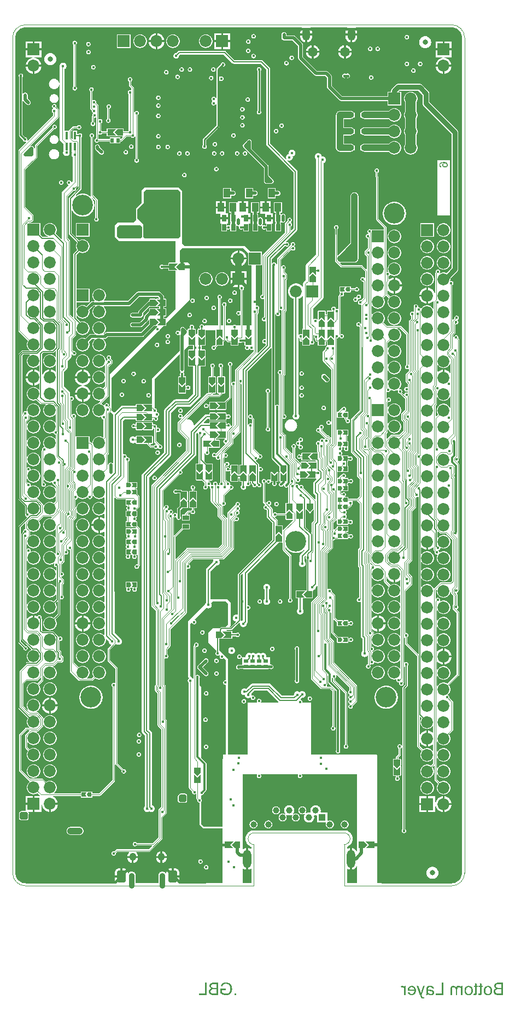
<source format=gbl>
G04 Layer_Physical_Order=6*
G04 Layer_Color=2232046*
%FSLAX43Y43*%
%MOMM*%
G71*
G01*
G75*
%ADD10C,0.450*%
%ADD42C,1.000*%
%ADD44C,0.254*%
%ADD45R,0.700X0.510*%
%ADD46R,1.000X0.640*%
%ADD47R,0.510X0.700*%
%ADD48R,0.640X1.000*%
%ADD65C,0.800*%
%ADD66C,0.155*%
%ADD67C,0.120*%
%ADD68C,0.500*%
%ADD69C,0.300*%
%ADD70C,0.800*%
%ADD71C,1.000*%
%ADD72C,0.400*%
%ADD73C,0.200*%
%ADD74C,0.127*%
%ADD76C,0.130*%
%ADD77C,0.600*%
%ADD78C,0.508*%
%ADD80C,0.250*%
%ADD81C,0.700*%
%ADD82C,1.500*%
%ADD83C,0.100*%
%ADD84C,0.100*%
%ADD85C,1.850*%
%ADD86R,1.850X1.850*%
%ADD87R,1.850X1.850*%
%ADD88O,1.300X2.800*%
%ADD89R,1.000X1.000*%
%ADD90O,1.050X1.250*%
%ADD91O,0.850X2.425*%
G04:AMPARAMS|DCode=92|XSize=1.9mm|YSize=1.375mm|CornerRadius=0.344mm|HoleSize=0mm|Usage=FLASHONLY|Rotation=90.000|XOffset=0mm|YOffset=0mm|HoleType=Round|Shape=RoundedRectangle|*
%AMROUNDEDRECTD92*
21,1,1.900,0.688,0,0,90.0*
21,1,1.212,1.375,0,0,90.0*
1,1,0.688,0.344,0.606*
1,1,0.688,0.344,-0.606*
1,1,0.688,-0.344,-0.606*
1,1,0.688,-0.344,0.606*
%
%ADD92ROUNDEDRECTD92*%
%ADD93O,1.200X1.900*%
%ADD94C,1.500*%
%ADD95C,3.200*%
%ADD96C,0.450*%
%ADD97C,0.600*%
%ADD100R,0.400X1.200*%
%ADD101R,1.000X1.400*%
%ADD102R,1.060X0.540*%
%ADD103C,0.550*%
G36*
X31558Y69275D02*
X31579Y69264D01*
X31601Y69257D01*
X31625Y69254D01*
X32862D01*
X32886Y69159D01*
X32843Y69144D01*
X32802Y69124D01*
X32765Y69099D01*
X32731Y69069D01*
X32701Y69035D01*
X32676Y68998D01*
X32656Y68957D01*
X32641Y68914D01*
X32632Y68870D01*
X32629Y68825D01*
X32632Y68780D01*
X32641Y68736D01*
X32656Y68693D01*
X32676Y68652D01*
X32701Y68615D01*
X32731Y68581D01*
X32765Y68551D01*
X32802Y68526D01*
X32843Y68506D01*
X32873Y68495D01*
X32891Y68458D01*
X32905Y68385D01*
X31488Y66969D01*
X31469Y66969D01*
X31435Y66999D01*
X31398Y67024D01*
X31357Y67044D01*
X31314Y67059D01*
X31270Y67068D01*
X31225Y67071D01*
X31180Y67068D01*
X31136Y67059D01*
X31093Y67044D01*
X31052Y67024D01*
X31015Y66999D01*
X30981Y66969D01*
X30951Y66935D01*
X30926Y66898D01*
X30906Y66857D01*
X30891Y66814D01*
X30882Y66770D01*
X30879Y66725D01*
X30882Y66680D01*
X30891Y66636D01*
X30906Y66593D01*
X30926Y66552D01*
X30951Y66515D01*
X30981Y66481D01*
X31015Y66451D01*
X31052Y66426D01*
X31093Y66406D01*
X31136Y66391D01*
X31180Y66382D01*
X31225Y66379D01*
X31270Y66382D01*
X31314Y66391D01*
X31357Y66406D01*
X31363Y66408D01*
X31407Y66390D01*
X31442Y66363D01*
X31455Y66344D01*
X31454Y66325D01*
X31457Y66280D01*
X31466Y66236D01*
X31481Y66193D01*
X31501Y66152D01*
X31526Y66115D01*
X31556Y66081D01*
X31590Y66051D01*
X31627Y66026D01*
X31668Y66006D01*
X31711Y65991D01*
X31755Y65982D01*
X31800Y65979D01*
X31845Y65982D01*
X31889Y65991D01*
X31932Y66006D01*
X31973Y66026D01*
X32010Y66051D01*
X32044Y66081D01*
X32074Y66115D01*
X32094Y66144D01*
X32105Y66145D01*
X32194Y66087D01*
Y62544D01*
X32165Y62524D01*
X32131Y62494D01*
X32101Y62460D01*
X32076Y62423D01*
X32056Y62382D01*
X32041Y62339D01*
X32032Y62295D01*
X32029Y62250D01*
X32032Y62205D01*
X32041Y62161D01*
X32048Y62140D01*
X32026Y62102D01*
X32017Y62093D01*
X31971Y62063D01*
X31956Y62068D01*
X31911Y62077D01*
X31866Y62080D01*
X31821Y62077D01*
X31782Y62069D01*
X31761Y62081D01*
X31705Y62149D01*
X31709Y62161D01*
X31718Y62205D01*
X31721Y62250D01*
X31718Y62295D01*
X31709Y62339D01*
X31694Y62382D01*
X31674Y62423D01*
X31649Y62460D01*
X31619Y62494D01*
X31585Y62524D01*
X31548Y62549D01*
X31507Y62569D01*
X31464Y62584D01*
X31420Y62593D01*
X31375Y62596D01*
X31330Y62593D01*
X31286Y62584D01*
X31243Y62569D01*
X31202Y62549D01*
X31165Y62524D01*
X31131Y62494D01*
X31101Y62460D01*
X31076Y62423D01*
X31056Y62382D01*
X31041Y62339D01*
X31032Y62295D01*
X31029Y62250D01*
X31032Y62205D01*
X31041Y62161D01*
X31048Y62140D01*
X31026Y62102D01*
X31017Y62093D01*
X30971Y62063D01*
X30956Y62068D01*
X30911Y62077D01*
X30866Y62080D01*
X30821Y62077D01*
X30777Y62068D01*
X30775Y62068D01*
X30765Y62072D01*
X30698Y62145D01*
X30700Y62152D01*
X30709Y62196D01*
X30712Y62241D01*
X30709Y62286D01*
X30700Y62331D01*
X30685Y62373D01*
X30665Y62414D01*
X30640Y62451D01*
X30611Y62486D01*
X30576Y62515D01*
X30556Y62529D01*
Y62779D01*
X30875D01*
X30899Y62782D01*
X30921Y62789D01*
X30942Y62800D01*
X30960Y62815D01*
X30975Y62833D01*
X30986Y62854D01*
X30993Y62876D01*
X30996Y62900D01*
Y64250D01*
X30993Y64274D01*
X30986Y64296D01*
X30975Y64317D01*
X30960Y64335D01*
X30975Y64433D01*
X30986Y64454D01*
X30993Y64476D01*
X30996Y64500D01*
Y65300D01*
X30993Y65324D01*
X30986Y65346D01*
X30975Y65367D01*
X30960Y65385D01*
X30942Y65400D01*
X30921Y65411D01*
X30899Y65418D01*
X30875Y65421D01*
X30013D01*
X30005Y65430D01*
X29691Y65745D01*
X29691Y66977D01*
X29791Y66987D01*
X29791Y66986D01*
X29806Y66943D01*
X29826Y66902D01*
X29851Y66865D01*
X29881Y66831D01*
X29915Y66801D01*
X29952Y66776D01*
X29993Y66756D01*
X30036Y66741D01*
X30080Y66732D01*
X30125Y66729D01*
X30170Y66732D01*
X30214Y66741D01*
X30257Y66756D01*
X30298Y66776D01*
X30335Y66801D01*
X30369Y66831D01*
X30399Y66865D01*
X30424Y66902D01*
X30444Y66943D01*
X30459Y66986D01*
X30468Y67030D01*
X30471Y67075D01*
X30468Y67120D01*
X30459Y67164D01*
X30444Y67207D01*
X30424Y67248D01*
X30399Y67285D01*
X30369Y67319D01*
X30356Y67331D01*
Y67854D01*
X30925D01*
X30949Y67857D01*
X30971Y67864D01*
X30992Y67875D01*
X31010Y67890D01*
X31108Y67875D01*
X31129Y67864D01*
X31151Y67857D01*
X31175Y67854D01*
X31975D01*
X31999Y67857D01*
X32021Y67864D01*
X32042Y67875D01*
X32060Y67890D01*
X32075Y67908D01*
X32086Y67929D01*
X32093Y67951D01*
X32096Y67975D01*
Y68975D01*
X32093Y68999D01*
X32086Y69021D01*
X32075Y69042D01*
X32060Y69060D01*
X32042Y69075D01*
X32021Y69086D01*
X31999Y69093D01*
X31975Y69096D01*
X31456D01*
Y69234D01*
X31497Y69261D01*
X31556Y69276D01*
X31558Y69275D01*
D02*
G37*
G36*
X35449Y77681D02*
Y65221D01*
X35250D01*
X35226Y65218D01*
X35204Y65211D01*
X35183Y65200D01*
X35165Y65185D01*
X35150Y65167D01*
X35139Y65146D01*
X35132Y65124D01*
X35129Y65100D01*
Y63758D01*
X35050Y63712D01*
X34971Y63758D01*
Y65100D01*
X34968Y65124D01*
X34961Y65146D01*
X34950Y65167D01*
X34935Y65185D01*
X34917Y65200D01*
X34896Y65211D01*
X34874Y65218D01*
X34850Y65221D01*
X33850D01*
X33826Y65218D01*
X33804Y65211D01*
X33783Y65200D01*
X33765Y65185D01*
X33750Y65167D01*
X33739Y65146D01*
X33732Y65124D01*
X33729Y65100D01*
Y64724D01*
X33629Y64702D01*
X33624Y64709D01*
X33594Y64743D01*
X33560Y64773D01*
X33523Y64798D01*
X33482Y64818D01*
X33439Y64833D01*
X33395Y64842D01*
X33350Y64845D01*
X33305Y64842D01*
X33261Y64833D01*
X33218Y64818D01*
X33177Y64798D01*
X33140Y64773D01*
X33136Y64770D01*
X33038Y64810D01*
X33041Y64910D01*
X33125Y64995D01*
X33136Y64991D01*
X33180Y64982D01*
X33225Y64979D01*
X33270Y64982D01*
X33314Y64991D01*
X33357Y65006D01*
X33398Y65026D01*
X33435Y65051D01*
X33469Y65081D01*
X33499Y65115D01*
X33524Y65152D01*
X33544Y65193D01*
X33559Y65236D01*
X33568Y65280D01*
X33571Y65325D01*
X33568Y65370D01*
X33559Y65414D01*
X33544Y65457D01*
X33524Y65498D01*
X33499Y65535D01*
X33469Y65569D01*
X33435Y65599D01*
X33398Y65624D01*
X33357Y65644D01*
X33314Y65659D01*
X33270Y65668D01*
X33225Y65671D01*
X33180Y65668D01*
X33136Y65659D01*
X33093Y65644D01*
X33052Y65624D01*
X33015Y65599D01*
X32981Y65569D01*
X32951Y65535D01*
X32926Y65498D01*
X32906Y65457D01*
X32891Y65414D01*
X32796Y65438D01*
Y66190D01*
X32916Y66310D01*
X32930Y66307D01*
X32975Y66304D01*
X33020Y66307D01*
X33064Y66316D01*
X33107Y66331D01*
X33148Y66351D01*
X33185Y66376D01*
X33219Y66406D01*
X33249Y66440D01*
X33274Y66477D01*
X33294Y66518D01*
X33309Y66561D01*
X33318Y66605D01*
X33321Y66650D01*
X33318Y66695D01*
X33309Y66739D01*
X33294Y66782D01*
X33274Y66823D01*
X33249Y66860D01*
X33219Y66894D01*
X33185Y66924D01*
X33148Y66949D01*
X33107Y66969D01*
X33064Y66984D01*
X33020Y66993D01*
X32975Y66996D01*
X32930Y66993D01*
X32886Y66984D01*
X32843Y66969D01*
X32802Y66949D01*
X32797Y66946D01*
X32733Y67024D01*
X34123Y68413D01*
X34145Y68441D01*
X34162Y68472D01*
X34172Y68506D01*
X34176Y68541D01*
Y69176D01*
X35240Y70240D01*
X35263Y70268D01*
X35279Y70299D01*
X35290Y70333D01*
X35293Y70368D01*
Y77705D01*
X35363Y77742D01*
X35449Y77681D01*
D02*
G37*
G36*
X30425Y68475D02*
X30925Y67975D01*
X29575D01*
Y68975D01*
X30925D01*
X30425Y68475D01*
D02*
G37*
G36*
X51088Y68400D02*
X50912Y68050D01*
X50350D01*
Y68750D01*
X50912D01*
X51088Y68400D01*
D02*
G37*
G36*
X31975Y67975D02*
X31175D01*
X30675Y68475D01*
X31175Y68975D01*
X31975D01*
Y67975D01*
D02*
G37*
G36*
X51900Y65825D02*
X51162D01*
X51338Y66175D01*
X51162Y66525D01*
X51900D01*
Y65825D01*
D02*
G37*
G36*
X51088Y66175D02*
X50912Y65825D01*
X50350D01*
Y66525D01*
X50912D01*
X51088Y66175D01*
D02*
G37*
G36*
X45700Y66475D02*
X46200Y65975D01*
X44850D01*
Y66975D01*
X46200D01*
X45700Y66475D01*
D02*
G37*
G36*
X40036Y83301D02*
X40129Y83264D01*
Y66275D01*
X40132Y66233D01*
X40142Y66191D01*
X40159Y66152D01*
X40181Y66116D01*
X40208Y66083D01*
X41329Y64963D01*
Y64300D01*
X41332Y64276D01*
X41339Y64254D01*
X41350Y64233D01*
X41365Y64196D01*
X41365Y64135D01*
X41350Y64117D01*
X41339Y64096D01*
X41332Y64074D01*
X41329Y64050D01*
Y62700D01*
X41332Y62676D01*
X41339Y62654D01*
X41350Y62633D01*
X41365Y62615D01*
X41383Y62600D01*
X41404Y62589D01*
X41426Y62582D01*
X41450Y62579D01*
X41462D01*
X41486Y62484D01*
X41443Y62469D01*
X41402Y62449D01*
X41365Y62424D01*
X41331Y62394D01*
X41301Y62360D01*
X41276Y62323D01*
X41256Y62282D01*
X41241Y62239D01*
X41232Y62195D01*
X41229Y62150D01*
X41232Y62105D01*
X41241Y62061D01*
X41256Y62018D01*
X41276Y61977D01*
X41301Y61940D01*
X41331Y61906D01*
X41365Y61876D01*
X41402Y61851D01*
X41443Y61831D01*
X41486Y61816D01*
X41530Y61807D01*
X41575Y61804D01*
X41620Y61807D01*
X41664Y61816D01*
X41707Y61831D01*
X41748Y61851D01*
X41785Y61876D01*
X41819Y61906D01*
X41849Y61940D01*
X41874Y61977D01*
X41894Y62018D01*
X41904Y62045D01*
X41932Y62066D01*
X41968Y62057D01*
X42031Y61998D01*
X42032Y61980D01*
X42041Y61936D01*
X42056Y61893D01*
X42076Y61852D01*
X42101Y61815D01*
X42131Y61781D01*
X42165Y61751D01*
X42202Y61726D01*
X42243Y61706D01*
X42286Y61691D01*
X42330Y61682D01*
X42375Y61679D01*
X42420Y61682D01*
X42464Y61691D01*
X42507Y61706D01*
X42548Y61726D01*
X42585Y61751D01*
X42594Y61758D01*
X42678Y61729D01*
X42694Y61714D01*
Y59321D01*
X42375D01*
X42351Y59318D01*
X42329Y59311D01*
X42308Y59300D01*
X42290Y59285D01*
X42275Y59267D01*
X42264Y59246D01*
X42257Y59224D01*
X42254Y59200D01*
Y57850D01*
X42257Y57826D01*
X42264Y57804D01*
X42237Y57738D01*
X42209Y57706D01*
X40944D01*
X40924Y57735D01*
X40894Y57769D01*
X40860Y57799D01*
X40823Y57824D01*
X40782Y57844D01*
X40739Y57859D01*
X40695Y57868D01*
X40650Y57871D01*
X40605Y57868D01*
X40561Y57859D01*
X40518Y57844D01*
X40477Y57824D01*
X40440Y57799D01*
X40406Y57769D01*
X40376Y57735D01*
X40356Y57706D01*
X40345Y57705D01*
X40256Y57763D01*
Y58350D01*
X40252Y58385D01*
X40242Y58419D01*
X40225Y58450D01*
X40203Y58478D01*
X39836Y58845D01*
X39835Y58852D01*
X39857Y58954D01*
X39864Y58959D01*
X39898Y58976D01*
X39935Y59001D01*
X39969Y59031D01*
X39999Y59065D01*
X40024Y59102D01*
X40044Y59143D01*
X40059Y59186D01*
X40068Y59230D01*
X40071Y59275D01*
X40068Y59320D01*
X40059Y59364D01*
X40044Y59407D01*
X40024Y59448D01*
X39999Y59485D01*
X39969Y59519D01*
X39935Y59549D01*
X39898Y59574D01*
X39857Y59594D01*
X39814Y59609D01*
X39770Y59618D01*
X39725Y59621D01*
X39680Y59618D01*
X39636Y59609D01*
X39593Y59594D01*
X39552Y59574D01*
X39515Y59549D01*
X39481Y59519D01*
X39451Y59485D01*
X39426Y59448D01*
X39409Y59414D01*
X39404Y59407D01*
X39302Y59385D01*
X39294Y59386D01*
X39106Y59575D01*
Y62356D01*
X39135Y62376D01*
X39169Y62406D01*
X39199Y62440D01*
X39224Y62477D01*
X39228Y62484D01*
X39303Y62490D01*
X39326Y62486D01*
X39336Y62482D01*
X39351Y62452D01*
X39376Y62415D01*
X39406Y62381D01*
X39440Y62351D01*
X39477Y62326D01*
X39518Y62306D01*
X39561Y62291D01*
X39605Y62282D01*
X39650Y62279D01*
X39695Y62282D01*
X39739Y62291D01*
X39782Y62306D01*
X39823Y62326D01*
X39860Y62351D01*
X39894Y62381D01*
X39924Y62415D01*
X39949Y62452D01*
X39969Y62493D01*
X39972Y62499D01*
X39985Y62537D01*
X40025Y62580D01*
X40050Y62579D01*
X40279D01*
Y62464D01*
X40276Y62460D01*
X40251Y62423D01*
X40231Y62382D01*
X40216Y62339D01*
X40207Y62295D01*
X40204Y62250D01*
X40207Y62205D01*
X40216Y62161D01*
X40231Y62118D01*
X40251Y62077D01*
X40276Y62040D01*
X40306Y62006D01*
X40340Y61976D01*
X40377Y61951D01*
X40418Y61931D01*
X40461Y61916D01*
X40505Y61907D01*
X40550Y61904D01*
X40595Y61907D01*
X40639Y61916D01*
X40682Y61931D01*
X40723Y61951D01*
X40760Y61976D01*
X40794Y62006D01*
X40824Y62040D01*
X40849Y62077D01*
X40869Y62118D01*
X40884Y62161D01*
X40893Y62205D01*
X40896Y62250D01*
X40893Y62295D01*
X40884Y62339D01*
X40869Y62382D01*
X40849Y62423D01*
X40824Y62460D01*
X40821Y62464D01*
Y62579D01*
X41050D01*
X41074Y62582D01*
X41096Y62589D01*
X41117Y62600D01*
X41135Y62615D01*
X41150Y62633D01*
X41161Y62654D01*
X41168Y62676D01*
X41171Y62700D01*
Y64050D01*
X41168Y64074D01*
X41161Y64096D01*
X41150Y64117D01*
X41135Y64135D01*
X41117Y64150D01*
X41096Y64161D01*
X41074Y64168D01*
X41050Y64171D01*
X41026Y64168D01*
X41023Y64167D01*
X40972Y64207D01*
X40966Y64216D01*
X40550Y63800D01*
X40134Y64216D01*
X40128Y64207D01*
X40077Y64167D01*
X40074Y64168D01*
X40050Y64171D01*
X40026Y64168D01*
X40004Y64161D01*
X39983Y64150D01*
X39965Y64135D01*
X39950Y64117D01*
X39939Y64096D01*
X39932Y64074D01*
X39929Y64050D01*
Y62972D01*
X39914Y62956D01*
X39829Y62920D01*
X39823Y62924D01*
X39782Y62944D01*
X39739Y62959D01*
X39695Y62968D01*
X39650Y62971D01*
X39605Y62968D01*
X39561Y62959D01*
X39518Y62944D01*
X39477Y62924D01*
X39440Y62899D01*
X39406Y62869D01*
X39376Y62835D01*
X39351Y62798D01*
X39347Y62791D01*
X39272Y62785D01*
X39249Y62789D01*
X39239Y62793D01*
X39224Y62823D01*
X39199Y62860D01*
X39169Y62894D01*
X39135Y62924D01*
X39098Y62949D01*
X39057Y62969D01*
X39014Y62984D01*
X38970Y62993D01*
X38925Y62996D01*
X38880Y62993D01*
X38836Y62984D01*
X38793Y62969D01*
X38752Y62949D01*
X38715Y62924D01*
X38681Y62894D01*
X38651Y62860D01*
X38626Y62823D01*
X38606Y62782D01*
X38591Y62739D01*
X38582Y62695D01*
X38579Y62650D01*
X38582Y62605D01*
X38591Y62561D01*
X38606Y62518D01*
X38626Y62477D01*
X38651Y62440D01*
X38681Y62406D01*
X38715Y62376D01*
X38744Y62356D01*
Y59500D01*
X38748Y59465D01*
X38758Y59431D01*
X38775Y59400D01*
X38797Y59372D01*
X39111Y59058D01*
X39113Y59040D01*
X39083Y58945D01*
X39081Y58944D01*
X39040Y58924D01*
X39003Y58899D01*
X38969Y58869D01*
X38939Y58835D01*
X38914Y58798D01*
X38894Y58757D01*
X38879Y58714D01*
X38870Y58670D01*
X38868Y58625D01*
X38870Y58580D01*
X38879Y58536D01*
X38894Y58493D01*
X38914Y58452D01*
X38939Y58415D01*
X38969Y58381D01*
X39003Y58351D01*
X39040Y58326D01*
X39081Y58306D01*
X39124Y58291D01*
X39168Y58282D01*
X39213Y58279D01*
X39245Y58281D01*
X39379Y58147D01*
Y57150D01*
X39382Y57115D01*
X39390Y57082D01*
X39403Y57050D01*
X39421Y57020D01*
X39444Y56994D01*
X39999Y56439D01*
X40025Y56416D01*
X40027Y56416D01*
X40229Y56213D01*
Y53641D01*
X34965Y48377D01*
X34942Y48351D01*
X34924Y48321D01*
X34911Y48289D01*
X34903Y48256D01*
X34900Y48221D01*
Y42036D01*
X34891Y42022D01*
X34800Y41971D01*
X34790Y41975D01*
X34733Y41992D01*
X34675Y42001D01*
X34616Y42005D01*
X34557Y42001D01*
X34499Y41992D01*
X34442Y41975D01*
X34388Y41953D01*
X34336Y41924D01*
X34288Y41890D01*
X34244Y41851D01*
X34205Y41807D01*
X34171Y41759D01*
X34142Y41707D01*
X34120Y41653D01*
X34103Y41596D01*
X34093Y41538D01*
X34090Y41479D01*
X34093Y41420D01*
X34103Y41362D01*
X34120Y41305D01*
X34142Y41251D01*
X34171Y41199D01*
X34205Y41151D01*
X34244Y41107D01*
X34288Y41068D01*
X34336Y41034D01*
X34388Y41005D01*
X34442Y40983D01*
X34499Y40966D01*
X34532Y40961D01*
X34564Y40898D01*
X34568Y40856D01*
X33787Y40075D01*
X33642D01*
X33604Y40167D01*
X33791Y40354D01*
Y43829D01*
X33241Y44379D01*
X30664D01*
Y48724D01*
X31540Y49600D01*
X31550Y49599D01*
X31609Y49602D01*
X31667Y49612D01*
X31724Y49629D01*
X31778Y49651D01*
X31830Y49680D01*
X31878Y49714D01*
X31922Y49753D01*
X31961Y49797D01*
X31995Y49845D01*
X32024Y49897D01*
X32046Y49951D01*
X32063Y50008D01*
X32073Y50066D01*
X32076Y50125D01*
X32073Y50184D01*
X32063Y50242D01*
X32046Y50299D01*
X32024Y50353D01*
X31995Y50405D01*
X31978Y50429D01*
X32004Y50502D01*
X32027Y50529D01*
X32521D01*
X32557Y50533D01*
X32591Y50543D01*
X32622Y50560D01*
X32649Y50582D01*
X34273Y52206D01*
X34295Y52233D01*
X34312Y52264D01*
X34322Y52298D01*
X34326Y52334D01*
Y56441D01*
X34461Y56576D01*
X34490Y56551D01*
X34527Y56526D01*
X34568Y56506D01*
X34611Y56491D01*
X34655Y56482D01*
X34700Y56479D01*
X34745Y56482D01*
X34789Y56491D01*
X34832Y56506D01*
X34873Y56526D01*
X34910Y56551D01*
X34944Y56581D01*
X34974Y56615D01*
X34999Y56652D01*
X35019Y56693D01*
X35034Y56736D01*
X35043Y56780D01*
X35046Y56825D01*
X35043Y56870D01*
X35034Y56914D01*
X35019Y56957D01*
X34999Y56998D01*
X34974Y57035D01*
X34944Y57069D01*
X34910Y57099D01*
X34873Y57124D01*
X34832Y57144D01*
X34789Y57159D01*
X34735Y57201D01*
X34721Y57251D01*
Y57371D01*
X34800Y57454D01*
X34845Y57457D01*
X34889Y57466D01*
X34932Y57481D01*
X34973Y57501D01*
X35010Y57526D01*
X35044Y57556D01*
X35074Y57590D01*
X35099Y57627D01*
X35119Y57668D01*
X35134Y57711D01*
X35143Y57755D01*
X35146Y57800D01*
X35143Y57845D01*
X35134Y57889D01*
X35119Y57932D01*
X35099Y57973D01*
X35074Y58010D01*
X35044Y58044D01*
X35047Y58111D01*
X35054Y58147D01*
X35062Y58160D01*
X35085Y58176D01*
X35119Y58206D01*
X35149Y58240D01*
X35174Y58277D01*
X35194Y58318D01*
X35209Y58361D01*
X35218Y58405D01*
X35221Y58450D01*
X35218Y58495D01*
X35209Y58539D01*
X35194Y58582D01*
X35174Y58623D01*
X35149Y58660D01*
X35119Y58694D01*
X35085Y58724D01*
X35072Y58784D01*
X35073Y58823D01*
X35081Y58845D01*
X35096Y58858D01*
X35126Y58892D01*
X35151Y58930D01*
X35171Y58971D01*
X35186Y59013D01*
X35194Y59058D01*
X35197Y59103D01*
X35194Y59148D01*
X35186Y59192D01*
X35171Y59235D01*
X35151Y59276D01*
X35126Y59313D01*
X35096Y59347D01*
X35062Y59377D01*
X35025Y59402D01*
X34984Y59422D01*
X34941Y59437D01*
X34897Y59446D01*
X34852Y59449D01*
X34807Y59446D01*
X34762Y59437D01*
X34719Y59422D01*
X34679Y59402D01*
X34641Y59377D01*
X34607Y59347D01*
X34577Y59313D01*
X34552Y59276D01*
X34532Y59235D01*
X34518Y59192D01*
X34509Y59148D01*
X34506Y59103D01*
X34509Y59058D01*
X34516Y59023D01*
X33297Y57804D01*
X33275Y57777D01*
X33258Y57745D01*
X33248Y57711D01*
X33244Y57676D01*
Y57032D01*
X33144Y56990D01*
X32591Y57544D01*
Y58744D01*
X32587Y58779D01*
X32584Y58789D01*
X32610Y58842D01*
X32654Y58881D01*
X32675Y58879D01*
X32720Y58882D01*
X32764Y58891D01*
X32807Y58906D01*
X32848Y58926D01*
X32885Y58951D01*
X32919Y58981D01*
X32949Y59015D01*
X32974Y59052D01*
X32994Y59093D01*
X33009Y59136D01*
X33018Y59180D01*
X33021Y59225D01*
X33018Y59270D01*
X33009Y59314D01*
X32994Y59357D01*
X32974Y59398D01*
X32949Y59435D01*
X32919Y59469D01*
X32885Y59499D01*
X32856Y59519D01*
Y60450D01*
X33770Y61364D01*
X33805Y61357D01*
X33850Y61354D01*
X33895Y61357D01*
X33939Y61366D01*
X33982Y61381D01*
X34023Y61401D01*
X34060Y61426D01*
X34094Y61456D01*
X34124Y61490D01*
X34149Y61527D01*
X34169Y61568D01*
X34184Y61611D01*
X34193Y61655D01*
X34196Y61700D01*
X34193Y61745D01*
X34184Y61789D01*
X34169Y61832D01*
X34149Y61873D01*
X34124Y61910D01*
X34094Y61944D01*
X34060Y61974D01*
X34023Y61999D01*
X33982Y62019D01*
X33939Y62034D01*
X33895Y62043D01*
X33850Y62046D01*
X33805Y62043D01*
X33765Y62035D01*
X33753Y62043D01*
X33694Y62117D01*
X33694Y62118D01*
X33709Y62161D01*
X33718Y62205D01*
X33721Y62250D01*
X33718Y62295D01*
X33709Y62339D01*
X33694Y62382D01*
X33674Y62423D01*
X33649Y62460D01*
X33619Y62494D01*
X33585Y62524D01*
X33548Y62549D01*
X33507Y62569D01*
X33464Y62584D01*
X33420Y62593D01*
X33375Y62596D01*
X33330Y62593D01*
X33328Y62592D01*
X33036Y62884D01*
Y64186D01*
X33038Y64187D01*
X33136Y64228D01*
X33140Y64225D01*
X33177Y64199D01*
X33218Y64179D01*
X33261Y64165D01*
X33305Y64156D01*
X33350Y64153D01*
X33395Y64156D01*
X33439Y64165D01*
X33482Y64179D01*
X33523Y64199D01*
X33560Y64225D01*
X33594Y64254D01*
X33624Y64288D01*
X33629Y64296D01*
X33729Y64274D01*
Y63750D01*
X33732Y63726D01*
X33739Y63704D01*
X33750Y63683D01*
X33765Y63665D01*
X33750Y63567D01*
X33739Y63546D01*
X33732Y63524D01*
X33729Y63500D01*
Y62700D01*
X33732Y62676D01*
X33739Y62654D01*
X33750Y62633D01*
X33765Y62615D01*
X33783Y62600D01*
X33804Y62589D01*
X33826Y62582D01*
X33850Y62579D01*
X34850D01*
X34874Y62582D01*
X34896Y62589D01*
X34917Y62600D01*
X34935Y62615D01*
X34950Y62633D01*
X34961Y62654D01*
X34968Y62676D01*
X34971Y62700D01*
Y63099D01*
X35129D01*
Y62700D01*
X35132Y62676D01*
X35139Y62654D01*
X35150Y62633D01*
X35165Y62615D01*
X35183Y62600D01*
X35204Y62589D01*
X35226Y62582D01*
X35250Y62579D01*
X35449D01*
Y62076D01*
X35449Y62076D01*
X35412Y62034D01*
X35381Y61988D01*
X35357Y61938D01*
X35339Y61885D01*
X35328Y61831D01*
X35324Y61775D01*
X35328Y61719D01*
X35339Y61665D01*
X35357Y61612D01*
X35381Y61562D01*
X35412Y61516D01*
X35449Y61474D01*
X35491Y61437D01*
X35537Y61406D01*
X35587Y61382D01*
X35640Y61364D01*
X35694Y61353D01*
X35750Y61349D01*
X35806Y61353D01*
X35860Y61364D01*
X35913Y61382D01*
X35963Y61406D01*
X36009Y61437D01*
X36051Y61474D01*
X36088Y61516D01*
X36119Y61562D01*
X36143Y61612D01*
X36161Y61665D01*
X36172Y61719D01*
X36176Y61775D01*
X36172Y61831D01*
X36161Y61885D01*
X36143Y61938D01*
X36231Y61981D01*
X36265Y61951D01*
X36302Y61926D01*
X36343Y61906D01*
X36386Y61891D01*
X36430Y61882D01*
X36475Y61879D01*
X36520Y61882D01*
X36564Y61891D01*
X36607Y61906D01*
X36648Y61926D01*
X36685Y61951D01*
X36719Y61981D01*
X36749Y62015D01*
X36774Y62052D01*
X36794Y62093D01*
X36809Y62136D01*
X36818Y62180D01*
X36821Y62225D01*
X36818Y62270D01*
X36809Y62314D01*
X36794Y62357D01*
X36774Y62398D01*
X36749Y62435D01*
X36719Y62469D01*
X36708Y62479D01*
X36733Y62565D01*
X36743Y62579D01*
X36929D01*
Y62425D01*
X36932Y62390D01*
X36940Y62357D01*
X36953Y62325D01*
X36971Y62295D01*
X36994Y62269D01*
X37156Y62107D01*
X37154Y62075D01*
X37157Y62030D01*
X37166Y61986D01*
X37181Y61943D01*
X37201Y61902D01*
X37226Y61865D01*
X37256Y61831D01*
X37290Y61801D01*
X37327Y61776D01*
X37368Y61756D01*
X37411Y61741D01*
X37455Y61732D01*
X37500Y61729D01*
X37545Y61732D01*
X37589Y61741D01*
X37632Y61756D01*
X37673Y61776D01*
X37710Y61801D01*
X37744Y61831D01*
X37774Y61865D01*
X37793Y61893D01*
X37841Y61902D01*
X37859D01*
X37907Y61893D01*
X37926Y61865D01*
X37956Y61831D01*
X37990Y61801D01*
X38027Y61776D01*
X38068Y61756D01*
X38111Y61741D01*
X38155Y61732D01*
X38200Y61729D01*
X38245Y61732D01*
X38289Y61741D01*
X38332Y61756D01*
X38373Y61776D01*
X38410Y61801D01*
X38444Y61831D01*
X38474Y61865D01*
X38499Y61902D01*
X38519Y61943D01*
X38534Y61986D01*
X38543Y62030D01*
X38546Y62075D01*
X38543Y62120D01*
X38534Y62164D01*
X38519Y62207D01*
X38499Y62248D01*
X38474Y62285D01*
X38444Y62319D01*
X38410Y62349D01*
X38373Y62374D01*
X38332Y62394D01*
X38289Y62409D01*
X38245Y62418D01*
X38200Y62421D01*
X38146Y62510D01*
Y64160D01*
X38189Y64195D01*
X38246Y64216D01*
X38268Y64206D01*
X38311Y64191D01*
X38355Y64182D01*
X38400Y64179D01*
X38445Y64182D01*
X38489Y64191D01*
X38532Y64206D01*
X38573Y64226D01*
X38610Y64251D01*
X38644Y64281D01*
X38674Y64315D01*
X38699Y64352D01*
X38719Y64393D01*
X38734Y64436D01*
X38743Y64480D01*
X38746Y64525D01*
X38743Y64570D01*
X38734Y64614D01*
X38719Y64657D01*
X38699Y64698D01*
X38674Y64735D01*
X38644Y64769D01*
X38610Y64799D01*
X38573Y64824D01*
X38532Y64844D01*
X38489Y64859D01*
X38445Y64868D01*
X38400Y64871D01*
X38355Y64868D01*
X38311Y64859D01*
X38268Y64844D01*
X38246Y64834D01*
X38189Y64855D01*
X38146Y64890D01*
Y65250D01*
X38143Y65285D01*
X38135Y65318D01*
X38122Y65350D01*
X38104Y65380D01*
X38081Y65406D01*
X37681Y65806D01*
X37688Y65855D01*
X37717Y65912D01*
X37739Y65916D01*
X37782Y65931D01*
X37823Y65951D01*
X37860Y65976D01*
X37894Y66006D01*
X37924Y66040D01*
X37949Y66077D01*
X37969Y66118D01*
X37984Y66161D01*
X37993Y66205D01*
X37993Y66209D01*
X38048Y66239D01*
X38094Y66249D01*
X38116Y66229D01*
X38154Y66204D01*
X38195Y66184D01*
X38237Y66169D01*
X38282Y66160D01*
X38327Y66158D01*
X38372Y66160D01*
X38416Y66169D01*
X38459Y66184D01*
X38500Y66204D01*
X38537Y66229D01*
X38571Y66259D01*
X38601Y66293D01*
X38626Y66330D01*
X38646Y66371D01*
X38661Y66414D01*
X38670Y66458D01*
X38673Y66503D01*
X38670Y66548D01*
X38661Y66593D01*
X38646Y66636D01*
X38626Y66676D01*
X38601Y66714D01*
X38571Y66748D01*
X38537Y66778D01*
X38500Y66803D01*
X38459Y66823D01*
X38416Y66837D01*
X38372Y66846D01*
X38327Y66849D01*
X38285Y66846D01*
X37406Y67725D01*
Y72275D01*
X37402Y72310D01*
X37392Y72344D01*
X37375Y72375D01*
X37353Y72403D01*
X37161Y72595D01*
X37168Y72630D01*
X37171Y72675D01*
X37168Y72720D01*
X37159Y72764D01*
X37144Y72807D01*
X37124Y72848D01*
X37099Y72885D01*
X37069Y72919D01*
X37035Y72949D01*
X36998Y72974D01*
X36957Y72994D01*
X36914Y73009D01*
X36870Y73018D01*
X36825Y73021D01*
X36780Y73018D01*
X36736Y73009D01*
X36693Y72994D01*
X36652Y72974D01*
X36615Y72949D01*
X36581Y72919D01*
X36551Y72885D01*
X36526Y72848D01*
X36506Y72807D01*
X36491Y72764D01*
X36482Y72720D01*
X36479Y72675D01*
X36482Y72630D01*
X36491Y72586D01*
X36506Y72543D01*
X36526Y72502D01*
X36551Y72465D01*
X36581Y72431D01*
X36615Y72401D01*
X36652Y72376D01*
X36693Y72356D01*
X36736Y72341D01*
X36780Y72332D01*
X36825Y72329D01*
X36870Y72332D01*
X36905Y72339D01*
X37044Y72200D01*
Y71647D01*
X37020Y71623D01*
X36944Y71589D01*
X36932Y71594D01*
X36889Y71609D01*
X36845Y71618D01*
X36800Y71621D01*
X36755Y71618D01*
X36711Y71609D01*
X36668Y71594D01*
X36627Y71574D01*
X36590Y71549D01*
X36556Y71519D01*
X36526Y71485D01*
X36501Y71448D01*
X36481Y71407D01*
X36466Y71364D01*
X36371Y71388D01*
Y79643D01*
X40029Y83301D01*
X40036Y83301D01*
D02*
G37*
G36*
X47250Y65975D02*
X46450D01*
X45950Y66475D01*
X46450Y66975D01*
X47250D01*
Y65975D01*
D02*
G37*
G36*
X51900Y68050D02*
X51162D01*
X51338Y68400D01*
X51162Y68750D01*
X51900D01*
Y68050D01*
D02*
G37*
G36*
X20500Y72600D02*
X20000Y72100D01*
X19200D01*
Y73100D01*
X20000D01*
X20500Y72600D01*
D02*
G37*
G36*
X32975Y70775D02*
X32175D01*
X31675Y71275D01*
X32175Y71775D01*
X32975D01*
Y70775D01*
D02*
G37*
G36*
X21600Y72100D02*
X20250D01*
X20750Y72600D01*
X20250Y73100D01*
X21600D01*
Y72100D01*
D02*
G37*
G36*
X32975Y72175D02*
X31625D01*
X32125Y72675D01*
X31625Y73175D01*
X32975D01*
Y72175D01*
D02*
G37*
G36*
X31875Y72675D02*
X31375Y72175D01*
X30575D01*
Y73175D01*
X31375D01*
X31875Y72675D01*
D02*
G37*
G36*
X32975Y69375D02*
X31625D01*
X32125Y69875D01*
X31625Y70375D01*
X32975D01*
Y69375D01*
D02*
G37*
G36*
X31875Y69875D02*
X31375Y69375D01*
X30575D01*
Y70375D01*
X31375D01*
X31875Y69875D01*
D02*
G37*
G36*
X51088Y70175D02*
X50912Y69825D01*
X50350D01*
Y70525D01*
X50912D01*
X51088Y70175D01*
D02*
G37*
G36*
X31425Y71275D02*
X31925Y70775D01*
X30575D01*
Y71775D01*
X31925D01*
X31425Y71275D01*
D02*
G37*
G36*
X51900Y69825D02*
X51162D01*
X51338Y70175D01*
X51162Y70525D01*
X51900D01*
Y69825D01*
D02*
G37*
G36*
X42450Y62700D02*
X41450D01*
Y64050D01*
X41950Y63550D01*
X42450Y64050D01*
Y62700D01*
D02*
G37*
G36*
X41050D02*
X40050D01*
Y64050D01*
X40550Y63550D01*
X41050Y64050D01*
Y62700D01*
D02*
G37*
G36*
X28665Y70085D02*
X28684Y70073D01*
X28691Y70036D01*
X28706Y69993D01*
X28726Y69952D01*
X28751Y69915D01*
X28781Y69881D01*
X28794Y69869D01*
Y65421D01*
X28475D01*
X28451Y65418D01*
X28429Y65411D01*
X28408Y65400D01*
X28390Y65385D01*
X28375Y65367D01*
X28364Y65346D01*
X28357Y65324D01*
X28354Y65300D01*
Y64500D01*
X28357Y64476D01*
X28364Y64454D01*
X28375Y64433D01*
X28390Y64396D01*
X28390Y64335D01*
X28375Y64317D01*
X28364Y64296D01*
X28357Y64274D01*
X28354Y64250D01*
Y62900D01*
X28357Y62876D01*
X28364Y62854D01*
X28375Y62833D01*
X28390Y62815D01*
X28408Y62800D01*
X28429Y62789D01*
X28451Y62782D01*
X28475Y62779D01*
X29315D01*
X29685Y62409D01*
Y62028D01*
X29656Y62008D01*
X29622Y61978D01*
X29592Y61944D01*
X29567Y61907D01*
X29547Y61866D01*
X29532Y61823D01*
X29523Y61779D01*
X29520Y61734D01*
X29523Y61689D01*
X29532Y61644D01*
X29547Y61602D01*
X29567Y61561D01*
X29592Y61523D01*
X29622Y61489D01*
X29656Y61460D01*
X29693Y61435D01*
X29734Y61415D01*
X29777Y61400D01*
X29791Y61397D01*
X29813Y61393D01*
X29821Y61391D01*
X29866Y61388D01*
X29911Y61391D01*
X29956Y61400D01*
X29998Y61415D01*
X30039Y61435D01*
X30076Y61460D01*
X30111Y61489D01*
X30140Y61523D01*
X30165Y61561D01*
X30185Y61602D01*
X30200Y61644D01*
X30209Y61689D01*
X30212Y61734D01*
X30209Y61779D01*
X30200Y61823D01*
X30198Y61830D01*
X30265Y61903D01*
X30275Y61907D01*
X30277Y61907D01*
X30321Y61898D01*
X30366Y61895D01*
X30411Y61898D01*
X30456Y61907D01*
X30457Y61907D01*
X30467Y61903D01*
X30534Y61830D01*
X30532Y61823D01*
X30523Y61779D01*
X30520Y61734D01*
X30523Y61689D01*
X30532Y61644D01*
X30547Y61602D01*
X30567Y61561D01*
X30592Y61523D01*
X30622Y61489D01*
X30656Y61460D01*
X30685Y61440D01*
Y59609D01*
X30689Y59574D01*
X30699Y59540D01*
X30716Y59508D01*
X30738Y59481D01*
X31749Y58470D01*
Y57270D01*
X31753Y57235D01*
X31763Y57201D01*
X31780Y57170D01*
X31802Y57142D01*
X32444Y56500D01*
Y52925D01*
X31850Y52331D01*
X27050D01*
X27015Y52327D01*
X26981Y52317D01*
X26950Y52300D01*
X26922Y52278D01*
X25288Y50644D01*
X25196Y50682D01*
Y53965D01*
X26416Y55185D01*
X27445D01*
Y56065D01*
X26205D01*
Y55486D01*
X25048Y54329D01*
X24956Y54367D01*
Y56925D01*
X25091Y57060D01*
X25105Y57057D01*
X25150Y57054D01*
X25195Y57057D01*
X25239Y57066D01*
X25282Y57081D01*
X25285Y57082D01*
X25371Y57033D01*
X25381Y57019D01*
X25383Y56983D01*
X25392Y56938D01*
X25407Y56895D01*
X25427Y56855D01*
X25452Y56817D01*
X25482Y56783D01*
X25516Y56753D01*
X25553Y56728D01*
X25594Y56708D01*
X25637Y56694D01*
X25681Y56685D01*
X25726Y56682D01*
X25771Y56685D01*
X25816Y56694D01*
X25859Y56708D01*
X25899Y56728D01*
X25937Y56753D01*
X25971Y56783D01*
X26001Y56817D01*
X26026Y56855D01*
X26046Y56895D01*
X26060Y56938D01*
X26069Y56983D01*
X26072Y57028D01*
X26069Y57073D01*
X26060Y57117D01*
X26046Y57160D01*
X26026Y57201D01*
X26001Y57238D01*
X25997Y57242D01*
Y58214D01*
X26287Y58504D01*
X27025D01*
X27049Y58507D01*
X27071Y58514D01*
X27092Y58525D01*
X27110Y58540D01*
X27125Y58558D01*
X27136Y58579D01*
X27143Y58601D01*
X27146Y58625D01*
Y59425D01*
X27143Y59449D01*
X27136Y59471D01*
X27125Y59492D01*
X27110Y59529D01*
X27110Y59590D01*
X27125Y59608D01*
X27136Y59629D01*
X27143Y59651D01*
X27146Y59675D01*
Y61025D01*
X27143Y61049D01*
X27136Y61071D01*
X27125Y61092D01*
X27110Y61110D01*
X27092Y61125D01*
X27071Y61136D01*
X27049Y61143D01*
X27025Y61146D01*
X26287D01*
X26192Y61242D01*
X26159Y61269D01*
X26123Y61291D01*
X26084Y61308D01*
X26042Y61318D01*
X26000Y61321D01*
X25464D01*
X25460Y61324D01*
X25423Y61349D01*
X25382Y61369D01*
X25339Y61384D01*
X25295Y61393D01*
X25250Y61396D01*
X25205Y61393D01*
X25161Y61384D01*
X25118Y61369D01*
X25077Y61349D01*
X25040Y61324D01*
X25006Y61294D01*
X24976Y61260D01*
X24951Y61223D01*
X24931Y61182D01*
X24916Y61139D01*
X24907Y61095D01*
X24904Y61050D01*
X24907Y61005D01*
X24916Y60961D01*
X24931Y60918D01*
X24951Y60877D01*
X24976Y60840D01*
X25006Y60806D01*
X25040Y60776D01*
X25077Y60751D01*
X25118Y60731D01*
X25161Y60716D01*
X25205Y60707D01*
X25250Y60704D01*
X25295Y60707D01*
X25339Y60716D01*
X25382Y60731D01*
X25423Y60751D01*
X25460Y60776D01*
X25464Y60779D01*
X25888D01*
X25904Y60763D01*
Y59675D01*
X25907Y59651D01*
X25914Y59629D01*
X25925Y59608D01*
X25940Y59590D01*
X25925Y59492D01*
X25914Y59471D01*
X25907Y59449D01*
X25904Y59425D01*
Y58887D01*
X25535Y58518D01*
X25507Y58485D01*
X25485Y58449D01*
X25469Y58410D01*
X25459Y58369D01*
X25455Y58326D01*
Y57724D01*
X25375Y57682D01*
X25355Y57678D01*
X25323Y57699D01*
X25282Y57719D01*
X25239Y57734D01*
X25195Y57743D01*
X25150Y57746D01*
X25105Y57743D01*
X25061Y57734D01*
X25018Y57719D01*
X24977Y57699D01*
X24940Y57674D01*
X24906Y57644D01*
X24876Y57610D01*
X24851Y57573D01*
X24839Y57550D01*
X24779Y57529D01*
X24725Y57526D01*
X24720Y57530D01*
X24720Y57567D01*
X24732Y57645D01*
X24753Y57664D01*
X24783Y57698D01*
X24808Y57736D01*
X24828Y57776D01*
X24842Y57819D01*
X24851Y57863D01*
X24854Y57909D01*
X24851Y57954D01*
X24842Y57998D01*
X24828Y58041D01*
X24808Y58081D01*
X24783Y58119D01*
X24753Y58153D01*
X24719Y58183D01*
X24681Y58208D01*
X24641Y58228D01*
X24598Y58242D01*
X24554Y58251D01*
X24508Y58254D01*
X24463Y58251D01*
X24419Y58242D01*
X24376Y58228D01*
X24336Y58208D01*
X24298Y58183D01*
X24264Y58153D01*
X24261Y58149D01*
X24168Y58150D01*
X24143Y58162D01*
X24125Y58188D01*
X24096Y58222D01*
X24062Y58252D01*
X24044Y58264D01*
X24042Y58269D01*
X24032Y58343D01*
X24035Y58376D01*
X24069Y58406D01*
X24099Y58440D01*
X24124Y58477D01*
X24144Y58518D01*
X24159Y58561D01*
X24168Y58605D01*
X24171Y58650D01*
X24168Y58695D01*
X24159Y58739D01*
X24144Y58782D01*
X24124Y58823D01*
X24099Y58860D01*
X24069Y58894D01*
X24035Y58924D01*
X23998Y58949D01*
X23957Y58969D01*
X23914Y58984D01*
X23870Y58993D01*
X23825Y58996D01*
X23780Y58993D01*
X23736Y58984D01*
X23693Y58969D01*
X23652Y58949D01*
X23615Y58924D01*
X23581Y58894D01*
X23551Y58860D01*
X23526Y58823D01*
X23506Y58782D01*
X23491Y58739D01*
X23482Y58695D01*
X23479Y58650D01*
X23482Y58605D01*
X23483Y58603D01*
X23445Y58570D01*
X23345Y58614D01*
Y61189D01*
X25874Y63718D01*
X25909Y63711D01*
X25954Y63708D01*
X25999Y63711D01*
X26043Y63720D01*
X26086Y63734D01*
X26127Y63754D01*
X26164Y63780D01*
X26198Y63809D01*
X26228Y63843D01*
X26253Y63881D01*
X26273Y63922D01*
X26288Y63964D01*
X26297Y64009D01*
X26300Y64054D01*
X26297Y64099D01*
X26288Y64143D01*
X26273Y64186D01*
X26253Y64227D01*
X26228Y64264D01*
X26198Y64298D01*
X26188Y64403D01*
X26196Y64428D01*
X28360Y66592D01*
X28391Y66627D01*
X28417Y66667D01*
X28439Y66710D01*
X28454Y66755D01*
X28463Y66802D01*
X28466Y66849D01*
Y69997D01*
X28580Y70111D01*
X28665Y70085D01*
D02*
G37*
G36*
X30875Y62900D02*
X29875D01*
Y64250D01*
X30375Y63750D01*
X30875Y64250D01*
Y62900D01*
D02*
G37*
G36*
X29475D02*
X28475D01*
Y64250D01*
X28975Y63750D01*
X29475Y64250D01*
Y62900D01*
D02*
G37*
G36*
X36250Y63500D02*
Y62700D01*
X35250D01*
Y63500D01*
X35750Y64000D01*
X36250Y63500D01*
D02*
G37*
G36*
X34850D02*
Y62700D01*
X33850D01*
Y63500D01*
X34350Y64000D01*
X34850Y63500D01*
D02*
G37*
G36*
X37650D02*
Y62700D01*
X36650D01*
Y63500D01*
X37150Y64000D01*
X37650Y63500D01*
D02*
G37*
G36*
X46925Y63175D02*
X45575D01*
X46075Y63675D01*
X45575Y64175D01*
X46925D01*
Y63175D01*
D02*
G37*
G36*
X45825Y63675D02*
X45325Y63175D01*
X44525D01*
Y64175D01*
X45325D01*
X45825Y63675D01*
D02*
G37*
G36*
X34850Y63750D02*
X34350Y64250D01*
X33850Y63750D01*
Y65100D01*
X34850D01*
Y63750D01*
D02*
G37*
G36*
X51900Y64225D02*
X51162D01*
X51338Y64575D01*
X51162Y64925D01*
X51900D01*
Y64225D01*
D02*
G37*
G36*
X51088Y64575D02*
X50912Y64225D01*
X50350D01*
Y64925D01*
X50912D01*
X51088Y64575D01*
D02*
G37*
G36*
X46000Y65075D02*
X45500Y64575D01*
X44700D01*
Y65575D01*
X45500D01*
X46000Y65075D01*
D02*
G37*
G36*
X15575Y73000D02*
X15573Y72996D01*
X15564Y72949D01*
X15561Y72902D01*
Y65484D01*
X15467Y65447D01*
X15461Y65446D01*
X15426Y65477D01*
X15385Y65504D01*
X15342Y65526D01*
X15296Y65541D01*
X15248Y65551D01*
X15200Y65554D01*
X15152Y65551D01*
X15104Y65541D01*
X15058Y65526D01*
X15015Y65504D01*
X14974Y65477D01*
X14938Y65445D01*
X14906Y65409D01*
X14879Y65368D01*
X14857Y65325D01*
X14842Y65279D01*
X14832Y65231D01*
X14831Y65208D01*
X14731Y65212D01*
Y66769D01*
X14879Y66917D01*
X14901Y66944D01*
X14918Y66975D01*
X14928Y67009D01*
X14932Y67044D01*
Y73128D01*
X15189Y73386D01*
X15575Y73000D01*
D02*
G37*
G36*
X47100Y64575D02*
X45750D01*
X46250Y65075D01*
X45750Y65575D01*
X47100D01*
Y64575D01*
D02*
G37*
G36*
X37650Y63750D02*
X37150Y64250D01*
X36650Y63750D01*
Y65100D01*
X37650D01*
Y63750D01*
D02*
G37*
G36*
X36250D02*
X35750Y64250D01*
X35250Y63750D01*
Y65100D01*
X36250D01*
Y63750D01*
D02*
G37*
G36*
X42450Y64300D02*
X41950Y63800D01*
X41450Y64300D01*
Y65100D01*
X42450D01*
Y64300D01*
D02*
G37*
G36*
X30875Y64500D02*
X30375Y64000D01*
X29875Y64500D01*
Y65300D01*
X30875D01*
Y64500D01*
D02*
G37*
G36*
X29475D02*
X28975Y64000D01*
X28475Y64500D01*
Y65300D01*
X29475D01*
Y64500D01*
D02*
G37*
G36*
X29775Y83750D02*
X28775D01*
Y85100D01*
X29275Y84600D01*
X29775Y85100D01*
Y83750D01*
D02*
G37*
G36*
X28250D02*
X27250D01*
Y85100D01*
X27750Y84600D01*
X28250Y85100D01*
Y83750D01*
D02*
G37*
G36*
X34875D02*
X33875D01*
Y85100D01*
X34375Y84600D01*
X34875Y85100D01*
Y83750D01*
D02*
G37*
G36*
X48375Y84800D02*
X47875Y85300D01*
X47375Y84800D01*
Y86150D01*
X48375D01*
Y84800D01*
D02*
G37*
G36*
X37025Y83750D02*
X36025D01*
Y85100D01*
X36525Y84600D01*
X37025Y85100D01*
Y83750D01*
D02*
G37*
G36*
X49775Y84550D02*
Y83750D01*
X48775D01*
Y84550D01*
X49275Y85050D01*
X49775Y84550D01*
D02*
G37*
G36*
X48375D02*
Y83750D01*
X47375D01*
Y84550D01*
X47875Y85050D01*
X48375Y84550D01*
D02*
G37*
G36*
X32550Y84550D02*
Y83750D01*
X31550D01*
Y84550D01*
X32050Y85050D01*
X32550Y84550D01*
D02*
G37*
G36*
X60919Y85400D02*
Y80644D01*
X60890Y80624D01*
X60856Y80594D01*
X60826Y80560D01*
X60801Y80523D01*
X60781Y80482D01*
X60766Y80439D01*
X60757Y80395D01*
X60754Y80350D01*
X60757Y80305D01*
X60766Y80261D01*
X60781Y80218D01*
X60801Y80177D01*
X60826Y80140D01*
X60856Y80106D01*
X60890Y80076D01*
X60927Y80051D01*
X60968Y80031D01*
X61011Y80016D01*
X61055Y80007D01*
X61100Y80004D01*
X61145Y80007D01*
X61189Y80016D01*
X61232Y80031D01*
X61273Y80051D01*
X61290Y80062D01*
X61355Y80040D01*
X61390Y80013D01*
Y79770D01*
X60942Y79322D01*
X60920Y79294D01*
X60903Y79263D01*
X60893Y79229D01*
X60889Y79194D01*
Y78132D01*
X60893Y78097D01*
X60903Y78063D01*
X60920Y78032D01*
X60942Y78004D01*
X61240Y77706D01*
Y77275D01*
X61222Y77254D01*
X61140Y77216D01*
X61132Y77219D01*
X61089Y77234D01*
X61045Y77243D01*
X61000Y77246D01*
X60955Y77243D01*
X60911Y77234D01*
X60868Y77219D01*
X60827Y77199D01*
X60790Y77174D01*
X60756Y77144D01*
X60726Y77110D01*
X60701Y77073D01*
X60681Y77032D01*
X60666Y76989D01*
X60657Y76945D01*
X60654Y76900D01*
X60657Y76855D01*
X60666Y76811D01*
X60681Y76768D01*
X60701Y76727D01*
X60726Y76690D01*
X60756Y76656D01*
X60790Y76626D01*
X60827Y76601D01*
X60868Y76581D01*
X60911Y76566D01*
X60955Y76557D01*
X61000Y76554D01*
X61045Y76557D01*
X61089Y76566D01*
X61132Y76581D01*
X61140Y76584D01*
X61222Y76546D01*
X61240Y76525D01*
Y76450D01*
X61222Y76429D01*
X61140Y76391D01*
X61132Y76394D01*
X61089Y76409D01*
X61045Y76418D01*
X61000Y76421D01*
X60955Y76418D01*
X60911Y76409D01*
X60868Y76394D01*
X60827Y76374D01*
X60790Y76349D01*
X60756Y76319D01*
X60726Y76285D01*
X60701Y76248D01*
X60681Y76207D01*
X60668Y76170D01*
X60650Y76160D01*
X60560Y76137D01*
X60298Y76399D01*
X60299Y76402D01*
X60319Y76443D01*
X60334Y76486D01*
X60343Y76530D01*
X60346Y76575D01*
X60343Y76620D01*
X60334Y76664D01*
X60319Y76707D01*
X60299Y76748D01*
X60274Y76785D01*
X60244Y76819D01*
X60210Y76849D01*
X60173Y76874D01*
X60132Y76894D01*
X60089Y76909D01*
X60045Y76918D01*
X60000Y76921D01*
X59955Y76918D01*
X59936Y76914D01*
X59887Y76992D01*
X59884Y77003D01*
X59927Y77051D01*
X59983Y77123D01*
X60032Y77200D01*
X60074Y77281D01*
X60109Y77365D01*
X60136Y77452D01*
X60156Y77541D01*
X60168Y77632D01*
X60172Y77723D01*
X60168Y77814D01*
X60156Y77905D01*
X60136Y77994D01*
X60109Y78081D01*
X60074Y78165D01*
X60032Y78246D01*
X59983Y78323D01*
X59927Y78395D01*
X59866Y78463D01*
X59798Y78524D01*
X59726Y78580D01*
X59649Y78629D01*
X59568Y78671D01*
X59484Y78706D01*
X59397Y78733D01*
X59308Y78753D01*
X59217Y78765D01*
X59126Y78769D01*
X59035Y78765D01*
X58944Y78753D01*
X58855Y78733D01*
X58768Y78706D01*
X58684Y78671D01*
X58603Y78629D01*
X58526Y78580D01*
X58454Y78524D01*
X58386Y78463D01*
X58325Y78395D01*
X58269Y78323D01*
X58220Y78246D01*
X58212Y78230D01*
X58112Y78254D01*
Y78850D01*
X58112Y78851D01*
X58116Y78887D01*
Y79345D01*
X58112Y79381D01*
X58112Y79382D01*
Y79731D01*
X58212Y79756D01*
X58220Y79740D01*
X58269Y79663D01*
X58325Y79591D01*
X58386Y79523D01*
X58454Y79462D01*
X58526Y79406D01*
X58603Y79357D01*
X58684Y79315D01*
X58768Y79280D01*
X58855Y79253D01*
X58944Y79233D01*
X59035Y79221D01*
X59126Y79217D01*
X59217Y79221D01*
X59308Y79233D01*
X59397Y79253D01*
X59484Y79280D01*
X59568Y79315D01*
X59649Y79357D01*
X59726Y79406D01*
X59798Y79462D01*
X59866Y79523D01*
X59927Y79591D01*
X59983Y79663D01*
X60032Y79740D01*
X60074Y79821D01*
X60109Y79905D01*
X60136Y79992D01*
X60156Y80081D01*
X60168Y80172D01*
X60172Y80263D01*
X60168Y80354D01*
X60156Y80445D01*
X60136Y80534D01*
X60109Y80621D01*
X60074Y80705D01*
X60032Y80786D01*
X59983Y80863D01*
X59927Y80935D01*
X59866Y81003D01*
X59798Y81064D01*
X59726Y81120D01*
X59649Y81169D01*
X59568Y81211D01*
X59484Y81246D01*
X59397Y81273D01*
X59308Y81293D01*
X59217Y81305D01*
X59126Y81309D01*
X59035Y81305D01*
X58944Y81293D01*
X58855Y81273D01*
X58768Y81246D01*
X58684Y81211D01*
X58603Y81169D01*
X58526Y81120D01*
X58454Y81064D01*
X58386Y81003D01*
X58325Y80935D01*
X58269Y80863D01*
X58220Y80786D01*
X58212Y80770D01*
X58112Y80794D01*
Y82271D01*
X58212Y82296D01*
X58220Y82280D01*
X58269Y82203D01*
X58325Y82131D01*
X58386Y82063D01*
X58454Y82002D01*
X58526Y81946D01*
X58603Y81897D01*
X58684Y81855D01*
X58768Y81820D01*
X58855Y81793D01*
X58944Y81773D01*
X59035Y81761D01*
X59126Y81757D01*
X59217Y81761D01*
X59308Y81773D01*
X59397Y81793D01*
X59484Y81820D01*
X59568Y81855D01*
X59649Y81897D01*
X59726Y81946D01*
X59798Y82002D01*
X59866Y82063D01*
X59927Y82131D01*
X59983Y82203D01*
X60032Y82280D01*
X60074Y82361D01*
X60109Y82445D01*
X60136Y82532D01*
X60156Y82621D01*
X60168Y82712D01*
X60172Y82803D01*
X60168Y82894D01*
X60156Y82985D01*
X60136Y83074D01*
X60109Y83161D01*
X60074Y83245D01*
X60032Y83326D01*
X59983Y83403D01*
X59927Y83475D01*
X59866Y83543D01*
X59798Y83604D01*
X59726Y83660D01*
X59649Y83709D01*
X59568Y83751D01*
X59484Y83786D01*
X59397Y83813D01*
X59308Y83833D01*
X59217Y83845D01*
X59126Y83849D01*
X59035Y83845D01*
X58944Y83833D01*
X58855Y83813D01*
X58768Y83786D01*
X58684Y83751D01*
X58603Y83709D01*
X58526Y83660D01*
X58454Y83604D01*
X58386Y83543D01*
X58325Y83475D01*
X58269Y83403D01*
X58220Y83326D01*
X58212Y83310D01*
X58112Y83334D01*
Y84073D01*
X58525Y84487D01*
X58526Y84486D01*
X58603Y84437D01*
X58684Y84395D01*
X58768Y84360D01*
X58855Y84333D01*
X58944Y84313D01*
X59035Y84301D01*
X59126Y84297D01*
X59217Y84301D01*
X59308Y84313D01*
X59397Y84333D01*
X59484Y84360D01*
X59568Y84395D01*
X59649Y84437D01*
X59726Y84486D01*
X59798Y84542D01*
X59866Y84603D01*
X59927Y84671D01*
X59983Y84743D01*
X60032Y84820D01*
X60074Y84901D01*
X60109Y84985D01*
X60136Y85072D01*
X60156Y85161D01*
X60168Y85252D01*
X60172Y85343D01*
X60168Y85434D01*
X60156Y85525D01*
X60136Y85614D01*
X60109Y85701D01*
X60074Y85785D01*
X60032Y85866D01*
X59983Y85943D01*
X59927Y86015D01*
X59866Y86082D01*
X59798Y86144D01*
X59726Y86200D01*
X59649Y86249D01*
X59610Y86269D01*
X59634Y86369D01*
X59950D01*
X60919Y85400D01*
D02*
G37*
G36*
X45975Y84550D02*
Y83750D01*
X44975D01*
Y84550D01*
X45475Y85050D01*
X45975Y84550D01*
D02*
G37*
G36*
X49775Y84800D02*
X49275Y85300D01*
X48775Y84800D01*
Y86150D01*
X49775D01*
Y84800D01*
D02*
G37*
G36*
X44941Y91310D02*
X44960Y91297D01*
Y86269D01*
X44951Y86268D01*
X44929Y86261D01*
X44908Y86250D01*
X44890Y86235D01*
X44875Y86217D01*
X44864Y86196D01*
X44857Y86174D01*
X44854Y86150D01*
Y85465D01*
X44811Y85430D01*
X44754Y85409D01*
X44732Y85419D01*
X44689Y85434D01*
X44645Y85443D01*
X44600Y85446D01*
X44555Y85443D01*
X44511Y85434D01*
X44468Y85419D01*
X44427Y85399D01*
X44390Y85374D01*
X44356Y85344D01*
X44350Y85338D01*
X44250Y85376D01*
Y90904D01*
X44265Y90908D01*
X44355Y90941D01*
X44443Y90982D01*
X44527Y91029D01*
X44607Y91082D01*
X44682Y91142D01*
X44753Y91207D01*
X44818Y91278D01*
X44860Y91331D01*
X44941Y91310D01*
D02*
G37*
G36*
X37025Y85350D02*
X36525Y84850D01*
X36025Y85350D01*
Y86150D01*
X37025D01*
Y85350D01*
D02*
G37*
G36*
X48375Y87350D02*
Y86550D01*
X47375D01*
Y87350D01*
X47875Y87850D01*
X48375Y87350D01*
D02*
G37*
G36*
X22575Y87300D02*
X22075Y86800D01*
X21275D01*
Y87800D01*
X22075D01*
X22575Y87300D01*
D02*
G37*
G36*
X49775Y87350D02*
Y86550D01*
X48775D01*
Y87350D01*
X49275Y87850D01*
X49775Y87350D01*
D02*
G37*
G36*
X45975Y84800D02*
X45475Y85300D01*
X44975Y84800D01*
Y86150D01*
X45975D01*
Y84800D01*
D02*
G37*
G36*
X32550D02*
X32050Y85300D01*
X31550Y84800D01*
Y86150D01*
X32550D01*
Y84800D01*
D02*
G37*
G36*
X28250Y85350D02*
X27750Y84850D01*
X27250Y85350D01*
Y86150D01*
X28250D01*
Y85350D01*
D02*
G37*
G36*
X34875D02*
X34375Y84850D01*
X33875Y85350D01*
Y86150D01*
X34875D01*
Y85350D01*
D02*
G37*
G36*
X29775D02*
X29275Y84850D01*
X28775Y85350D01*
Y86150D01*
X29775D01*
Y85350D01*
D02*
G37*
G36*
X67820Y75775D02*
Y74033D01*
X67720Y74013D01*
X67694Y74076D01*
X67652Y74157D01*
X67603Y74234D01*
X67547Y74306D01*
X67486Y74373D01*
X67418Y74435D01*
X67346Y74491D01*
X67269Y74540D01*
X67188Y74582D01*
X67104Y74617D01*
X67017Y74644D01*
X66928Y74664D01*
X66837Y74676D01*
X66746Y74680D01*
X66655Y74676D01*
X66564Y74664D01*
X66475Y74644D01*
X66388Y74617D01*
X66304Y74582D01*
X66223Y74540D01*
X66146Y74491D01*
X66074Y74435D01*
X66006Y74373D01*
X65945Y74306D01*
X65889Y74234D01*
X65840Y74157D01*
X65798Y74076D01*
X65763Y73992D01*
X65736Y73905D01*
X65716Y73815D01*
X65704Y73725D01*
X65700Y73634D01*
X65704Y73543D01*
X65716Y73452D01*
X65736Y73363D01*
X65763Y73276D01*
X65798Y73192D01*
X65840Y73111D01*
X65889Y73034D01*
X65890Y73033D01*
X65584Y72728D01*
X65492Y72766D01*
Y74325D01*
X65679Y74512D01*
X65701Y74539D01*
X65718Y74570D01*
X65728Y74604D01*
X65732Y74639D01*
Y75642D01*
X65832Y75667D01*
X65840Y75651D01*
X65889Y75574D01*
X65945Y75502D01*
X66006Y75434D01*
X66074Y75373D01*
X66146Y75317D01*
X66223Y75268D01*
X66304Y75226D01*
X66388Y75191D01*
X66475Y75164D01*
X66564Y75144D01*
X66655Y75132D01*
X66746Y75128D01*
X66837Y75132D01*
X66928Y75144D01*
X67017Y75164D01*
X67104Y75191D01*
X67188Y75226D01*
X67269Y75268D01*
X67346Y75317D01*
X67418Y75373D01*
X67486Y75434D01*
X67547Y75502D01*
X67603Y75574D01*
X67652Y75651D01*
X67694Y75732D01*
X67720Y75795D01*
X67820Y75775D01*
D02*
G37*
G36*
X32975Y73825D02*
X31625D01*
X32125Y74325D01*
X31625Y74825D01*
X32975D01*
Y73825D01*
D02*
G37*
G36*
X58684Y76775D02*
X58768Y76740D01*
X58855Y76713D01*
X58944Y76693D01*
X59035Y76681D01*
X59126Y76677D01*
X59217Y76681D01*
X59308Y76693D01*
X59397Y76713D01*
X59484Y76740D01*
X59568Y76775D01*
X59617Y76800D01*
X59641Y76785D01*
X59689Y76725D01*
X59681Y76707D01*
X59666Y76664D01*
X59657Y76620D01*
X59654Y76575D01*
X59657Y76530D01*
X59666Y76486D01*
X59681Y76443D01*
X59701Y76402D01*
X59726Y76365D01*
X59756Y76331D01*
X59790Y76301D01*
X59827Y76276D01*
X59868Y76256D01*
X59911Y76241D01*
X59953Y76233D01*
X60760Y75425D01*
Y73717D01*
X60212Y73169D01*
X60190Y73142D01*
X60173Y73111D01*
X60163Y73077D01*
X60159Y73042D01*
Y72212D01*
X60163Y72177D01*
X60173Y72143D01*
X60190Y72112D01*
X60212Y72084D01*
X60520Y71776D01*
Y70500D01*
X59885Y69865D01*
X58668D01*
X58633Y69861D01*
X58599Y69851D01*
X58568Y69834D01*
X58540Y69812D01*
X57964Y69236D01*
X57872Y69274D01*
Y70059D01*
X58059Y70246D01*
X58081Y70274D01*
X58098Y70305D01*
X58108Y70339D01*
X58112Y70374D01*
Y70587D01*
X58212Y70612D01*
X58220Y70596D01*
X58269Y70519D01*
X58325Y70447D01*
X58386Y70379D01*
X58454Y70318D01*
X58526Y70262D01*
X58603Y70213D01*
X58684Y70171D01*
X58768Y70136D01*
X58855Y70109D01*
X58944Y70089D01*
X59035Y70077D01*
X59126Y70073D01*
X59217Y70077D01*
X59308Y70089D01*
X59397Y70109D01*
X59484Y70136D01*
X59568Y70171D01*
X59649Y70213D01*
X59726Y70262D01*
X59798Y70318D01*
X59866Y70379D01*
X59927Y70447D01*
X59983Y70519D01*
X60032Y70596D01*
X60074Y70677D01*
X60109Y70761D01*
X60136Y70848D01*
X60156Y70937D01*
X60168Y71028D01*
X60172Y71119D01*
X60168Y71210D01*
X60156Y71301D01*
X60136Y71390D01*
X60109Y71477D01*
X60074Y71561D01*
X60032Y71642D01*
X59983Y71719D01*
X59927Y71791D01*
X59866Y71858D01*
X59798Y71920D01*
X59726Y71976D01*
X59649Y72025D01*
X59568Y72067D01*
X59484Y72102D01*
X59397Y72129D01*
X59308Y72149D01*
X59217Y72161D01*
X59126Y72165D01*
X59035Y72161D01*
X58944Y72149D01*
X58855Y72129D01*
X58768Y72102D01*
X58684Y72067D01*
X58603Y72025D01*
X58526Y71976D01*
X58454Y71920D01*
X58386Y71858D01*
X58325Y71791D01*
X58269Y71719D01*
X58220Y71642D01*
X58212Y71626D01*
X58112Y71650D01*
Y73127D01*
X58212Y73152D01*
X58220Y73136D01*
X58269Y73059D01*
X58325Y72987D01*
X58386Y72919D01*
X58454Y72858D01*
X58526Y72802D01*
X58603Y72753D01*
X58684Y72711D01*
X58768Y72676D01*
X58855Y72649D01*
X58944Y72629D01*
X59035Y72617D01*
X59126Y72613D01*
X59217Y72617D01*
X59308Y72629D01*
X59397Y72649D01*
X59484Y72676D01*
X59568Y72711D01*
X59649Y72753D01*
X59726Y72802D01*
X59798Y72858D01*
X59866Y72919D01*
X59927Y72987D01*
X59983Y73059D01*
X60032Y73136D01*
X60074Y73217D01*
X60109Y73301D01*
X60136Y73388D01*
X60156Y73477D01*
X60168Y73568D01*
X60172Y73659D01*
X60168Y73750D01*
X60156Y73841D01*
X60136Y73930D01*
X60109Y74017D01*
X60074Y74101D01*
X60032Y74182D01*
X59983Y74259D01*
X59927Y74331D01*
X59866Y74398D01*
X59798Y74460D01*
X59726Y74516D01*
X59649Y74565D01*
X59568Y74607D01*
X59484Y74642D01*
X59397Y74669D01*
X59308Y74689D01*
X59217Y74701D01*
X59126Y74705D01*
X59035Y74701D01*
X58944Y74689D01*
X58855Y74669D01*
X58768Y74642D01*
X58684Y74607D01*
X58603Y74565D01*
X58526Y74516D01*
X58454Y74460D01*
X58386Y74398D01*
X58325Y74331D01*
X58269Y74259D01*
X58220Y74182D01*
X58212Y74166D01*
X58112Y74190D01*
Y74867D01*
X58189Y74935D01*
X58205Y74932D01*
X58250Y74929D01*
X58295Y74932D01*
X58339Y74941D01*
X58382Y74956D01*
X58423Y74976D01*
X58460Y75001D01*
X58494Y75031D01*
X58524Y75065D01*
X58549Y75102D01*
X58569Y75143D01*
X58584Y75186D01*
X58593Y75230D01*
X58596Y75275D01*
X58593Y75320D01*
X58584Y75364D01*
X58569Y75407D01*
X58549Y75448D01*
X58524Y75485D01*
X58494Y75519D01*
X58460Y75549D01*
X58423Y75574D01*
X58382Y75594D01*
X58339Y75609D01*
X58295Y75618D01*
X58250Y75621D01*
X58205Y75618D01*
X58161Y75609D01*
X58118Y75594D01*
X58077Y75574D01*
X58040Y75549D01*
X58006Y75519D01*
X57976Y75485D01*
X57972Y75480D01*
X57872Y75510D01*
Y76505D01*
X57955Y76548D01*
X57972Y76551D01*
X58005Y76529D01*
X58046Y76509D01*
X58088Y76495D01*
X58133Y76486D01*
X58178Y76483D01*
X58223Y76486D01*
X58267Y76495D01*
X58310Y76509D01*
X58351Y76529D01*
X58388Y76554D01*
X58422Y76584D01*
X58452Y76618D01*
X58477Y76656D01*
X58497Y76696D01*
X58512Y76739D01*
X58515Y76755D01*
X58573Y76796D01*
X58622Y76807D01*
X58684Y76775D01*
D02*
G37*
G36*
X31400Y76375D02*
X30400D01*
Y77725D01*
X30900Y77225D01*
X31400Y77725D01*
Y76375D01*
D02*
G37*
G36*
X26750D02*
X25750D01*
Y77725D01*
X26250Y77225D01*
X26750Y77725D01*
Y76375D01*
D02*
G37*
G36*
X51900Y72594D02*
X51338D01*
X51162Y72944D01*
X51338Y73294D01*
X51900D01*
Y72594D01*
D02*
G37*
G36*
X50912Y72944D02*
X51088Y72594D01*
X50350D01*
Y73294D01*
X51088D01*
X50912Y72944D01*
D02*
G37*
G36*
X20500Y74000D02*
X20000Y73500D01*
X19200D01*
Y74500D01*
X20000D01*
X20500Y74000D01*
D02*
G37*
G36*
X31875Y74325D02*
X31375Y73825D01*
X30575D01*
Y74825D01*
X31375D01*
X31875Y74325D01*
D02*
G37*
G36*
X21600Y73500D02*
X20250D01*
X20750Y74000D01*
X20250Y74500D01*
X21600D01*
Y73500D01*
D02*
G37*
G36*
X32800Y76375D02*
X31800D01*
Y77725D01*
X32300Y77225D01*
X32800Y77725D01*
Y76375D01*
D02*
G37*
G36*
X29766Y80529D02*
X28766D01*
Y81879D01*
X29266Y81379D01*
X29766Y81879D01*
Y80529D01*
D02*
G37*
G36*
X28266D02*
X27266D01*
Y81879D01*
X27766Y81379D01*
X28266Y81879D01*
Y80529D01*
D02*
G37*
G36*
Y82129D02*
X27766Y81629D01*
X27266Y82129D01*
Y82929D01*
X28266D01*
Y82129D01*
D02*
G37*
G36*
X6710Y82784D02*
Y81955D01*
X6610Y81922D01*
X6587Y81951D01*
X6526Y82019D01*
X6458Y82080D01*
X6386Y82136D01*
X6309Y82185D01*
X6228Y82227D01*
X6144Y82262D01*
X6057Y82289D01*
X5968Y82309D01*
X5877Y82321D01*
X5786Y82325D01*
X5695Y82321D01*
X5604Y82309D01*
X5515Y82289D01*
X5428Y82262D01*
X5344Y82227D01*
X5263Y82185D01*
X5186Y82136D01*
X5114Y82080D01*
X5046Y82019D01*
X4985Y81951D01*
X4929Y81879D01*
X4880Y81802D01*
X4838Y81721D01*
X4803Y81637D01*
X4776Y81550D01*
X4756Y81461D01*
X4744Y81370D01*
X4740Y81279D01*
X4744Y81188D01*
X4756Y81097D01*
X4776Y81008D01*
X4803Y80921D01*
X4838Y80837D01*
X4880Y80756D01*
X4929Y80679D01*
X4985Y80607D01*
X5046Y80539D01*
X5114Y80478D01*
X5186Y80422D01*
X5263Y80373D01*
X5344Y80331D01*
X5428Y80296D01*
X5515Y80269D01*
X5604Y80249D01*
X5695Y80237D01*
X5786Y80233D01*
X5877Y80237D01*
X5968Y80249D01*
X6057Y80269D01*
X6144Y80296D01*
X6228Y80331D01*
X6309Y80373D01*
X6386Y80422D01*
X6458Y80478D01*
X6526Y80539D01*
X6587Y80607D01*
X6610Y80636D01*
X6710Y80602D01*
Y79689D01*
X6610Y79645D01*
X6582Y79671D01*
X6507Y79731D01*
X6427Y79784D01*
X6343Y79831D01*
X6255Y79871D01*
X6165Y79905D01*
X6072Y79931D01*
X5978Y79950D01*
X5936Y79955D01*
Y78739D01*
X5636D01*
Y79955D01*
X5594Y79950D01*
X5500Y79931D01*
X5407Y79905D01*
X5317Y79871D01*
X5229Y79831D01*
X5145Y79784D01*
X5065Y79731D01*
X4990Y79671D01*
X4919Y79606D01*
X4854Y79535D01*
X4794Y79459D01*
X4741Y79379D01*
X4694Y79295D01*
X4653Y79208D01*
X4639Y79169D01*
X4539Y79187D01*
Y82311D01*
X4754Y82526D01*
X6245D01*
X6281Y82530D01*
X6316Y82540D01*
X6348Y82557D01*
X6376Y82580D01*
X6618Y82822D01*
X6710Y82784D01*
D02*
G37*
G36*
X29766Y82129D02*
X29266Y81629D01*
X28766Y82129D01*
Y82929D01*
X29766D01*
Y82129D01*
D02*
G37*
G36*
X31400Y77975D02*
X30900Y77475D01*
X30400Y77975D01*
Y78775D01*
X31400D01*
Y77975D01*
D02*
G37*
G36*
X26750D02*
X26250Y77475D01*
X25750Y77975D01*
Y78775D01*
X26750D01*
Y77975D01*
D02*
G37*
G36*
X32800D02*
X32300Y77475D01*
X31800Y77975D01*
Y78775D01*
X32800D01*
Y77975D01*
D02*
G37*
G36*
X67820Y80855D02*
Y79491D01*
X67802Y79478D01*
X67720Y79457D01*
X67678Y79510D01*
X67613Y79581D01*
X67542Y79646D01*
X67467Y79706D01*
X67387Y79759D01*
X67303Y79806D01*
X67215Y79846D01*
X67125Y79880D01*
X67032Y79906D01*
X66938Y79925D01*
X66896Y79930D01*
Y78714D01*
X66596D01*
Y79930D01*
X66554Y79925D01*
X66460Y79906D01*
X66367Y79880D01*
X66277Y79846D01*
X66189Y79806D01*
X66105Y79759D01*
X66025Y79706D01*
X65950Y79646D01*
X65922Y79620D01*
X65822Y79664D01*
Y80577D01*
X65922Y80611D01*
X65945Y80582D01*
X66006Y80514D01*
X66074Y80453D01*
X66146Y80397D01*
X66223Y80348D01*
X66304Y80306D01*
X66388Y80271D01*
X66475Y80244D01*
X66564Y80224D01*
X66655Y80212D01*
X66746Y80208D01*
X66837Y80212D01*
X66928Y80224D01*
X67017Y80244D01*
X67104Y80271D01*
X67188Y80306D01*
X67269Y80348D01*
X67346Y80397D01*
X67418Y80453D01*
X67486Y80514D01*
X67547Y80582D01*
X67603Y80654D01*
X67652Y80731D01*
X67694Y80812D01*
X67720Y80875D01*
X67820Y80855D01*
D02*
G37*
G36*
X2664Y82264D02*
X2646Y82136D01*
X2574Y82080D01*
X2506Y82019D01*
X2445Y81951D01*
X2389Y81879D01*
X2340Y81802D01*
X2298Y81721D01*
X2263Y81637D01*
X2236Y81550D01*
X2216Y81461D01*
X2204Y81370D01*
X2200Y81279D01*
X2204Y81188D01*
X2216Y81097D01*
X2236Y81008D01*
X2263Y80921D01*
X2298Y80837D01*
X2340Y80756D01*
X2389Y80679D01*
X2445Y80607D01*
X2506Y80539D01*
X2574Y80478D01*
X2646Y80422D01*
X2723Y80373D01*
X2804Y80331D01*
X2888Y80296D01*
X2975Y80269D01*
X3064Y80249D01*
X3155Y80237D01*
X3246Y80233D01*
X3337Y80237D01*
X3428Y80249D01*
X3517Y80269D01*
X3604Y80296D01*
X3688Y80331D01*
X3769Y80373D01*
X3846Y80422D01*
X3918Y80478D01*
X3986Y80539D01*
X4047Y80607D01*
X4070Y80636D01*
X4170Y80602D01*
Y79689D01*
X4070Y79645D01*
X4042Y79671D01*
X3967Y79731D01*
X3887Y79784D01*
X3803Y79831D01*
X3715Y79871D01*
X3625Y79905D01*
X3532Y79931D01*
X3438Y79950D01*
X3396Y79955D01*
Y78739D01*
Y77523D01*
X3438Y77528D01*
X3532Y77547D01*
X3625Y77573D01*
X3715Y77606D01*
X3803Y77647D01*
X3887Y77694D01*
X3967Y77747D01*
X4042Y77807D01*
X4070Y77832D01*
X4170Y77789D01*
Y76875D01*
X4070Y76841D01*
X4047Y76871D01*
X3986Y76938D01*
X3918Y77000D01*
X3846Y77056D01*
X3769Y77105D01*
X3688Y77147D01*
X3604Y77182D01*
X3517Y77209D01*
X3428Y77229D01*
X3337Y77241D01*
X3246Y77245D01*
X3155Y77241D01*
X3064Y77229D01*
X2975Y77209D01*
X2888Y77182D01*
X2804Y77147D01*
X2723Y77105D01*
X2646Y77056D01*
X2574Y77000D01*
X2506Y76938D01*
X2445Y76871D01*
X2389Y76799D01*
X2340Y76722D01*
X2298Y76641D01*
X2263Y76557D01*
X2236Y76470D01*
X2216Y76381D01*
X2204Y76290D01*
X2200Y76199D01*
X2204Y76108D01*
X2216Y76017D01*
X2236Y75928D01*
X2263Y75841D01*
X2298Y75757D01*
X2340Y75676D01*
X2389Y75599D01*
X2445Y75527D01*
X2506Y75459D01*
X2574Y75398D01*
X2646Y75342D01*
X2723Y75293D01*
X2804Y75251D01*
X2888Y75216D01*
X2975Y75189D01*
X3064Y75169D01*
X3155Y75157D01*
X3246Y75153D01*
X3337Y75157D01*
X3428Y75169D01*
X3517Y75189D01*
X3604Y75216D01*
X3668Y75243D01*
X4274Y74636D01*
X4302Y74613D01*
X4333Y74597D01*
X4367Y74586D01*
X4402Y74583D01*
X5109D01*
X5143Y74483D01*
X5114Y74460D01*
X5046Y74398D01*
X4985Y74331D01*
X4929Y74259D01*
X4880Y74182D01*
X4838Y74101D01*
X4803Y74017D01*
X4776Y73930D01*
X4756Y73841D01*
X4744Y73750D01*
X4740Y73659D01*
X4744Y73568D01*
X4756Y73477D01*
X4776Y73388D01*
X4803Y73301D01*
X4838Y73217D01*
X4880Y73136D01*
X4929Y73059D01*
X4985Y72987D01*
X5046Y72919D01*
X5114Y72858D01*
X5186Y72802D01*
X5263Y72753D01*
X5344Y72711D01*
X5428Y72676D01*
X5515Y72649D01*
X5604Y72629D01*
X5695Y72617D01*
X5786Y72613D01*
X5877Y72617D01*
X5968Y72629D01*
X6057Y72649D01*
X6144Y72676D01*
X6228Y72711D01*
X6309Y72753D01*
X6386Y72802D01*
X6458Y72858D01*
X6526Y72919D01*
X6587Y72987D01*
X6610Y73016D01*
X6710Y72982D01*
Y71795D01*
X6610Y71761D01*
X6587Y71791D01*
X6526Y71858D01*
X6458Y71920D01*
X6386Y71976D01*
X6309Y72025D01*
X6228Y72067D01*
X6144Y72102D01*
X6057Y72129D01*
X5968Y72149D01*
X5877Y72161D01*
X5786Y72165D01*
X5695Y72161D01*
X5604Y72149D01*
X5515Y72129D01*
X5428Y72102D01*
X5344Y72067D01*
X5263Y72025D01*
X5186Y71976D01*
X5114Y71920D01*
X5046Y71858D01*
X4985Y71791D01*
X4929Y71719D01*
X4880Y71642D01*
X4838Y71561D01*
X4803Y71477D01*
X4776Y71390D01*
X4756Y71301D01*
X4744Y71210D01*
X4740Y71119D01*
X4744Y71028D01*
X4756Y70937D01*
X4776Y70848D01*
X4803Y70761D01*
X4838Y70677D01*
X4880Y70596D01*
X4929Y70519D01*
X4985Y70447D01*
X5046Y70379D01*
X5114Y70318D01*
X5186Y70262D01*
X5263Y70213D01*
X5344Y70171D01*
X5428Y70136D01*
X5515Y70109D01*
X5604Y70089D01*
X5695Y70077D01*
X5786Y70073D01*
X5877Y70077D01*
X5968Y70089D01*
X6057Y70109D01*
X6144Y70136D01*
X6228Y70171D01*
X6257Y70186D01*
X6275Y70185D01*
X6365Y70138D01*
X6365Y70136D01*
X6367Y70132D01*
X6381Y70093D01*
X6401Y70052D01*
X6426Y70015D01*
X6456Y69981D01*
X6490Y69951D01*
X6527Y69926D01*
X6568Y69906D01*
X6611Y69891D01*
X6655Y69882D01*
X6700Y69879D01*
X6710Y69870D01*
Y69255D01*
X6610Y69221D01*
X6587Y69251D01*
X6526Y69318D01*
X6458Y69380D01*
X6386Y69436D01*
X6309Y69485D01*
X6228Y69527D01*
X6144Y69562D01*
X6057Y69589D01*
X5968Y69609D01*
X5877Y69621D01*
X5786Y69625D01*
X5695Y69621D01*
X5604Y69609D01*
X5515Y69589D01*
X5428Y69562D01*
X5344Y69527D01*
X5263Y69485D01*
X5186Y69436D01*
X5114Y69380D01*
X5046Y69318D01*
X4985Y69251D01*
X4929Y69179D01*
X4880Y69102D01*
X4838Y69021D01*
X4803Y68937D01*
X4776Y68850D01*
X4756Y68761D01*
X4744Y68670D01*
X4740Y68579D01*
X4744Y68488D01*
X4756Y68397D01*
X4776Y68308D01*
X4803Y68221D01*
X4838Y68137D01*
X4880Y68056D01*
X4886Y68047D01*
X4885Y68026D01*
X4837Y67938D01*
X4836Y67937D01*
X4793Y67923D01*
X4752Y67903D01*
X4715Y67878D01*
X4681Y67848D01*
X4651Y67814D01*
X4626Y67776D01*
X4606Y67736D01*
X4591Y67693D01*
X4582Y67648D01*
X4580Y67603D01*
X4582Y67558D01*
X4590Y67521D01*
X4553Y67484D01*
X4531Y67456D01*
X4514Y67425D01*
X4504Y67391D01*
X4500Y67356D01*
Y62297D01*
X4481Y62257D01*
X4466Y62214D01*
X4457Y62170D01*
X4454Y62125D01*
X4457Y62080D01*
X4466Y62036D01*
X4481Y61993D01*
X4501Y61952D01*
X4526Y61915D01*
X4556Y61881D01*
X4590Y61851D01*
X4627Y61826D01*
X4668Y61806D01*
X4711Y61791D01*
X4755Y61782D01*
X4800Y61779D01*
X4845Y61782D01*
X4889Y61791D01*
X4932Y61806D01*
X4973Y61826D01*
X5010Y61851D01*
X5044Y61881D01*
X5074Y61915D01*
X5099Y61952D01*
X5119Y61993D01*
X5134Y62036D01*
X5143Y62080D01*
X5146Y62125D01*
X5143Y62170D01*
X5134Y62214D01*
X5119Y62257D01*
X5099Y62298D01*
X5074Y62335D01*
X5044Y62369D01*
X5010Y62399D01*
X4973Y62424D01*
X4932Y62444D01*
X4889Y62459D01*
X4862Y62464D01*
Y62822D01*
X4962Y62856D01*
X4985Y62827D01*
X5046Y62759D01*
X5114Y62698D01*
X5186Y62642D01*
X5263Y62593D01*
X5344Y62551D01*
X5428Y62516D01*
X5515Y62489D01*
X5604Y62469D01*
X5695Y62457D01*
X5786Y62453D01*
X5877Y62457D01*
X5968Y62469D01*
X6057Y62489D01*
X6075Y62494D01*
X6087Y62492D01*
X6164Y62433D01*
X6171Y62420D01*
X6173Y62384D01*
X6182Y62339D01*
X6197Y62297D01*
X6217Y62256D01*
X6242Y62218D01*
X6272Y62184D01*
X6306Y62155D01*
X6343Y62129D01*
X6384Y62109D01*
X6427Y62095D01*
X6428Y62095D01*
X6710Y61812D01*
Y61635D01*
X6610Y61601D01*
X6587Y61631D01*
X6526Y61699D01*
X6458Y61760D01*
X6386Y61816D01*
X6309Y61865D01*
X6228Y61907D01*
X6144Y61942D01*
X6057Y61969D01*
X5968Y61989D01*
X5877Y62001D01*
X5786Y62005D01*
X5695Y62001D01*
X5604Y61989D01*
X5515Y61969D01*
X5428Y61942D01*
X5344Y61907D01*
X5263Y61865D01*
X5186Y61816D01*
X5114Y61760D01*
X5046Y61699D01*
X4985Y61631D01*
X4929Y61559D01*
X4880Y61482D01*
X4838Y61401D01*
X4803Y61317D01*
X4776Y61230D01*
X4756Y61141D01*
X4744Y61050D01*
X4740Y60959D01*
X4744Y60868D01*
X4756Y60777D01*
X4776Y60688D01*
X4803Y60601D01*
X4838Y60517D01*
X4880Y60436D01*
X4929Y60359D01*
X4985Y60287D01*
X5046Y60219D01*
X5114Y60158D01*
X5186Y60102D01*
X5263Y60053D01*
X5344Y60011D01*
X5428Y59976D01*
X5515Y59949D01*
X5604Y59929D01*
X5695Y59917D01*
X5786Y59913D01*
X5877Y59917D01*
X5968Y59929D01*
X6057Y59949D01*
X6144Y59976D01*
X6228Y60011D01*
X6309Y60053D01*
X6386Y60102D01*
X6458Y60158D01*
X6526Y60219D01*
X6587Y60287D01*
X6610Y60316D01*
X6710Y60282D01*
Y59599D01*
X6387Y59275D01*
X6386Y59276D01*
X6309Y59325D01*
X6228Y59367D01*
X6144Y59402D01*
X6057Y59429D01*
X5968Y59449D01*
X5877Y59461D01*
X5786Y59465D01*
X5695Y59461D01*
X5604Y59449D01*
X5515Y59429D01*
X5428Y59402D01*
X5344Y59367D01*
X5263Y59325D01*
X5186Y59276D01*
X5114Y59220D01*
X5046Y59159D01*
X4985Y59091D01*
X4929Y59019D01*
X4880Y58942D01*
X4879Y58939D01*
X4779Y58964D01*
Y58979D01*
X4775Y59014D01*
X4765Y59048D01*
X4748Y59079D01*
X4726Y59107D01*
X3934Y59899D01*
X3907Y59921D01*
X3875Y59938D01*
X3841Y59948D01*
X3806Y59952D01*
X3791D01*
X3767Y60052D01*
X3769Y60053D01*
X3846Y60102D01*
X3918Y60158D01*
X3986Y60219D01*
X4047Y60287D01*
X4103Y60359D01*
X4152Y60436D01*
X4194Y60517D01*
X4229Y60601D01*
X4256Y60688D01*
X4276Y60777D01*
X4288Y60868D01*
X4292Y60959D01*
X4288Y61050D01*
X4276Y61141D01*
X4256Y61230D01*
X4229Y61317D01*
X4194Y61401D01*
X4152Y61482D01*
X4103Y61559D01*
X4047Y61631D01*
X3986Y61699D01*
X3918Y61760D01*
X3846Y61816D01*
X3769Y61865D01*
X3688Y61907D01*
X3604Y61942D01*
X3517Y61969D01*
X3428Y61989D01*
X3337Y62001D01*
X3246Y62005D01*
X3155Y62001D01*
X3064Y61989D01*
X2975Y61969D01*
X2915Y61950D01*
X2851Y61995D01*
X2829Y62026D01*
X2832Y62064D01*
X2829Y62109D01*
X2820Y62153D01*
X2806Y62196D01*
X2786Y62237D01*
X2760Y62274D01*
X2731Y62308D01*
X2697Y62338D01*
X2659Y62363D01*
X2618Y62383D01*
X2576Y62398D01*
X2531Y62407D01*
X2486Y62410D01*
X2441Y62407D01*
X2406Y62400D01*
X2201Y62605D01*
Y63030D01*
X2298Y63057D01*
X2340Y62976D01*
X2389Y62899D01*
X2445Y62827D01*
X2506Y62759D01*
X2574Y62698D01*
X2646Y62642D01*
X2723Y62593D01*
X2804Y62551D01*
X2888Y62516D01*
X2975Y62489D01*
X3064Y62469D01*
X3155Y62457D01*
X3246Y62453D01*
X3337Y62457D01*
X3428Y62469D01*
X3517Y62489D01*
X3604Y62516D01*
X3688Y62551D01*
X3769Y62593D01*
X3846Y62642D01*
X3918Y62698D01*
X3986Y62759D01*
X4047Y62827D01*
X4103Y62899D01*
X4152Y62976D01*
X4194Y63057D01*
X4229Y63141D01*
X4256Y63228D01*
X4276Y63317D01*
X4288Y63408D01*
X4292Y63499D01*
X4288Y63590D01*
X4276Y63681D01*
X4256Y63770D01*
X4229Y63857D01*
X4194Y63941D01*
X4152Y64022D01*
X4103Y64099D01*
X4047Y64171D01*
X3986Y64239D01*
X3918Y64300D01*
X3846Y64356D01*
X3769Y64405D01*
X3688Y64447D01*
X3604Y64482D01*
X3517Y64509D01*
X3428Y64529D01*
X3337Y64541D01*
X3246Y64545D01*
X3155Y64541D01*
X3064Y64529D01*
X2975Y64509D01*
X2888Y64482D01*
X2869Y64474D01*
X2840Y64483D01*
X2768Y64540D01*
X2768Y64548D01*
X2759Y64593D01*
X2745Y64635D01*
X2725Y64676D01*
X2699Y64714D01*
X2670Y64748D01*
X2636Y64777D01*
X2598Y64803D01*
X2557Y64823D01*
X2515Y64837D01*
X2470Y64846D01*
X2425Y64849D01*
X2380Y64846D01*
X2336Y64837D01*
X2301Y64825D01*
X2287Y64826D01*
X2203Y64882D01*
X2201Y64887D01*
Y65570D01*
X2298Y65597D01*
X2340Y65516D01*
X2389Y65439D01*
X2445Y65367D01*
X2506Y65299D01*
X2574Y65238D01*
X2646Y65182D01*
X2723Y65133D01*
X2804Y65091D01*
X2888Y65056D01*
X2975Y65029D01*
X3064Y65009D01*
X3155Y64997D01*
X3246Y64993D01*
X3337Y64997D01*
X3428Y65009D01*
X3517Y65029D01*
X3604Y65056D01*
X3688Y65091D01*
X3769Y65133D01*
X3846Y65182D01*
X3918Y65238D01*
X3986Y65299D01*
X4047Y65367D01*
X4103Y65439D01*
X4152Y65516D01*
X4194Y65597D01*
X4229Y65681D01*
X4256Y65768D01*
X4276Y65857D01*
X4288Y65948D01*
X4292Y66039D01*
X4288Y66130D01*
X4276Y66221D01*
X4256Y66310D01*
X4229Y66397D01*
X4194Y66481D01*
X4152Y66562D01*
X4103Y66639D01*
X4047Y66711D01*
X3986Y66779D01*
X3918Y66840D01*
X3846Y66896D01*
X3769Y66945D01*
X3688Y66987D01*
X3604Y67022D01*
X3517Y67049D01*
X3428Y67069D01*
X3337Y67081D01*
X3246Y67085D01*
X3155Y67081D01*
X3064Y67069D01*
X2975Y67049D01*
X2888Y67022D01*
X2804Y66987D01*
X2723Y66945D01*
X2646Y66896D01*
X2574Y66840D01*
X2506Y66779D01*
X2445Y66711D01*
X2389Y66639D01*
X2340Y66562D01*
X2298Y66481D01*
X2201Y66508D01*
Y68110D01*
X2298Y68137D01*
X2340Y68056D01*
X2389Y67979D01*
X2445Y67907D01*
X2506Y67839D01*
X2574Y67778D01*
X2646Y67722D01*
X2723Y67673D01*
X2804Y67631D01*
X2888Y67596D01*
X2975Y67569D01*
X3064Y67549D01*
X3155Y67537D01*
X3246Y67533D01*
X3337Y67537D01*
X3428Y67549D01*
X3517Y67569D01*
X3604Y67596D01*
X3688Y67631D01*
X3769Y67673D01*
X3846Y67722D01*
X3918Y67778D01*
X3986Y67839D01*
X4047Y67907D01*
X4103Y67979D01*
X4152Y68056D01*
X4194Y68137D01*
X4229Y68221D01*
X4256Y68308D01*
X4276Y68397D01*
X4288Y68488D01*
X4292Y68579D01*
X4288Y68670D01*
X4276Y68761D01*
X4256Y68850D01*
X4229Y68937D01*
X4194Y69021D01*
X4152Y69102D01*
X4103Y69179D01*
X4047Y69251D01*
X3986Y69318D01*
X3918Y69380D01*
X3846Y69436D01*
X3769Y69485D01*
X3688Y69527D01*
X3604Y69562D01*
X3517Y69589D01*
X3428Y69609D01*
X3337Y69621D01*
X3246Y69625D01*
X3155Y69621D01*
X3064Y69609D01*
X2975Y69589D01*
X2888Y69562D01*
X2804Y69527D01*
X2723Y69485D01*
X2646Y69436D01*
X2574Y69380D01*
X2506Y69318D01*
X2445Y69251D01*
X2389Y69179D01*
X2340Y69102D01*
X2298Y69021D01*
X2201Y69048D01*
Y70650D01*
X2298Y70677D01*
X2340Y70596D01*
X2389Y70519D01*
X2445Y70447D01*
X2506Y70379D01*
X2574Y70318D01*
X2646Y70262D01*
X2723Y70213D01*
X2804Y70171D01*
X2888Y70136D01*
X2975Y70109D01*
X3064Y70089D01*
X3155Y70077D01*
X3246Y70073D01*
X3337Y70077D01*
X3428Y70089D01*
X3517Y70109D01*
X3604Y70136D01*
X3688Y70171D01*
X3769Y70213D01*
X3846Y70262D01*
X3918Y70318D01*
X3986Y70379D01*
X4047Y70447D01*
X4103Y70519D01*
X4152Y70596D01*
X4194Y70677D01*
X4229Y70761D01*
X4256Y70848D01*
X4276Y70937D01*
X4288Y71028D01*
X4292Y71119D01*
X4288Y71210D01*
X4276Y71301D01*
X4256Y71390D01*
X4229Y71477D01*
X4194Y71561D01*
X4152Y71642D01*
X4103Y71719D01*
X4047Y71791D01*
X3986Y71858D01*
X3918Y71920D01*
X3846Y71976D01*
X3769Y72025D01*
X3688Y72067D01*
X3604Y72102D01*
X3517Y72129D01*
X3428Y72149D01*
X3337Y72161D01*
X3246Y72165D01*
X3155Y72161D01*
X3064Y72149D01*
X2975Y72129D01*
X2888Y72102D01*
X2804Y72067D01*
X2723Y72025D01*
X2646Y71976D01*
X2574Y71920D01*
X2506Y71858D01*
X2445Y71791D01*
X2389Y71719D01*
X2340Y71642D01*
X2298Y71561D01*
X2201Y71588D01*
Y71847D01*
X2558Y72204D01*
X2580Y72232D01*
X2597Y72263D01*
X2607Y72297D01*
X2611Y72332D01*
Y72706D01*
X2711Y72761D01*
X2723Y72753D01*
X2804Y72711D01*
X2888Y72676D01*
X2975Y72649D01*
X3064Y72629D01*
X3155Y72617D01*
X3246Y72613D01*
X3337Y72617D01*
X3428Y72629D01*
X3517Y72649D01*
X3604Y72676D01*
X3688Y72711D01*
X3769Y72753D01*
X3846Y72802D01*
X3918Y72858D01*
X3986Y72919D01*
X4047Y72987D01*
X4103Y73059D01*
X4152Y73136D01*
X4194Y73217D01*
X4229Y73301D01*
X4256Y73388D01*
X4276Y73477D01*
X4288Y73568D01*
X4292Y73659D01*
X4288Y73750D01*
X4276Y73841D01*
X4256Y73930D01*
X4229Y74017D01*
X4194Y74101D01*
X4152Y74182D01*
X4103Y74259D01*
X4047Y74331D01*
X3986Y74398D01*
X3918Y74460D01*
X3846Y74516D01*
X3769Y74565D01*
X3688Y74607D01*
X3604Y74642D01*
X3517Y74669D01*
X3428Y74689D01*
X3337Y74701D01*
X3246Y74705D01*
X3155Y74701D01*
X3064Y74689D01*
X2975Y74669D01*
X2888Y74642D01*
X2804Y74607D01*
X2723Y74565D01*
X2646Y74516D01*
X2574Y74460D01*
X2506Y74398D01*
X2445Y74331D01*
X2389Y74259D01*
X2340Y74182D01*
X2298Y74101D01*
X2263Y74017D01*
X2236Y73930D01*
X2216Y73841D01*
X2204Y73750D01*
X2200Y73659D01*
X2204Y73568D01*
X2205Y73556D01*
X2194Y73540D01*
X2113Y73492D01*
X2107Y73494D01*
X2064Y73509D01*
X2020Y73518D01*
X1975Y73521D01*
X1930Y73518D01*
X1886Y73509D01*
X1843Y73494D01*
X1802Y73474D01*
X1765Y73449D01*
X1731Y73419D01*
X1701Y73385D01*
X1676Y73348D01*
X1656Y73307D01*
X1641Y73264D01*
X1632Y73220D01*
X1629Y73175D01*
X1632Y73130D01*
X1639Y73095D01*
X1573Y73029D01*
X1481Y73067D01*
Y82050D01*
X1710Y82279D01*
X2654D01*
X2664Y82264D01*
D02*
G37*
G36*
X51088Y38100D02*
X50912Y37750D01*
X50350D01*
Y38450D01*
X50912D01*
X51088Y38100D01*
D02*
G37*
G36*
X63348Y25971D02*
X63300Y25897D01*
X63258Y25816D01*
X63223Y25732D01*
X63196Y25645D01*
X63176Y25556D01*
X63164Y25465D01*
X63160Y25374D01*
X63164Y25283D01*
X63176Y25192D01*
X63196Y25103D01*
X63223Y25016D01*
X63258Y24932D01*
X63300Y24851D01*
X63349Y24774D01*
X63405Y24702D01*
X63466Y24634D01*
X63534Y24573D01*
X63606Y24517D01*
X63683Y24468D01*
X63764Y24426D01*
X63848Y24391D01*
X63935Y24364D01*
X64024Y24344D01*
X64115Y24332D01*
X64206Y24328D01*
X64297Y24332D01*
X64388Y24344D01*
X64477Y24364D01*
X64564Y24391D01*
X64648Y24426D01*
X64729Y24468D01*
X64806Y24517D01*
X64878Y24573D01*
X64946Y24634D01*
X65007Y24702D01*
X65030Y24731D01*
X65130Y24697D01*
Y23784D01*
X65030Y23740D01*
X65002Y23766D01*
X64927Y23826D01*
X64847Y23879D01*
X64763Y23926D01*
X64675Y23966D01*
X64585Y24000D01*
X64492Y24026D01*
X64398Y24045D01*
X64356Y24050D01*
Y22834D01*
Y21618D01*
X64398Y21623D01*
X64492Y21642D01*
X64585Y21668D01*
X64675Y21701D01*
X64763Y21742D01*
X64847Y21789D01*
X64927Y21842D01*
X65002Y21902D01*
X65030Y21927D01*
X65130Y21884D01*
Y20970D01*
X65030Y20936D01*
X65007Y20966D01*
X64946Y21034D01*
X64878Y21095D01*
X64806Y21151D01*
X64729Y21200D01*
X64648Y21242D01*
X64564Y21277D01*
X64477Y21304D01*
X64388Y21324D01*
X64297Y21336D01*
X64206Y21340D01*
X64115Y21336D01*
X64024Y21324D01*
X63935Y21304D01*
X63848Y21277D01*
X63764Y21242D01*
X63683Y21200D01*
X63606Y21151D01*
X63605Y21150D01*
X63035Y21721D01*
Y22213D01*
X63135Y22239D01*
X63161Y22193D01*
X63214Y22113D01*
X63274Y22038D01*
X63339Y21967D01*
X63410Y21902D01*
X63485Y21842D01*
X63565Y21789D01*
X63649Y21742D01*
X63737Y21701D01*
X63827Y21668D01*
X63920Y21642D01*
X64014Y21623D01*
X64056Y21618D01*
Y22834D01*
Y24050D01*
X64014Y24045D01*
X63920Y24026D01*
X63827Y24000D01*
X63737Y23966D01*
X63649Y23926D01*
X63565Y23879D01*
X63485Y23826D01*
X63410Y23766D01*
X63339Y23701D01*
X63274Y23630D01*
X63214Y23554D01*
X63161Y23474D01*
X63135Y23428D01*
X63035Y23454D01*
Y26154D01*
X63127Y26192D01*
X63348Y25971D01*
D02*
G37*
G36*
X51900Y37750D02*
X51162D01*
X51338Y38100D01*
X51162Y38450D01*
X51900D01*
Y37750D01*
D02*
G37*
G36*
X33891Y38379D02*
X32541D01*
X33041Y38879D01*
X32541Y39379D01*
X33891D01*
Y38379D01*
D02*
G37*
G36*
X32791Y38879D02*
X32291Y38379D01*
X31491D01*
Y39379D01*
X32291D01*
X32791Y38879D01*
D02*
G37*
G36*
X29146Y15944D02*
X28146D01*
Y17294D01*
X28646Y16794D01*
X29146Y17294D01*
Y15944D01*
D02*
G37*
G36*
X12225Y13775D02*
X11663D01*
X11488Y14125D01*
X11663Y14475D01*
X12225D01*
Y13775D01*
D02*
G37*
G36*
X29146Y17544D02*
X28646Y17044D01*
X28146Y17544D01*
Y18344D01*
X29146D01*
Y17544D01*
D02*
G37*
G36*
X60050Y18750D02*
X59550Y18250D01*
X59050Y18750D01*
Y19550D01*
X60050D01*
Y18750D01*
D02*
G37*
G36*
Y17150D02*
X59050D01*
Y18500D01*
X59550Y18000D01*
X60050Y18500D01*
Y17150D01*
D02*
G37*
G36*
X50912Y40675D02*
X51088Y40325D01*
X50350D01*
Y41025D01*
X51088D01*
X50912Y40675D01*
D02*
G37*
G36*
X59276Y47043D02*
X59318Y47048D01*
X59412Y47067D01*
X59505Y47093D01*
X59595Y47126D01*
X59683Y47167D01*
X59767Y47214D01*
X59847Y47267D01*
X59922Y47327D01*
X59950Y47352D01*
X60050Y47309D01*
Y46395D01*
X59950Y46361D01*
X59927Y46391D01*
X59866Y46458D01*
X59798Y46520D01*
X59726Y46576D01*
X59649Y46625D01*
X59568Y46667D01*
X59484Y46702D01*
X59397Y46729D01*
X59308Y46749D01*
X59217Y46761D01*
X59126Y46765D01*
X59035Y46761D01*
X58944Y46749D01*
X58855Y46729D01*
X58768Y46702D01*
X58684Y46667D01*
X58603Y46625D01*
X58526Y46576D01*
X58525Y46575D01*
X57872Y47229D01*
Y47830D01*
X57972Y47848D01*
X57993Y47790D01*
X58034Y47702D01*
X58081Y47618D01*
X58134Y47538D01*
X58194Y47463D01*
X58259Y47392D01*
X58330Y47327D01*
X58405Y47267D01*
X58485Y47214D01*
X58569Y47167D01*
X58657Y47126D01*
X58747Y47093D01*
X58840Y47067D01*
X58934Y47048D01*
X58976Y47043D01*
Y48259D01*
X59276D01*
Y47043D01*
D02*
G37*
G36*
X46356Y44656D02*
X45556D01*
X45056Y45156D01*
X45556Y45656D01*
X46356D01*
Y44656D01*
D02*
G37*
G36*
X18188Y51700D02*
X18362Y51350D01*
X17625D01*
Y52050D01*
X18362D01*
X18188Y51700D01*
D02*
G37*
G36*
X66160Y54621D02*
X66188Y54598D01*
X66219Y54582D01*
X66253Y54571D01*
X66288Y54568D01*
X67125D01*
X68060Y53632D01*
Y47266D01*
X67774Y46980D01*
X66288D01*
X66253Y46976D01*
X66219Y46966D01*
X66188Y46949D01*
X66160Y46927D01*
X65281Y46048D01*
X65176Y46083D01*
X65154Y46136D01*
X65112Y46217D01*
X65063Y46294D01*
X65007Y46366D01*
X64946Y46433D01*
X64878Y46495D01*
X64806Y46551D01*
X64729Y46600D01*
X64648Y46642D01*
X64564Y46677D01*
X64477Y46704D01*
X64388Y46724D01*
X64297Y46736D01*
X64206Y46740D01*
X64115Y46736D01*
X64024Y46724D01*
X63935Y46704D01*
X63848Y46677D01*
X63764Y46642D01*
X63683Y46600D01*
X63606Y46551D01*
X63534Y46495D01*
X63466Y46433D01*
X63405Y46366D01*
X63382Y46336D01*
X63282Y46370D01*
Y47557D01*
X63382Y47591D01*
X63405Y47562D01*
X63466Y47494D01*
X63534Y47433D01*
X63606Y47377D01*
X63683Y47328D01*
X63764Y47286D01*
X63848Y47251D01*
X63935Y47224D01*
X64024Y47204D01*
X64115Y47192D01*
X64206Y47188D01*
X64297Y47192D01*
X64388Y47204D01*
X64477Y47224D01*
X64564Y47251D01*
X64648Y47286D01*
X64729Y47328D01*
X64806Y47377D01*
X64878Y47433D01*
X64946Y47494D01*
X65007Y47562D01*
X65063Y47634D01*
X65112Y47711D01*
X65154Y47792D01*
X65189Y47876D01*
X65216Y47963D01*
X65236Y48052D01*
X65248Y48143D01*
X65252Y48234D01*
X65248Y48325D01*
X65236Y48416D01*
X65216Y48505D01*
X65189Y48592D01*
X65154Y48676D01*
X65112Y48757D01*
X65063Y48834D01*
X65007Y48906D01*
X64946Y48973D01*
X64878Y49035D01*
X64806Y49091D01*
X64729Y49140D01*
X64648Y49182D01*
X64564Y49217D01*
X64477Y49244D01*
X64388Y49264D01*
X64297Y49276D01*
X64206Y49280D01*
X64115Y49276D01*
X64024Y49264D01*
X63935Y49244D01*
X63848Y49217D01*
X63764Y49182D01*
X63683Y49140D01*
X63606Y49091D01*
X63534Y49035D01*
X63466Y48973D01*
X63405Y48906D01*
X63382Y48876D01*
X63282Y48910D01*
Y50097D01*
X63382Y50131D01*
X63405Y50102D01*
X63466Y50034D01*
X63534Y49973D01*
X63606Y49917D01*
X63683Y49868D01*
X63764Y49826D01*
X63848Y49791D01*
X63935Y49764D01*
X64024Y49744D01*
X64115Y49732D01*
X64206Y49728D01*
X64297Y49732D01*
X64388Y49744D01*
X64477Y49764D01*
X64564Y49791D01*
X64648Y49826D01*
X64729Y49868D01*
X64806Y49917D01*
X64878Y49973D01*
X64946Y50034D01*
X65007Y50102D01*
X65063Y50174D01*
X65112Y50251D01*
X65154Y50332D01*
X65189Y50416D01*
X65216Y50503D01*
X65236Y50592D01*
X65248Y50683D01*
X65252Y50774D01*
X65248Y50865D01*
X65236Y50956D01*
X65216Y51045D01*
X65189Y51132D01*
X65154Y51216D01*
X65112Y51297D01*
X65063Y51374D01*
X65007Y51446D01*
X64946Y51514D01*
X64878Y51575D01*
X64806Y51631D01*
X64729Y51680D01*
X64648Y51722D01*
X64564Y51757D01*
X64477Y51784D01*
X64388Y51804D01*
X64297Y51816D01*
X64206Y51820D01*
X64115Y51816D01*
X64024Y51804D01*
X63935Y51784D01*
X63848Y51757D01*
X63764Y51722D01*
X63683Y51680D01*
X63606Y51631D01*
X63534Y51575D01*
X63466Y51514D01*
X63405Y51446D01*
X63382Y51416D01*
X63282Y51450D01*
Y52364D01*
X63382Y52407D01*
X63410Y52382D01*
X63485Y52322D01*
X63565Y52269D01*
X63649Y52222D01*
X63737Y52181D01*
X63827Y52148D01*
X63920Y52122D01*
X64014Y52103D01*
X64056Y52098D01*
Y53314D01*
X64356D01*
Y52098D01*
X64398Y52103D01*
X64492Y52122D01*
X64585Y52148D01*
X64675Y52181D01*
X64763Y52222D01*
X64847Y52269D01*
X64927Y52322D01*
X65002Y52382D01*
X65073Y52447D01*
X65113Y52491D01*
X65213Y52454D01*
X65213Y52454D01*
Y52006D01*
X65217Y51971D01*
X65227Y51937D01*
X65244Y51906D01*
X65266Y51878D01*
X65384Y51760D01*
X65384Y51760D01*
X65369Y51717D01*
X65360Y51673D01*
X65357Y51628D01*
X65360Y51582D01*
X65369Y51538D01*
X65384Y51495D01*
X65404Y51455D01*
X65429Y51417D01*
X65459Y51383D01*
X65493Y51353D01*
X65530Y51328D01*
X65571Y51308D01*
X65614Y51294D01*
X65658Y51285D01*
X65703Y51282D01*
X65720Y51283D01*
X65762Y51247D01*
X65767Y51240D01*
X65787Y51191D01*
X65763Y51132D01*
X65736Y51045D01*
X65716Y50956D01*
X65704Y50865D01*
X65700Y50774D01*
X65704Y50683D01*
X65716Y50592D01*
X65736Y50503D01*
X65763Y50416D01*
X65798Y50332D01*
X65840Y50251D01*
X65889Y50174D01*
X65945Y50102D01*
X66006Y50034D01*
X66074Y49973D01*
X66146Y49917D01*
X66223Y49868D01*
X66304Y49826D01*
X66388Y49791D01*
X66475Y49764D01*
X66564Y49744D01*
X66655Y49732D01*
X66746Y49728D01*
X66837Y49732D01*
X66928Y49744D01*
X67017Y49764D01*
X67104Y49791D01*
X67188Y49826D01*
X67269Y49868D01*
X67346Y49917D01*
X67418Y49973D01*
X67486Y50034D01*
X67547Y50102D01*
X67603Y50174D01*
X67652Y50251D01*
X67694Y50332D01*
X67729Y50416D01*
X67756Y50503D01*
X67776Y50592D01*
X67788Y50683D01*
X67792Y50774D01*
X67788Y50865D01*
X67776Y50956D01*
X67756Y51045D01*
X67729Y51132D01*
X67694Y51216D01*
X67652Y51297D01*
X67603Y51374D01*
X67547Y51446D01*
X67486Y51514D01*
X67418Y51575D01*
X67346Y51631D01*
X67269Y51680D01*
X67188Y51722D01*
X67104Y51757D01*
X67017Y51784D01*
X66928Y51804D01*
X66837Y51816D01*
X66746Y51820D01*
X66655Y51816D01*
X66564Y51804D01*
X66475Y51784D01*
X66388Y51757D01*
X66304Y51722D01*
X66223Y51680D01*
X66146Y51631D01*
X66064Y51665D01*
X66045Y51679D01*
X66037Y51717D01*
X66023Y51760D01*
X66003Y51800D01*
X65978Y51838D01*
X65958Y51860D01*
X65958Y51861D01*
X65965Y51911D01*
X65989Y51966D01*
X66032Y51981D01*
X66073Y52001D01*
X66110Y52026D01*
X66144Y52056D01*
X66174Y52090D01*
X66199Y52127D01*
X66219Y52168D01*
X66234Y52211D01*
X66243Y52255D01*
X66245Y52284D01*
X66261Y52307D01*
X66265Y52310D01*
X66343Y52350D01*
X66388Y52331D01*
X66475Y52304D01*
X66564Y52284D01*
X66655Y52272D01*
X66746Y52268D01*
X66837Y52272D01*
X66928Y52284D01*
X67017Y52304D01*
X67104Y52331D01*
X67188Y52366D01*
X67269Y52408D01*
X67346Y52457D01*
X67418Y52513D01*
X67486Y52574D01*
X67547Y52642D01*
X67603Y52714D01*
X67652Y52791D01*
X67694Y52872D01*
X67729Y52956D01*
X67756Y53043D01*
X67776Y53132D01*
X67788Y53223D01*
X67792Y53314D01*
X67788Y53405D01*
X67776Y53495D01*
X67756Y53585D01*
X67729Y53672D01*
X67694Y53756D01*
X67652Y53837D01*
X67603Y53914D01*
X67547Y53986D01*
X67486Y54054D01*
X67418Y54115D01*
X67346Y54171D01*
X67269Y54220D01*
X67188Y54262D01*
X67104Y54297D01*
X67017Y54324D01*
X66928Y54344D01*
X66837Y54356D01*
X66746Y54360D01*
X66655Y54356D01*
X66564Y54344D01*
X66475Y54324D01*
X66388Y54297D01*
X66304Y54262D01*
X66223Y54220D01*
X66146Y54171D01*
X66074Y54115D01*
X66006Y54054D01*
X65945Y53986D01*
X65922Y53956D01*
X65822Y53990D01*
Y54829D01*
X65914Y54867D01*
X66160Y54621D01*
D02*
G37*
G36*
X19175Y51350D02*
X18612D01*
X18438Y51700D01*
X18612Y52050D01*
X19175D01*
Y51350D01*
D02*
G37*
G36*
X35661Y48318D02*
Y41123D01*
X35624Y41117D01*
X35567Y41100D01*
X35513Y41078D01*
X35461Y41049D01*
X35434Y41030D01*
X35378Y41048D01*
X35341Y41084D01*
X35342Y41096D01*
Y48130D01*
X35568Y48356D01*
X35661Y48318D01*
D02*
G37*
G36*
X51900Y40325D02*
X51338D01*
X51162Y40675D01*
X51338Y41025D01*
X51900D01*
Y40325D01*
D02*
G37*
G36*
X65709Y45822D02*
X65704Y45785D01*
X65700Y45694D01*
X65704Y45603D01*
X65716Y45512D01*
X65736Y45423D01*
X65763Y45336D01*
X65798Y45252D01*
X65840Y45171D01*
X65889Y45094D01*
X65945Y45022D01*
X66006Y44954D01*
X66074Y44893D01*
X66146Y44837D01*
X66223Y44788D01*
X66304Y44746D01*
X66388Y44711D01*
X66475Y44684D01*
X66564Y44664D01*
X66655Y44652D01*
X66746Y44648D01*
X66837Y44652D01*
X66928Y44664D01*
X67017Y44684D01*
X67104Y44711D01*
X67188Y44746D01*
X67269Y44788D01*
X67346Y44837D01*
X67418Y44893D01*
X67486Y44954D01*
X67547Y45022D01*
X67603Y45094D01*
X67652Y45171D01*
X67694Y45252D01*
X67729Y45336D01*
X67756Y45423D01*
X67776Y45512D01*
X67777Y45523D01*
X67877Y45516D01*
Y45402D01*
X67881Y45367D01*
X67891Y45333D01*
X67908Y45302D01*
X67930Y45274D01*
X68279Y44926D01*
Y43625D01*
X68167Y43513D01*
X68145Y43485D01*
X68128Y43454D01*
X68118Y43420D01*
X68114Y43385D01*
Y43007D01*
X68118Y42972D01*
X68128Y42938D01*
X68145Y42907D01*
X68167Y42879D01*
X68780Y42266D01*
Y32744D01*
X67347Y31310D01*
X67346Y31311D01*
X67269Y31360D01*
X67188Y31402D01*
X67104Y31437D01*
X67017Y31464D01*
X66928Y31484D01*
X66837Y31496D01*
X66746Y31500D01*
X66655Y31496D01*
X66564Y31484D01*
X66475Y31464D01*
X66388Y31437D01*
X66304Y31402D01*
X66223Y31360D01*
X66146Y31311D01*
X66074Y31255D01*
X66006Y31194D01*
X65945Y31126D01*
X65889Y31054D01*
X65840Y30977D01*
X65832Y30961D01*
X65732Y30985D01*
Y32462D01*
X65832Y32487D01*
X65840Y32471D01*
X65889Y32394D01*
X65945Y32322D01*
X66006Y32254D01*
X66074Y32193D01*
X66146Y32137D01*
X66223Y32088D01*
X66304Y32046D01*
X66388Y32011D01*
X66475Y31984D01*
X66564Y31964D01*
X66655Y31952D01*
X66746Y31948D01*
X66837Y31952D01*
X66928Y31964D01*
X67017Y31984D01*
X67104Y32011D01*
X67188Y32046D01*
X67269Y32088D01*
X67346Y32137D01*
X67418Y32193D01*
X67486Y32254D01*
X67547Y32322D01*
X67603Y32394D01*
X67652Y32471D01*
X67694Y32552D01*
X67729Y32636D01*
X67756Y32723D01*
X67776Y32812D01*
X67788Y32903D01*
X67792Y32994D01*
X67788Y33085D01*
X67776Y33175D01*
X67756Y33265D01*
X67729Y33352D01*
X67694Y33436D01*
X67652Y33517D01*
X67603Y33594D01*
X67547Y33666D01*
X67486Y33734D01*
X67418Y33795D01*
X67346Y33851D01*
X67269Y33900D01*
X67188Y33942D01*
X67104Y33977D01*
X67017Y34004D01*
X66928Y34024D01*
X66837Y34036D01*
X66746Y34040D01*
X66655Y34036D01*
X66564Y34024D01*
X66475Y34004D01*
X66388Y33977D01*
X66304Y33942D01*
X66223Y33900D01*
X66146Y33851D01*
X66074Y33795D01*
X66006Y33734D01*
X65945Y33666D01*
X65889Y33594D01*
X65840Y33517D01*
X65832Y33501D01*
X65732Y33525D01*
Y34680D01*
X65760Y34700D01*
X65832Y34718D01*
X65879Y34667D01*
X65950Y34602D01*
X66025Y34542D01*
X66105Y34489D01*
X66189Y34442D01*
X66277Y34401D01*
X66367Y34368D01*
X66460Y34342D01*
X66554Y34323D01*
X66596Y34318D01*
Y35534D01*
Y36750D01*
X66554Y36745D01*
X66460Y36726D01*
X66367Y36700D01*
X66277Y36666D01*
X66189Y36626D01*
X66105Y36579D01*
X66025Y36526D01*
X65950Y36466D01*
X65879Y36401D01*
X65832Y36350D01*
X65760Y36368D01*
X65732Y36388D01*
Y37542D01*
X65832Y37567D01*
X65840Y37551D01*
X65889Y37474D01*
X65945Y37402D01*
X66006Y37334D01*
X66074Y37273D01*
X66146Y37217D01*
X66223Y37168D01*
X66304Y37126D01*
X66388Y37091D01*
X66475Y37064D01*
X66564Y37044D01*
X66655Y37032D01*
X66746Y37028D01*
X66837Y37032D01*
X66928Y37044D01*
X67017Y37064D01*
X67104Y37091D01*
X67188Y37126D01*
X67269Y37168D01*
X67346Y37217D01*
X67418Y37273D01*
X67486Y37334D01*
X67547Y37402D01*
X67603Y37474D01*
X67652Y37551D01*
X67694Y37632D01*
X67729Y37716D01*
X67756Y37803D01*
X67776Y37892D01*
X67788Y37983D01*
X67792Y38074D01*
X67788Y38165D01*
X67776Y38256D01*
X67756Y38345D01*
X67729Y38432D01*
X67694Y38516D01*
X67652Y38597D01*
X67603Y38674D01*
X67547Y38746D01*
X67486Y38813D01*
X67418Y38875D01*
X67346Y38931D01*
X67269Y38980D01*
X67188Y39022D01*
X67104Y39057D01*
X67017Y39084D01*
X66928Y39104D01*
X66837Y39116D01*
X66746Y39120D01*
X66655Y39116D01*
X66564Y39104D01*
X66475Y39084D01*
X66388Y39057D01*
X66304Y39022D01*
X66223Y38980D01*
X66146Y38931D01*
X66074Y38875D01*
X66006Y38813D01*
X65945Y38746D01*
X65889Y38674D01*
X65840Y38597D01*
X65832Y38581D01*
X65732Y38605D01*
Y40082D01*
X65832Y40107D01*
X65840Y40091D01*
X65889Y40014D01*
X65945Y39942D01*
X66006Y39874D01*
X66074Y39813D01*
X66146Y39757D01*
X66223Y39708D01*
X66304Y39666D01*
X66388Y39631D01*
X66475Y39604D01*
X66564Y39584D01*
X66655Y39572D01*
X66746Y39568D01*
X66837Y39572D01*
X66928Y39584D01*
X67017Y39604D01*
X67104Y39631D01*
X67188Y39666D01*
X67269Y39708D01*
X67346Y39757D01*
X67418Y39813D01*
X67486Y39874D01*
X67547Y39942D01*
X67603Y40014D01*
X67652Y40091D01*
X67694Y40172D01*
X67729Y40256D01*
X67756Y40343D01*
X67776Y40432D01*
X67788Y40523D01*
X67792Y40614D01*
X67788Y40705D01*
X67776Y40796D01*
X67756Y40885D01*
X67729Y40972D01*
X67694Y41056D01*
X67652Y41137D01*
X67603Y41214D01*
X67547Y41286D01*
X67486Y41354D01*
X67418Y41415D01*
X67346Y41471D01*
X67269Y41520D01*
X67188Y41562D01*
X67104Y41597D01*
X67017Y41624D01*
X66928Y41644D01*
X66837Y41656D01*
X66746Y41660D01*
X66655Y41656D01*
X66564Y41644D01*
X66475Y41624D01*
X66388Y41597D01*
X66304Y41562D01*
X66223Y41520D01*
X66146Y41471D01*
X66074Y41415D01*
X66006Y41354D01*
X65945Y41286D01*
X65889Y41214D01*
X65840Y41137D01*
X65832Y41121D01*
X65732Y41145D01*
Y42622D01*
X65832Y42647D01*
X65840Y42631D01*
X65889Y42554D01*
X65945Y42482D01*
X66006Y42414D01*
X66074Y42353D01*
X66146Y42297D01*
X66223Y42248D01*
X66304Y42206D01*
X66388Y42171D01*
X66475Y42144D01*
X66564Y42124D01*
X66655Y42112D01*
X66746Y42108D01*
X66837Y42112D01*
X66928Y42124D01*
X67017Y42144D01*
X67104Y42171D01*
X67188Y42206D01*
X67269Y42248D01*
X67346Y42297D01*
X67418Y42353D01*
X67486Y42414D01*
X67547Y42482D01*
X67603Y42554D01*
X67652Y42631D01*
X67694Y42712D01*
X67729Y42796D01*
X67756Y42883D01*
X67776Y42972D01*
X67788Y43063D01*
X67792Y43154D01*
X67788Y43245D01*
X67776Y43335D01*
X67756Y43425D01*
X67729Y43512D01*
X67694Y43596D01*
X67652Y43677D01*
X67603Y43754D01*
X67547Y43826D01*
X67486Y43894D01*
X67418Y43955D01*
X67346Y44011D01*
X67269Y44060D01*
X67188Y44102D01*
X67104Y44137D01*
X67017Y44164D01*
X66928Y44184D01*
X66837Y44196D01*
X66746Y44200D01*
X66655Y44196D01*
X66564Y44184D01*
X66475Y44164D01*
X66388Y44137D01*
X66304Y44102D01*
X66246Y44072D01*
X66183Y44121D01*
X66175Y44134D01*
X66170Y44144D01*
X66184Y44186D01*
X66193Y44230D01*
X66196Y44275D01*
X66193Y44320D01*
X66184Y44364D01*
X66169Y44407D01*
X66149Y44448D01*
X66124Y44485D01*
X66094Y44519D01*
X66060Y44549D01*
X66023Y44574D01*
X65982Y44594D01*
X65939Y44609D01*
X65895Y44618D01*
X65850Y44621D01*
X65805Y44618D01*
X65761Y44609D01*
X65718Y44594D01*
X65677Y44574D01*
X65640Y44549D01*
X65606Y44519D01*
X65592Y44504D01*
X65525Y44519D01*
X65492Y44540D01*
Y45747D01*
X65614Y45869D01*
X65709Y45822D01*
D02*
G37*
G36*
X44806Y45156D02*
X45306Y44656D01*
X43956D01*
Y45656D01*
X45306D01*
X44806Y45156D01*
D02*
G37*
G36*
X33366Y43729D02*
Y40454D01*
X32987Y40075D01*
X32379D01*
X32344Y40072D01*
X32311Y40064D01*
X32279Y40050D01*
X32249Y40032D01*
X32223Y40010D01*
X32092Y39879D01*
X30991D01*
X30341Y39229D01*
Y37643D01*
X31554Y36430D01*
Y36265D01*
X31531Y36244D01*
X31501Y36210D01*
X31476Y36173D01*
X31456Y36132D01*
X31441Y36089D01*
X31432Y36045D01*
X31429Y36000D01*
X31432Y35955D01*
X31441Y35911D01*
X31456Y35868D01*
X31476Y35827D01*
X31501Y35790D01*
X31531Y35756D01*
X31565Y35726D01*
X31602Y35701D01*
X31643Y35681D01*
X31686Y35666D01*
X31730Y35657D01*
X31775Y35654D01*
X31820Y35657D01*
X31864Y35666D01*
X31907Y35681D01*
X31948Y35701D01*
X31985Y35726D01*
X32019Y35756D01*
X32049Y35790D01*
X32051Y35792D01*
X32057Y35793D01*
X32085Y35776D01*
X32098Y35756D01*
X32117Y35652D01*
X32097Y35611D01*
X32082Y35568D01*
X32073Y35524D01*
X32070Y35479D01*
X32073Y35434D01*
X32082Y35389D01*
X32097Y35347D01*
X32117Y35306D01*
X32142Y35268D01*
X32172Y35234D01*
X32206Y35205D01*
X32243Y35179D01*
X32284Y35159D01*
X32327Y35145D01*
X32371Y35136D01*
X32416Y35133D01*
X32461Y35136D01*
X32505Y35145D01*
X32548Y35159D01*
X32589Y35179D01*
X32626Y35205D01*
X32660Y35234D01*
X32770Y35214D01*
X33041Y34943D01*
Y31913D01*
X33025Y31886D01*
X32941Y31825D01*
X32896Y31822D01*
X32852Y31813D01*
X32809Y31798D01*
X32768Y31778D01*
X32731Y31753D01*
X32697Y31723D01*
X32667Y31689D01*
X32642Y31652D01*
X32622Y31611D01*
X32607Y31568D01*
X32598Y31524D01*
X32595Y31479D01*
X32598Y31434D01*
X32607Y31389D01*
X32622Y31347D01*
X32642Y31306D01*
X32667Y31268D01*
X32697Y31234D01*
X32731Y31205D01*
X32768Y31179D01*
X32809Y31159D01*
X32852Y31145D01*
X32896Y31136D01*
X32941Y31133D01*
X33025Y31072D01*
X33041Y31045D01*
Y20300D01*
X32575D01*
Y19700D01*
X32541D01*
Y9154D01*
X29641D01*
X29241Y9554D01*
Y13005D01*
X29248Y13014D01*
X29273Y13051D01*
X29293Y13092D01*
X29308Y13135D01*
X29317Y13179D01*
X29320Y13224D01*
X29317Y13269D01*
X29308Y13314D01*
X29293Y13356D01*
X29273Y13397D01*
X29248Y13434D01*
X29241Y13443D01*
Y13986D01*
X29300Y14079D01*
X29345Y14082D01*
X29389Y14091D01*
X29432Y14106D01*
X29473Y14126D01*
X29510Y14151D01*
X29544Y14181D01*
X29574Y14215D01*
X29599Y14252D01*
X29619Y14293D01*
X29634Y14336D01*
X29643Y14380D01*
X29643Y14385D01*
X29942Y14683D01*
X29969Y14716D01*
X29991Y14752D01*
X30008Y14791D01*
X30017Y14833D01*
X30021Y14875D01*
Y18900D01*
X30017Y18942D01*
X30008Y18984D01*
X29991Y19023D01*
X29969Y19059D01*
X29942Y19092D01*
X29241Y19792D01*
Y30779D01*
X28921Y31099D01*
Y32111D01*
X28924Y32115D01*
X28949Y32152D01*
X28969Y32193D01*
X28984Y32236D01*
X28993Y32280D01*
X28996Y32325D01*
X28993Y32370D01*
X28984Y32414D01*
X28969Y32457D01*
X28949Y32498D01*
X28924Y32535D01*
X28894Y32569D01*
X28860Y32599D01*
X28823Y32624D01*
X28782Y32644D01*
X28739Y32659D01*
X28695Y32668D01*
X28650Y32671D01*
X28605Y32668D01*
X28561Y32659D01*
X28518Y32644D01*
X28477Y32624D01*
X28456Y32610D01*
X28401Y32627D01*
X28356Y32659D01*
Y36904D01*
X28394Y36945D01*
X28443Y36981D01*
X28475Y36979D01*
X28520Y36982D01*
X28564Y36991D01*
X28607Y37006D01*
X28648Y37026D01*
X28685Y37051D01*
X28719Y37081D01*
X28749Y37115D01*
X28774Y37152D01*
X28794Y37193D01*
X28809Y37236D01*
X28818Y37280D01*
X28821Y37325D01*
X28818Y37370D01*
X28809Y37414D01*
X28794Y37457D01*
X28774Y37498D01*
X28749Y37535D01*
X28719Y37569D01*
X28685Y37599D01*
X28648Y37624D01*
X28607Y37644D01*
X28564Y37659D01*
X28520Y37668D01*
X28475Y37671D01*
X28430Y37668D01*
X28386Y37659D01*
X28343Y37644D01*
X28302Y37624D01*
X28265Y37599D01*
X28231Y37569D01*
X28201Y37535D01*
X28176Y37498D01*
X28156Y37457D01*
X28141Y37414D01*
X28132Y37370D01*
X28129Y37325D01*
X28132Y37280D01*
X28139Y37245D01*
X28047Y37153D01*
X28025Y37125D01*
X28008Y37094D01*
X27998Y37060D01*
X27994Y37025D01*
Y32156D01*
X27902Y32118D01*
X27541Y32479D01*
Y40604D01*
X27691Y40753D01*
X27716Y40755D01*
X27803Y40725D01*
X27806Y40718D01*
X27826Y40677D01*
X27851Y40640D01*
X27881Y40606D01*
X27915Y40576D01*
X27952Y40551D01*
X27993Y40531D01*
X28036Y40516D01*
X28080Y40507D01*
X28125Y40504D01*
X28170Y40507D01*
X28214Y40516D01*
X28257Y40531D01*
X28298Y40551D01*
X28335Y40576D01*
X28369Y40606D01*
X28399Y40640D01*
X28424Y40677D01*
X28444Y40718D01*
X28459Y40761D01*
X28468Y40805D01*
X28471Y40850D01*
X28468Y40895D01*
X28459Y40939D01*
X28444Y40982D01*
X28424Y41023D01*
X28399Y41060D01*
X28369Y41094D01*
X28335Y41124D01*
X28298Y41149D01*
X28257Y41169D01*
X28250Y41172D01*
X28220Y41259D01*
X28222Y41285D01*
X30004Y43067D01*
X30020Y43055D01*
X30072Y43026D01*
X30126Y43004D01*
X30183Y42987D01*
X30241Y42977D01*
X30300Y42974D01*
X30359Y42977D01*
X30417Y42987D01*
X30474Y43004D01*
X30528Y43026D01*
X30580Y43055D01*
X30628Y43089D01*
X30672Y43128D01*
X30711Y43172D01*
X30745Y43220D01*
X30774Y43272D01*
X30796Y43326D01*
X30813Y43383D01*
X30823Y43441D01*
X30826Y43500D01*
X30823Y43559D01*
X30813Y43617D01*
X30796Y43674D01*
X30774Y43728D01*
X30745Y43780D01*
X30733Y43796D01*
X30991Y44054D01*
X33041D01*
X33366Y43729D01*
D02*
G37*
G36*
X60408Y-15478D02*
X60435Y-15483D01*
X60463Y-15491D01*
X60485Y-15500D01*
X60502Y-15508D01*
X60519Y-15516D01*
X60527Y-15522D01*
X60530Y-15525D01*
X60555Y-15547D01*
X60580Y-15575D01*
X60605Y-15608D01*
X60627Y-15639D01*
X60649Y-15669D01*
X60663Y-15694D01*
X60674Y-15714D01*
X60677Y-15716D01*
Y-15505D01*
X60891D01*
Y-16899D01*
X60655D01*
Y-16172D01*
X60652Y-16116D01*
X60649Y-16066D01*
X60643Y-16019D01*
X60635Y-15977D01*
X60627Y-15944D01*
X60621Y-15919D01*
X60618Y-15902D01*
X60616Y-15897D01*
X60605Y-15866D01*
X60591Y-15841D01*
X60577Y-15819D01*
X60563Y-15800D01*
X60549Y-15786D01*
X60541Y-15775D01*
X60532Y-15769D01*
X60530Y-15766D01*
X60507Y-15750D01*
X60482Y-15739D01*
X60457Y-15730D01*
X60438Y-15725D01*
X60419Y-15722D01*
X60405Y-15719D01*
X60391D01*
X60360Y-15722D01*
X60330Y-15727D01*
X60299Y-15736D01*
X60274Y-15744D01*
X60252Y-15752D01*
X60235Y-15761D01*
X60224Y-15766D01*
X60221Y-15769D01*
X60135Y-15553D01*
X60183Y-15528D01*
X60227Y-15508D01*
X60266Y-15494D01*
X60302Y-15483D01*
X60333Y-15478D01*
X60358Y-15475D01*
X60377D01*
X60408Y-15478D01*
D02*
G37*
G36*
X73661D02*
X73706Y-15480D01*
X73792Y-15500D01*
X73867Y-15525D01*
X73900Y-15539D01*
X73930Y-15553D01*
X73958Y-15566D01*
X73980Y-15580D01*
X74003Y-15594D01*
X74019Y-15605D01*
X74033Y-15616D01*
X74044Y-15625D01*
X74050Y-15627D01*
X74053Y-15630D01*
X74091Y-15666D01*
X74122Y-15708D01*
X74153Y-15752D01*
X74175Y-15797D01*
X74197Y-15844D01*
X74214Y-15894D01*
X74228Y-15941D01*
X74239Y-15986D01*
X74250Y-16030D01*
X74255Y-16069D01*
X74261Y-16108D01*
X74264Y-16138D01*
Y-16166D01*
X74266Y-16186D01*
Y-16197D01*
Y-16202D01*
X74264Y-16266D01*
X74258Y-16327D01*
X74250Y-16383D01*
X74239Y-16435D01*
X74225Y-16483D01*
X74211Y-16527D01*
X74194Y-16569D01*
X74178Y-16605D01*
X74161Y-16638D01*
X74144Y-16666D01*
X74130Y-16688D01*
X74116Y-16707D01*
X74105Y-16724D01*
X74097Y-16735D01*
X74091Y-16741D01*
X74089Y-16744D01*
X74053Y-16777D01*
X74017Y-16805D01*
X73978Y-16830D01*
X73939Y-16852D01*
X73900Y-16868D01*
X73858Y-16885D01*
X73783Y-16907D01*
X73750Y-16913D01*
X73717Y-16918D01*
X73689Y-16924D01*
X73664Y-16927D01*
X73642Y-16930D01*
X73614D01*
X73547Y-16927D01*
X73486Y-16916D01*
X73428Y-16902D01*
X73381Y-16888D01*
X73339Y-16871D01*
X73322Y-16866D01*
X73309Y-16860D01*
X73295Y-16855D01*
X73286Y-16849D01*
X73284Y-16846D01*
X73281D01*
X73225Y-16810D01*
X73178Y-16771D01*
X73136Y-16732D01*
X73103Y-16694D01*
X73078Y-16660D01*
X73059Y-16632D01*
X73053Y-16621D01*
X73048Y-16613D01*
X73045Y-16610D01*
Y-16608D01*
X73017Y-16544D01*
X72998Y-16474D01*
X72981Y-16405D01*
X72973Y-16335D01*
X72967Y-16305D01*
Y-16277D01*
X72964Y-16249D01*
X72962Y-16227D01*
Y-16208D01*
Y-16194D01*
Y-16186D01*
Y-16183D01*
X72964Y-16122D01*
X72970Y-16066D01*
X72978Y-16013D01*
X72989Y-15963D01*
X73003Y-15916D01*
X73020Y-15875D01*
X73037Y-15833D01*
X73053Y-15800D01*
X73070Y-15769D01*
X73087Y-15741D01*
X73103Y-15716D01*
X73117Y-15697D01*
X73128Y-15683D01*
X73136Y-15672D01*
X73142Y-15666D01*
X73145Y-15664D01*
X73181Y-15630D01*
X73217Y-15603D01*
X73256Y-15575D01*
X73295Y-15555D01*
X73334Y-15536D01*
X73372Y-15522D01*
X73447Y-15497D01*
X73483Y-15491D01*
X73514Y-15486D01*
X73542Y-15480D01*
X73567Y-15478D01*
X73586Y-15475D01*
X73614D01*
X73661Y-15478D01*
D02*
G37*
G36*
X66693Y-16899D02*
X65491D01*
Y-16671D01*
X66437D01*
Y-14978D01*
X66693D01*
Y-16899D01*
D02*
G37*
G36*
X61865Y-15478D02*
X61915Y-15483D01*
X61962Y-15491D01*
X62007Y-15505D01*
X62048Y-15519D01*
X62087Y-15536D01*
X62123Y-15553D01*
X62154Y-15572D01*
X62184Y-15589D01*
X62209Y-15608D01*
X62231Y-15625D01*
X62248Y-15639D01*
X62262Y-15652D01*
X62273Y-15661D01*
X62279Y-15666D01*
X62281Y-15669D01*
X62312Y-15708D01*
X62340Y-15750D01*
X62365Y-15791D01*
X62387Y-15836D01*
X62404Y-15883D01*
X62417Y-15927D01*
X62440Y-16016D01*
X62448Y-16055D01*
X62454Y-16094D01*
X62456Y-16127D01*
X62459Y-16158D01*
X62462Y-16183D01*
Y-16199D01*
Y-16213D01*
Y-16216D01*
X62459Y-16277D01*
X62454Y-16335D01*
X62445Y-16391D01*
X62434Y-16441D01*
X62420Y-16488D01*
X62406Y-16533D01*
X62390Y-16571D01*
X62373Y-16608D01*
X62356Y-16638D01*
X62340Y-16666D01*
X62326Y-16688D01*
X62312Y-16707D01*
X62301Y-16724D01*
X62293Y-16735D01*
X62287Y-16741D01*
X62284Y-16744D01*
X62248Y-16777D01*
X62212Y-16805D01*
X62173Y-16830D01*
X62132Y-16852D01*
X62093Y-16868D01*
X62051Y-16885D01*
X61973Y-16907D01*
X61937Y-16913D01*
X61904Y-16918D01*
X61873Y-16924D01*
X61848Y-16927D01*
X61829Y-16930D01*
X61798D01*
X61712Y-16924D01*
X61635Y-16910D01*
X61565Y-16893D01*
X61537Y-16882D01*
X61510Y-16871D01*
X61485Y-16860D01*
X61462Y-16849D01*
X61446Y-16841D01*
X61429Y-16832D01*
X61418Y-16824D01*
X61410Y-16818D01*
X61404Y-16813D01*
X61401D01*
X61346Y-16763D01*
X61301Y-16710D01*
X61263Y-16655D01*
X61235Y-16602D01*
X61213Y-16555D01*
X61204Y-16533D01*
X61196Y-16516D01*
X61190Y-16499D01*
X61188Y-16488D01*
X61185Y-16483D01*
Y-16480D01*
X61429Y-16449D01*
X61451Y-16502D01*
X61476Y-16546D01*
X61501Y-16585D01*
X61524Y-16616D01*
X61543Y-16638D01*
X61560Y-16655D01*
X61574Y-16666D01*
X61576Y-16669D01*
X61612Y-16691D01*
X61648Y-16707D01*
X61687Y-16719D01*
X61721Y-16727D01*
X61751Y-16732D01*
X61776Y-16735D01*
X61798D01*
X61832Y-16732D01*
X61862Y-16730D01*
X61918Y-16716D01*
X61968Y-16696D01*
X62012Y-16674D01*
X62045Y-16655D01*
X62070Y-16635D01*
X62087Y-16621D01*
X62090Y-16616D01*
X62093D01*
X62132Y-16566D01*
X62162Y-16510D01*
X62184Y-16449D01*
X62201Y-16394D01*
X62209Y-16344D01*
X62215Y-16322D01*
X62218Y-16302D01*
Y-16285D01*
X62220Y-16274D01*
Y-16266D01*
Y-16263D01*
X61179D01*
X61177Y-16235D01*
Y-16216D01*
Y-16205D01*
Y-16202D01*
X61179Y-16138D01*
X61185Y-16080D01*
X61193Y-16024D01*
X61204Y-15972D01*
X61218Y-15925D01*
X61232Y-15880D01*
X61249Y-15841D01*
X61265Y-15805D01*
X61282Y-15772D01*
X61299Y-15744D01*
X61313Y-15722D01*
X61326Y-15702D01*
X61338Y-15686D01*
X61346Y-15675D01*
X61351Y-15669D01*
X61354Y-15666D01*
X61388Y-15633D01*
X61424Y-15603D01*
X61462Y-15578D01*
X61501Y-15555D01*
X61540Y-15536D01*
X61576Y-15522D01*
X61615Y-15508D01*
X61648Y-15500D01*
X61685Y-15491D01*
X61715Y-15486D01*
X61743Y-15480D01*
X61765Y-15478D01*
X61785Y-15475D01*
X61812D01*
X61865Y-15478D01*
D02*
G37*
G36*
X75949Y-16899D02*
X75216D01*
X75149Y-16896D01*
X75091Y-16893D01*
X75038Y-16888D01*
X74994Y-16882D01*
X74958Y-16877D01*
X74930Y-16874D01*
X74913Y-16868D01*
X74908D01*
X74860Y-16855D01*
X74822Y-16841D01*
X74786Y-16824D01*
X74755Y-16807D01*
X74730Y-16796D01*
X74711Y-16785D01*
X74699Y-16777D01*
X74697Y-16774D01*
X74666Y-16749D01*
X74638Y-16719D01*
X74616Y-16688D01*
X74594Y-16660D01*
X74577Y-16632D01*
X74566Y-16613D01*
X74558Y-16599D01*
X74555Y-16594D01*
X74536Y-16549D01*
X74522Y-16505D01*
X74511Y-16463D01*
X74505Y-16424D01*
X74500Y-16391D01*
X74497Y-16363D01*
Y-16347D01*
Y-16344D01*
Y-16341D01*
X74500Y-16280D01*
X74511Y-16224D01*
X74527Y-16177D01*
X74544Y-16133D01*
X74561Y-16099D01*
X74577Y-16074D01*
X74588Y-16058D01*
X74591Y-16052D01*
X74630Y-16008D01*
X74672Y-15972D01*
X74719Y-15941D01*
X74761Y-15916D01*
X74799Y-15897D01*
X74833Y-15886D01*
X74844Y-15880D01*
X74852Y-15877D01*
X74858Y-15875D01*
X74860D01*
X74813Y-15847D01*
X74772Y-15819D01*
X74738Y-15789D01*
X74711Y-15761D01*
X74688Y-15739D01*
X74672Y-15716D01*
X74663Y-15705D01*
X74661Y-15700D01*
X74638Y-15658D01*
X74622Y-15619D01*
X74608Y-15580D01*
X74600Y-15544D01*
X74594Y-15514D01*
X74591Y-15489D01*
Y-15475D01*
Y-15469D01*
X74594Y-15422D01*
X74602Y-15375D01*
X74616Y-15333D01*
X74630Y-15294D01*
X74644Y-15261D01*
X74658Y-15239D01*
X74666Y-15222D01*
X74669Y-15217D01*
X74699Y-15175D01*
X74733Y-15136D01*
X74769Y-15106D01*
X74802Y-15081D01*
X74830Y-15061D01*
X74855Y-15047D01*
X74872Y-15039D01*
X74874Y-15036D01*
X74877D01*
X74930Y-15017D01*
X74988Y-15003D01*
X75047Y-14992D01*
X75102Y-14986D01*
X75152Y-14981D01*
X75174D01*
X75194Y-14978D01*
X75949D01*
Y-16899D01*
D02*
G37*
G36*
X31847D02*
X31115D01*
X31048Y-16896D01*
X30990Y-16893D01*
X30937Y-16888D01*
X30892Y-16882D01*
X30856Y-16877D01*
X30829Y-16874D01*
X30812Y-16868D01*
X30806D01*
X30759Y-16855D01*
X30720Y-16841D01*
X30684Y-16824D01*
X30654Y-16807D01*
X30629Y-16796D01*
X30609Y-16785D01*
X30598Y-16777D01*
X30595Y-16774D01*
X30565Y-16749D01*
X30537Y-16719D01*
X30515Y-16688D01*
X30493Y-16660D01*
X30476Y-16632D01*
X30465Y-16613D01*
X30457Y-16599D01*
X30454Y-16594D01*
X30434Y-16549D01*
X30420Y-16505D01*
X30409Y-16463D01*
X30404Y-16424D01*
X30398Y-16391D01*
X30395Y-16363D01*
Y-16347D01*
Y-16344D01*
Y-16341D01*
X30398Y-16280D01*
X30409Y-16224D01*
X30426Y-16177D01*
X30443Y-16133D01*
X30459Y-16099D01*
X30476Y-16074D01*
X30487Y-16058D01*
X30490Y-16052D01*
X30529Y-16008D01*
X30570Y-15972D01*
X30618Y-15941D01*
X30659Y-15916D01*
X30698Y-15897D01*
X30731Y-15886D01*
X30743Y-15880D01*
X30751Y-15877D01*
X30756Y-15875D01*
X30759D01*
X30712Y-15847D01*
X30670Y-15819D01*
X30637Y-15789D01*
X30609Y-15761D01*
X30587Y-15739D01*
X30570Y-15716D01*
X30562Y-15705D01*
X30559Y-15700D01*
X30537Y-15658D01*
X30520Y-15619D01*
X30507Y-15580D01*
X30498Y-15544D01*
X30493Y-15514D01*
X30490Y-15489D01*
Y-15475D01*
Y-15469D01*
X30493Y-15422D01*
X30501Y-15375D01*
X30515Y-15333D01*
X30529Y-15294D01*
X30543Y-15261D01*
X30557Y-15239D01*
X30565Y-15222D01*
X30568Y-15217D01*
X30598Y-15175D01*
X30631Y-15136D01*
X30668Y-15106D01*
X30701Y-15081D01*
X30729Y-15061D01*
X30754Y-15047D01*
X30770Y-15039D01*
X30773Y-15036D01*
X30776D01*
X30829Y-15017D01*
X30887Y-15003D01*
X30945Y-14992D01*
X31001Y-14986D01*
X31051Y-14981D01*
X31073D01*
X31092Y-14978D01*
X31847D01*
Y-16899D01*
D02*
G37*
G36*
X30057D02*
X28855D01*
Y-16671D01*
X29801D01*
Y-14978D01*
X30057D01*
Y-16899D01*
D02*
G37*
G36*
X34635D02*
X34365D01*
Y-16630D01*
X34635D01*
Y-16899D01*
D02*
G37*
G36*
X70674Y-15478D02*
X70718Y-15480D01*
X70804Y-15500D01*
X70879Y-15525D01*
X70913Y-15539D01*
X70943Y-15553D01*
X70971Y-15566D01*
X70993Y-15580D01*
X71015Y-15594D01*
X71032Y-15605D01*
X71046Y-15616D01*
X71057Y-15625D01*
X71063Y-15627D01*
X71065Y-15630D01*
X71104Y-15666D01*
X71135Y-15708D01*
X71165Y-15752D01*
X71188Y-15797D01*
X71210Y-15844D01*
X71226Y-15894D01*
X71240Y-15941D01*
X71251Y-15986D01*
X71263Y-16030D01*
X71268Y-16069D01*
X71274Y-16108D01*
X71276Y-16138D01*
Y-16166D01*
X71279Y-16186D01*
Y-16197D01*
Y-16202D01*
X71276Y-16266D01*
X71271Y-16327D01*
X71263Y-16383D01*
X71251Y-16435D01*
X71238Y-16483D01*
X71224Y-16527D01*
X71207Y-16569D01*
X71190Y-16605D01*
X71174Y-16638D01*
X71157Y-16666D01*
X71143Y-16688D01*
X71129Y-16707D01*
X71118Y-16724D01*
X71110Y-16735D01*
X71104Y-16741D01*
X71102Y-16744D01*
X71065Y-16777D01*
X71029Y-16805D01*
X70990Y-16830D01*
X70952Y-16852D01*
X70913Y-16868D01*
X70871Y-16885D01*
X70796Y-16907D01*
X70763Y-16913D01*
X70729Y-16918D01*
X70702Y-16924D01*
X70677Y-16927D01*
X70655Y-16930D01*
X70627D01*
X70560Y-16927D01*
X70499Y-16916D01*
X70441Y-16902D01*
X70394Y-16888D01*
X70352Y-16871D01*
X70335Y-16866D01*
X70321Y-16860D01*
X70308Y-16855D01*
X70299Y-16849D01*
X70296Y-16846D01*
X70294D01*
X70238Y-16810D01*
X70191Y-16771D01*
X70149Y-16732D01*
X70116Y-16694D01*
X70091Y-16660D01*
X70072Y-16632D01*
X70066Y-16621D01*
X70060Y-16613D01*
X70058Y-16610D01*
Y-16608D01*
X70030Y-16544D01*
X70010Y-16474D01*
X69994Y-16405D01*
X69985Y-16335D01*
X69980Y-16305D01*
Y-16277D01*
X69977Y-16249D01*
X69974Y-16227D01*
Y-16208D01*
Y-16194D01*
Y-16186D01*
Y-16183D01*
X69977Y-16122D01*
X69983Y-16066D01*
X69991Y-16013D01*
X70002Y-15963D01*
X70016Y-15916D01*
X70033Y-15875D01*
X70049Y-15833D01*
X70066Y-15800D01*
X70083Y-15769D01*
X70099Y-15741D01*
X70116Y-15716D01*
X70130Y-15697D01*
X70141Y-15683D01*
X70149Y-15672D01*
X70155Y-15666D01*
X70158Y-15664D01*
X70194Y-15630D01*
X70230Y-15603D01*
X70269Y-15575D01*
X70308Y-15555D01*
X70346Y-15536D01*
X70385Y-15522D01*
X70460Y-15497D01*
X70496Y-15491D01*
X70527Y-15486D01*
X70555Y-15480D01*
X70580Y-15478D01*
X70599Y-15475D01*
X70627D01*
X70674Y-15478D01*
D02*
G37*
G36*
X33133Y-14950D02*
X33230Y-14964D01*
X33274Y-14972D01*
X33316Y-14983D01*
X33355Y-14992D01*
X33391Y-15003D01*
X33424Y-15014D01*
X33452Y-15025D01*
X33477Y-15036D01*
X33499Y-15044D01*
X33516Y-15053D01*
X33527Y-15058D01*
X33535Y-15061D01*
X33538Y-15064D01*
X33577Y-15089D01*
X33616Y-15114D01*
X33683Y-15172D01*
X33741Y-15230D01*
X33788Y-15292D01*
X33827Y-15344D01*
X33841Y-15367D01*
X33852Y-15389D01*
X33863Y-15405D01*
X33869Y-15417D01*
X33871Y-15425D01*
X33874Y-15428D01*
X33913Y-15519D01*
X33941Y-15611D01*
X33963Y-15700D01*
X33968Y-15741D01*
X33977Y-15780D01*
X33980Y-15816D01*
X33985Y-15847D01*
X33988Y-15877D01*
Y-15902D01*
X33991Y-15922D01*
Y-15936D01*
Y-15947D01*
Y-15950D01*
X33985Y-16052D01*
X33971Y-16149D01*
X33963Y-16194D01*
X33955Y-16235D01*
X33944Y-16277D01*
X33932Y-16313D01*
X33921Y-16347D01*
X33910Y-16374D01*
X33902Y-16402D01*
X33894Y-16421D01*
X33885Y-16441D01*
X33880Y-16452D01*
X33874Y-16460D01*
Y-16463D01*
X33824Y-16544D01*
X33769Y-16613D01*
X33710Y-16674D01*
X33655Y-16724D01*
X33602Y-16763D01*
X33583Y-16777D01*
X33563Y-16791D01*
X33547Y-16799D01*
X33535Y-16807D01*
X33527Y-16810D01*
X33524Y-16813D01*
X33480Y-16835D01*
X33435Y-16852D01*
X33347Y-16882D01*
X33261Y-16902D01*
X33180Y-16918D01*
X33144Y-16921D01*
X33111Y-16927D01*
X33080Y-16930D01*
X33055D01*
X33036Y-16932D01*
X33008D01*
X32930Y-16930D01*
X32855Y-16921D01*
X32786Y-16907D01*
X32725Y-16893D01*
X32700Y-16888D01*
X32675Y-16882D01*
X32653Y-16874D01*
X32633Y-16868D01*
X32619Y-16863D01*
X32608Y-16860D01*
X32603Y-16857D01*
X32600D01*
X32525Y-16827D01*
X32455Y-16791D01*
X32389Y-16752D01*
X32331Y-16716D01*
X32306Y-16699D01*
X32281Y-16682D01*
X32261Y-16669D01*
X32244Y-16657D01*
X32231Y-16646D01*
X32219Y-16638D01*
X32214Y-16635D01*
X32211Y-16632D01*
Y-15919D01*
X33027D01*
Y-16147D01*
X32461D01*
Y-16508D01*
X32494Y-16535D01*
X32533Y-16560D01*
X32575Y-16583D01*
X32614Y-16602D01*
X32647Y-16619D01*
X32678Y-16632D01*
X32689Y-16638D01*
X32694Y-16641D01*
X32700Y-16644D01*
X32703D01*
X32761Y-16663D01*
X32819Y-16680D01*
X32872Y-16691D01*
X32922Y-16696D01*
X32963Y-16702D01*
X32980D01*
X32997Y-16705D01*
X33025D01*
X33094Y-16702D01*
X33161Y-16691D01*
X33222Y-16677D01*
X33277Y-16663D01*
X33322Y-16646D01*
X33341Y-16641D01*
X33355Y-16635D01*
X33369Y-16630D01*
X33377Y-16624D01*
X33383Y-16621D01*
X33385D01*
X33444Y-16585D01*
X33497Y-16546D01*
X33541Y-16505D01*
X33577Y-16463D01*
X33608Y-16424D01*
X33627Y-16394D01*
X33635Y-16383D01*
X33638Y-16374D01*
X33644Y-16369D01*
Y-16366D01*
X33671Y-16297D01*
X33694Y-16224D01*
X33708Y-16152D01*
X33719Y-16083D01*
X33721Y-16052D01*
X33724Y-16024D01*
X33727Y-15997D01*
Y-15975D01*
X33730Y-15958D01*
Y-15944D01*
Y-15936D01*
Y-15933D01*
X33727Y-15855D01*
X33719Y-15786D01*
X33708Y-15719D01*
X33694Y-15661D01*
X33688Y-15636D01*
X33680Y-15614D01*
X33674Y-15594D01*
X33669Y-15578D01*
X33663Y-15564D01*
X33660Y-15555D01*
X33658Y-15550D01*
Y-15547D01*
X33638Y-15508D01*
X33619Y-15472D01*
X33599Y-15439D01*
X33580Y-15411D01*
X33563Y-15389D01*
X33549Y-15369D01*
X33538Y-15358D01*
X33535Y-15355D01*
X33505Y-15325D01*
X33472Y-15297D01*
X33435Y-15275D01*
X33402Y-15253D01*
X33374Y-15239D01*
X33352Y-15225D01*
X33336Y-15219D01*
X33330Y-15217D01*
X33280Y-15197D01*
X33230Y-15183D01*
X33177Y-15175D01*
X33130Y-15167D01*
X33088Y-15164D01*
X33072D01*
X33058Y-15161D01*
X33027D01*
X32975Y-15164D01*
X32925Y-15169D01*
X32880Y-15178D01*
X32841Y-15186D01*
X32808Y-15197D01*
X32783Y-15206D01*
X32769Y-15211D01*
X32764Y-15214D01*
X32722Y-15233D01*
X32686Y-15255D01*
X32653Y-15278D01*
X32628Y-15300D01*
X32608Y-15319D01*
X32591Y-15333D01*
X32583Y-15344D01*
X32580Y-15347D01*
X32555Y-15380D01*
X32536Y-15419D01*
X32517Y-15455D01*
X32500Y-15494D01*
X32489Y-15528D01*
X32480Y-15553D01*
X32478Y-15564D01*
X32475Y-15572D01*
X32472Y-15575D01*
Y-15578D01*
X32242Y-15516D01*
X32261Y-15447D01*
X32286Y-15386D01*
X32311Y-15330D01*
X32333Y-15286D01*
X32355Y-15250D01*
X32372Y-15225D01*
X32383Y-15208D01*
X32389Y-15203D01*
X32428Y-15158D01*
X32469Y-15122D01*
X32514Y-15089D01*
X32555Y-15061D01*
X32594Y-15042D01*
X32625Y-15025D01*
X32636Y-15019D01*
X32644Y-15017D01*
X32650Y-15014D01*
X32653D01*
X32716Y-14992D01*
X32783Y-14975D01*
X32844Y-14961D01*
X32902Y-14953D01*
X32955Y-14947D01*
X32977D01*
X32994Y-14945D01*
X33083D01*
X33133Y-14950D01*
D02*
G37*
G36*
X71898Y-15161D02*
Y-15505D01*
X72073D01*
Y-15689D01*
X71898D01*
Y-16494D01*
Y-16533D01*
Y-16566D01*
X71896Y-16596D01*
X71893Y-16627D01*
Y-16652D01*
X71890Y-16674D01*
X71884Y-16710D01*
X71879Y-16738D01*
X71876Y-16757D01*
X71871Y-16769D01*
Y-16771D01*
X71859Y-16796D01*
X71843Y-16816D01*
X71826Y-16835D01*
X71812Y-16849D01*
X71796Y-16863D01*
X71784Y-16871D01*
X71776Y-16877D01*
X71773Y-16880D01*
X71743Y-16893D01*
X71712Y-16902D01*
X71679Y-16910D01*
X71646Y-16913D01*
X71618Y-16916D01*
X71596Y-16918D01*
X71573D01*
X71512Y-16916D01*
X71482Y-16913D01*
X71454Y-16907D01*
X71429Y-16905D01*
X71410Y-16902D01*
X71399Y-16899D01*
X71393D01*
X71424Y-16691D01*
X71446Y-16694D01*
X71468Y-16696D01*
X71487D01*
X71501Y-16699D01*
X71529D01*
X71565Y-16696D01*
X71590Y-16691D01*
X71604Y-16685D01*
X71610Y-16682D01*
X71629Y-16669D01*
X71640Y-16655D01*
X71648Y-16644D01*
X71651Y-16638D01*
X71654Y-16624D01*
X71657Y-16605D01*
X71660Y-16560D01*
X71662Y-16541D01*
Y-16524D01*
Y-16513D01*
Y-16508D01*
Y-15689D01*
X71424D01*
Y-15505D01*
X71662D01*
Y-15019D01*
X71898Y-15161D01*
D02*
G37*
G36*
X35250Y5850D02*
X34450D01*
X33950Y6350D01*
X34450Y6850D01*
X35250D01*
Y5850D01*
D02*
G37*
G36*
X33700Y6350D02*
X34200Y5850D01*
X32850D01*
Y6850D01*
X34200D01*
X33700Y6350D01*
D02*
G37*
G36*
X54925D02*
X54425Y5850D01*
X53625D01*
Y6850D01*
X54425D01*
X54925Y6350D01*
D02*
G37*
G36*
X11238Y14125D02*
X11413Y13775D01*
X10675D01*
Y14475D01*
X11413D01*
X11238Y14125D01*
D02*
G37*
G36*
X56025Y5850D02*
X54675D01*
X55175Y6350D01*
X54675Y6850D01*
X56025D01*
Y5850D01*
D02*
G37*
G36*
X63334Y-16899D02*
X63345Y-16924D01*
X63350Y-16943D01*
X63356Y-16955D01*
Y-16957D01*
X63373Y-17004D01*
X63389Y-17043D01*
X63400Y-17077D01*
X63411Y-17099D01*
X63417Y-17116D01*
X63422Y-17127D01*
X63428Y-17132D01*
Y-17135D01*
X63450Y-17166D01*
X63475Y-17188D01*
X63486Y-17196D01*
X63495Y-17202D01*
X63500Y-17207D01*
X63503D01*
X63522Y-17215D01*
X63542Y-17224D01*
X63583Y-17232D01*
X63600D01*
X63614Y-17235D01*
X63628D01*
X63672Y-17232D01*
X63717Y-17224D01*
X63733Y-17218D01*
X63747Y-17215D01*
X63758Y-17213D01*
X63761D01*
X63736Y-17432D01*
X63706Y-17443D01*
X63678Y-17449D01*
X63653Y-17454D01*
X63631Y-17460D01*
X63611D01*
X63597Y-17463D01*
X63586D01*
X63545Y-17460D01*
X63509Y-17454D01*
X63475Y-17446D01*
X63447Y-17435D01*
X63422Y-17424D01*
X63406Y-17415D01*
X63395Y-17410D01*
X63392Y-17407D01*
X63361Y-17385D01*
X63336Y-17357D01*
X63311Y-17329D01*
X63289Y-17302D01*
X63273Y-17277D01*
X63259Y-17257D01*
X63250Y-17243D01*
X63248Y-17238D01*
X63239Y-17218D01*
X63228Y-17199D01*
X63206Y-17152D01*
X63184Y-17099D01*
X63164Y-17046D01*
X63145Y-16999D01*
X63137Y-16977D01*
X63128Y-16957D01*
X63123Y-16943D01*
X63117Y-16932D01*
X63114Y-16924D01*
Y-16921D01*
X62584Y-15505D01*
X62820D01*
X63120Y-16319D01*
X63142Y-16377D01*
X63159Y-16433D01*
X63178Y-16488D01*
X63192Y-16535D01*
X63203Y-16577D01*
X63209Y-16594D01*
X63211Y-16608D01*
X63214Y-16619D01*
X63217Y-16627D01*
X63220Y-16632D01*
Y-16635D01*
X63236Y-16571D01*
X63253Y-16513D01*
X63270Y-16458D01*
X63286Y-16410D01*
X63300Y-16372D01*
X63306Y-16355D01*
X63311Y-16341D01*
X63314Y-16327D01*
X63317Y-16319D01*
X63320Y-16316D01*
Y-16313D01*
X63611Y-15505D01*
X63861D01*
X63334Y-16899D01*
D02*
G37*
G36*
X72645Y-15161D02*
Y-15505D01*
X72820D01*
Y-15689D01*
X72645D01*
Y-16494D01*
Y-16533D01*
Y-16566D01*
X72642Y-16596D01*
X72640Y-16627D01*
Y-16652D01*
X72637Y-16674D01*
X72631Y-16710D01*
X72626Y-16738D01*
X72623Y-16757D01*
X72617Y-16769D01*
Y-16771D01*
X72606Y-16796D01*
X72590Y-16816D01*
X72573Y-16835D01*
X72559Y-16849D01*
X72542Y-16863D01*
X72531Y-16871D01*
X72523Y-16877D01*
X72520Y-16880D01*
X72490Y-16893D01*
X72459Y-16902D01*
X72426Y-16910D01*
X72392Y-16913D01*
X72365Y-16916D01*
X72342Y-16918D01*
X72320D01*
X72259Y-16916D01*
X72229Y-16913D01*
X72201Y-16907D01*
X72176Y-16905D01*
X72156Y-16902D01*
X72145Y-16899D01*
X72140D01*
X72170Y-16691D01*
X72193Y-16694D01*
X72215Y-16696D01*
X72234D01*
X72248Y-16699D01*
X72276D01*
X72312Y-16696D01*
X72337Y-16691D01*
X72351Y-16685D01*
X72356Y-16682D01*
X72376Y-16669D01*
X72387Y-16655D01*
X72395Y-16644D01*
X72398Y-16638D01*
X72401Y-16624D01*
X72404Y-16605D01*
X72406Y-16560D01*
X72409Y-16541D01*
Y-16524D01*
Y-16513D01*
Y-16508D01*
Y-15689D01*
X72170D01*
Y-15505D01*
X72409D01*
Y-15019D01*
X72645Y-15161D01*
D02*
G37*
G36*
X64697Y-15478D02*
X64755Y-15483D01*
X64811Y-15491D01*
X64855Y-15500D01*
X64894Y-15508D01*
X64922Y-15516D01*
X64933Y-15519D01*
X64941Y-15522D01*
X64944Y-15525D01*
X64947D01*
X64994Y-15544D01*
X65035Y-15569D01*
X65072Y-15591D01*
X65102Y-15614D01*
X65124Y-15636D01*
X65141Y-15652D01*
X65152Y-15664D01*
X65155Y-15666D01*
X65180Y-15702D01*
X65202Y-15741D01*
X65219Y-15780D01*
X65233Y-15816D01*
X65244Y-15852D01*
X65252Y-15877D01*
X65255Y-15888D01*
Y-15897D01*
X65258Y-15900D01*
Y-15902D01*
X65027Y-15933D01*
X65010Y-15883D01*
X64994Y-15838D01*
X64974Y-15802D01*
X64958Y-15775D01*
X64941Y-15752D01*
X64927Y-15739D01*
X64916Y-15730D01*
X64913Y-15727D01*
X64880Y-15708D01*
X64841Y-15694D01*
X64799Y-15683D01*
X64761Y-15677D01*
X64722Y-15672D01*
X64694Y-15669D01*
X64666D01*
X64602Y-15672D01*
X64547Y-15680D01*
X64502Y-15694D01*
X64464Y-15708D01*
X64436Y-15725D01*
X64414Y-15736D01*
X64400Y-15747D01*
X64397Y-15750D01*
X64375Y-15775D01*
X64358Y-15805D01*
X64344Y-15838D01*
X64336Y-15872D01*
X64330Y-15902D01*
X64328Y-15930D01*
Y-15947D01*
Y-15950D01*
Y-15952D01*
Y-15958D01*
Y-15969D01*
Y-15988D01*
X64330Y-16005D01*
Y-16011D01*
Y-16013D01*
X64358Y-16022D01*
X64389Y-16030D01*
X64452Y-16047D01*
X64525Y-16061D01*
X64591Y-16074D01*
X64625Y-16080D01*
X64655Y-16083D01*
X64683Y-16088D01*
X64705Y-16091D01*
X64725Y-16094D01*
X64738D01*
X64750Y-16097D01*
X64752D01*
X64802Y-16102D01*
X64844Y-16111D01*
X64880Y-16116D01*
X64908Y-16122D01*
X64930Y-16124D01*
X64947Y-16130D01*
X64958Y-16133D01*
X64961D01*
X64997Y-16144D01*
X65027Y-16155D01*
X65058Y-16169D01*
X65083Y-16180D01*
X65105Y-16191D01*
X65119Y-16202D01*
X65130Y-16208D01*
X65133Y-16211D01*
X65160Y-16230D01*
X65183Y-16252D01*
X65205Y-16274D01*
X65221Y-16297D01*
X65235Y-16316D01*
X65246Y-16333D01*
X65252Y-16344D01*
X65255Y-16347D01*
X65269Y-16377D01*
X65280Y-16410D01*
X65288Y-16441D01*
X65294Y-16471D01*
X65296Y-16496D01*
X65299Y-16516D01*
Y-16527D01*
Y-16533D01*
X65296Y-16566D01*
X65294Y-16594D01*
X65280Y-16652D01*
X65260Y-16699D01*
X65238Y-16741D01*
X65216Y-16774D01*
X65196Y-16799D01*
X65183Y-16813D01*
X65177Y-16818D01*
X65127Y-16855D01*
X65072Y-16882D01*
X65010Y-16902D01*
X64955Y-16916D01*
X64905Y-16924D01*
X64883Y-16927D01*
X64863D01*
X64847Y-16930D01*
X64824D01*
X64774Y-16927D01*
X64725Y-16921D01*
X64680Y-16916D01*
X64641Y-16907D01*
X64611Y-16899D01*
X64586Y-16891D01*
X64569Y-16888D01*
X64563Y-16885D01*
X64516Y-16866D01*
X64472Y-16841D01*
X64430Y-16813D01*
X64389Y-16788D01*
X64355Y-16763D01*
X64330Y-16744D01*
X64314Y-16730D01*
X64311Y-16724D01*
X64308D01*
X64303Y-16760D01*
X64297Y-16794D01*
X64291Y-16824D01*
X64283Y-16849D01*
X64275Y-16871D01*
X64269Y-16885D01*
X64266Y-16896D01*
X64264Y-16899D01*
X64017D01*
X64030Y-16868D01*
X64044Y-16838D01*
X64055Y-16810D01*
X64061Y-16785D01*
X64069Y-16763D01*
X64072Y-16746D01*
X64075Y-16735D01*
Y-16732D01*
X64078Y-16713D01*
X64080Y-16688D01*
Y-16660D01*
X64083Y-16630D01*
X64086Y-16560D01*
Y-16491D01*
X64089Y-16424D01*
Y-16394D01*
Y-16369D01*
Y-16347D01*
Y-16330D01*
Y-16319D01*
Y-16316D01*
Y-16000D01*
Y-15947D01*
X64092Y-15900D01*
X64094Y-15863D01*
Y-15833D01*
X64097Y-15811D01*
X64100Y-15794D01*
X64103Y-15786D01*
Y-15783D01*
X64111Y-15747D01*
X64122Y-15716D01*
X64133Y-15691D01*
X64147Y-15666D01*
X64158Y-15650D01*
X64166Y-15636D01*
X64172Y-15627D01*
X64175Y-15625D01*
X64197Y-15603D01*
X64222Y-15580D01*
X64250Y-15564D01*
X64278Y-15547D01*
X64303Y-15536D01*
X64322Y-15528D01*
X64336Y-15522D01*
X64341Y-15519D01*
X64386Y-15505D01*
X64433Y-15494D01*
X64480Y-15486D01*
X64527Y-15480D01*
X64569Y-15478D01*
X64600Y-15475D01*
X64630D01*
X64697Y-15478D01*
D02*
G37*
G36*
X37857Y17325D02*
X37875Y17304D01*
X37901Y17225D01*
X37892Y17214D01*
X37867Y17177D01*
X37847Y17136D01*
X37832Y17093D01*
X37823Y17049D01*
X37820Y17004D01*
X37823Y16959D01*
X37832Y16914D01*
X37847Y16872D01*
X37867Y16831D01*
X37892Y16793D01*
X37922Y16759D01*
X37956Y16730D01*
X37993Y16704D01*
X38034Y16684D01*
X38077Y16670D01*
X38121Y16661D01*
X38166Y16658D01*
X38211Y16661D01*
X38255Y16670D01*
X38298Y16684D01*
X38339Y16704D01*
X38376Y16730D01*
X38410Y16759D01*
X38440Y16793D01*
X38465Y16831D01*
X38485Y16872D01*
X38500Y16914D01*
X38509Y16959D01*
X38512Y17004D01*
X38509Y17049D01*
X38500Y17093D01*
X38485Y17136D01*
X38465Y17177D01*
X38440Y17214D01*
X38431Y17225D01*
X38457Y17304D01*
X38475Y17325D01*
X44184Y17325D01*
X44218Y17274D01*
X44232Y17225D01*
X44217Y17202D01*
X44197Y17161D01*
X44182Y17118D01*
X44173Y17074D01*
X44170Y17029D01*
X44173Y16984D01*
X44182Y16939D01*
X44197Y16897D01*
X44217Y16856D01*
X44242Y16818D01*
X44272Y16784D01*
X44306Y16755D01*
X44343Y16729D01*
X44384Y16709D01*
X44427Y16695D01*
X44471Y16686D01*
X44516Y16683D01*
X44561Y16686D01*
X44605Y16695D01*
X44648Y16709D01*
X44689Y16729D01*
X44726Y16755D01*
X44760Y16784D01*
X44790Y16818D01*
X44815Y16856D01*
X44835Y16897D01*
X44850Y16939D01*
X44859Y16984D01*
X44862Y17029D01*
X44859Y17074D01*
X44850Y17118D01*
X44835Y17161D01*
X44815Y17202D01*
X44800Y17225D01*
X44814Y17274D01*
X44848Y17325D01*
X53369Y17325D01*
X53369Y5376D01*
X53270Y5352D01*
X53232Y5425D01*
X53188Y5495D01*
X53137Y5561D01*
X53081Y5622D01*
X53020Y5678D01*
X52954Y5729D01*
X52884Y5773D01*
X52810Y5812D01*
X52734Y5843D01*
X52655Y5868D01*
X52574Y5886D01*
X52559Y5888D01*
Y4200D01*
Y2511D01*
X52574Y2513D01*
X52655Y2531D01*
X52734Y2556D01*
X52810Y2588D01*
X52884Y2626D01*
X52954Y2671D01*
X53020Y2721D01*
X53081Y2777D01*
X53137Y2839D01*
X53188Y2904D01*
X53232Y2974D01*
X53270Y3048D01*
X53369Y3024D01*
X53369Y408D01*
X51847Y408D01*
X51776Y478D01*
Y2611D01*
X51832Y2650D01*
X51876Y2662D01*
X51933Y2626D01*
X52007Y2588D01*
X52083Y2556D01*
X52162Y2531D01*
X52243Y2513D01*
X52259Y2511D01*
Y4200D01*
Y5888D01*
X52243Y5886D01*
X52162Y5868D01*
X52083Y5843D01*
X52007Y5812D01*
X51933Y5773D01*
X51876Y5737D01*
X51832Y5750D01*
X51776Y5788D01*
Y6060D01*
X51786Y6062D01*
X51949Y6129D01*
X51982Y6152D01*
X52019Y6167D01*
X52166Y6265D01*
X52195Y6293D01*
X52228Y6316D01*
X52353Y6441D01*
X52375Y6474D01*
X52403Y6502D01*
X52501Y6649D01*
X52517Y6686D01*
X52539Y6720D01*
X52607Y6883D01*
X52614Y6922D01*
X52630Y6959D01*
X52664Y7132D01*
Y7162D01*
X52672Y7192D01*
X52676Y7280D01*
X52673Y7300D01*
X52676Y7320D01*
X52672Y7408D01*
X52664Y7437D01*
Y7468D01*
X52630Y7641D01*
X52614Y7678D01*
X52607Y7717D01*
X52539Y7880D01*
X52517Y7914D01*
X52501Y7951D01*
X52403Y8097D01*
X52375Y8126D01*
X52353Y8159D01*
X52228Y8284D01*
X52195Y8306D01*
X52166Y8335D01*
X52019Y8433D01*
X51982Y8448D01*
X51949Y8470D01*
X51786Y8538D01*
X51747Y8546D01*
X51709Y8561D01*
X51536Y8596D01*
X51506D01*
X51477Y8603D01*
X51389Y8607D01*
X51379Y8606D01*
X51369Y8608D01*
X37369D01*
X37359Y8606D01*
X37349Y8607D01*
X37260Y8603D01*
X37231Y8596D01*
X37201D01*
X37028Y8561D01*
X36991Y8546D01*
X36951Y8538D01*
X36788Y8470D01*
X36755Y8448D01*
X36718Y8433D01*
X36571Y8335D01*
X36543Y8306D01*
X36509Y8284D01*
X36385Y8159D01*
X36362Y8126D01*
X36334Y8097D01*
X36236Y7951D01*
X36220Y7914D01*
X36198Y7880D01*
X36131Y7717D01*
X36123Y7678D01*
X36107Y7641D01*
X36073Y7468D01*
Y7437D01*
X36066Y7408D01*
X36061Y7320D01*
X36064Y7300D01*
X36061Y7280D01*
X36066Y7192D01*
X36073Y7162D01*
Y7132D01*
X36107Y6959D01*
X36123Y6922D01*
X36131Y6883D01*
X36198Y6720D01*
X36220Y6686D01*
X36236Y6649D01*
X36334Y6502D01*
X36362Y6474D01*
X36385Y6441D01*
X36509Y6316D01*
X36543Y6293D01*
X36571Y6265D01*
X36718Y6167D01*
X36755Y6152D01*
X36788Y6129D01*
X36951Y6062D01*
X36961Y6060D01*
Y5788D01*
X36905Y5750D01*
X36861Y5737D01*
X36804Y5773D01*
X36730Y5812D01*
X36654Y5843D01*
X36575Y5868D01*
X36494Y5886D01*
X36479Y5888D01*
Y4200D01*
Y2511D01*
X36494Y2513D01*
X36575Y2531D01*
X36654Y2556D01*
X36730Y2588D01*
X36804Y2626D01*
X36861Y2662D01*
X36905Y2650D01*
X36961Y2611D01*
Y408D01*
X35641D01*
Y2656D01*
X35667Y2678D01*
X35741Y2703D01*
X35783Y2671D01*
X35853Y2626D01*
X35927Y2588D01*
X36003Y2556D01*
X36082Y2531D01*
X36163Y2513D01*
X36179Y2511D01*
Y4200D01*
Y5888D01*
X36163Y5886D01*
X36082Y5868D01*
X36003Y5843D01*
X35927Y5812D01*
X35853Y5773D01*
X35783Y5729D01*
X35741Y5696D01*
X35667Y5722D01*
X35641Y5744D01*
Y17325D01*
X37857D01*
D02*
G37*
G36*
X69117Y-15478D02*
X69164Y-15486D01*
X69205Y-15494D01*
X69241Y-15505D01*
X69272Y-15519D01*
X69294Y-15528D01*
X69308Y-15536D01*
X69314Y-15539D01*
X69352Y-15564D01*
X69386Y-15591D01*
X69416Y-15619D01*
X69441Y-15647D01*
X69461Y-15669D01*
X69477Y-15689D01*
X69486Y-15700D01*
X69489Y-15705D01*
Y-15505D01*
X69700D01*
Y-16899D01*
X69464D01*
Y-16177D01*
X69461Y-16111D01*
X69458Y-16052D01*
X69452Y-16002D01*
X69444Y-15961D01*
X69436Y-15930D01*
X69430Y-15908D01*
X69427Y-15894D01*
X69425Y-15888D01*
X69408Y-15852D01*
X69389Y-15822D01*
X69369Y-15794D01*
X69350Y-15772D01*
X69330Y-15755D01*
X69316Y-15744D01*
X69305Y-15736D01*
X69303Y-15733D01*
X69269Y-15716D01*
X69239Y-15702D01*
X69205Y-15694D01*
X69178Y-15686D01*
X69155Y-15683D01*
X69136Y-15680D01*
X69119D01*
X69072Y-15683D01*
X69033Y-15691D01*
X69000Y-15705D01*
X68975Y-15719D01*
X68955Y-15736D01*
X68942Y-15747D01*
X68933Y-15758D01*
X68930Y-15761D01*
X68911Y-15794D01*
X68897Y-15830D01*
X68886Y-15869D01*
X68881Y-15908D01*
X68875Y-15941D01*
X68872Y-15972D01*
Y-15983D01*
Y-15988D01*
Y-15994D01*
Y-15997D01*
Y-16899D01*
X68636D01*
Y-16091D01*
X68631Y-16016D01*
X68620Y-15952D01*
X68606Y-15900D01*
X68586Y-15855D01*
X68570Y-15822D01*
X68553Y-15800D01*
X68542Y-15786D01*
X68539Y-15780D01*
X68500Y-15747D01*
X68459Y-15722D01*
X68417Y-15705D01*
X68378Y-15691D01*
X68345Y-15686D01*
X68317Y-15683D01*
X68306Y-15680D01*
X68292D01*
X68261Y-15683D01*
X68236Y-15686D01*
X68211Y-15691D01*
X68192Y-15700D01*
X68173Y-15708D01*
X68161Y-15714D01*
X68153Y-15716D01*
X68150Y-15719D01*
X68128Y-15736D01*
X68112Y-15752D01*
X68098Y-15769D01*
X68087Y-15786D01*
X68078Y-15800D01*
X68073Y-15811D01*
X68067Y-15819D01*
Y-15822D01*
X68059Y-15847D01*
X68053Y-15880D01*
X68050Y-15913D01*
X68048Y-15947D01*
X68045Y-15977D01*
Y-16002D01*
Y-16019D01*
Y-16022D01*
Y-16024D01*
Y-16899D01*
X67809D01*
Y-15944D01*
Y-15900D01*
X67814Y-15861D01*
X67820Y-15822D01*
X67826Y-15789D01*
X67834Y-15755D01*
X67845Y-15727D01*
X67853Y-15702D01*
X67864Y-15677D01*
X67876Y-15658D01*
X67884Y-15639D01*
X67903Y-15614D01*
X67914Y-15597D01*
X67920Y-15591D01*
X67964Y-15553D01*
X68017Y-15525D01*
X68070Y-15503D01*
X68120Y-15489D01*
X68167Y-15480D01*
X68186Y-15478D01*
X68206D01*
X68220Y-15475D01*
X68239D01*
X68289Y-15478D01*
X68334Y-15486D01*
X68378Y-15497D01*
X68420Y-15514D01*
X68459Y-15533D01*
X68495Y-15553D01*
X68525Y-15575D01*
X68556Y-15597D01*
X68583Y-15622D01*
X68606Y-15644D01*
X68625Y-15664D01*
X68642Y-15683D01*
X68656Y-15700D01*
X68664Y-15711D01*
X68670Y-15719D01*
X68672Y-15722D01*
X68689Y-15680D01*
X68711Y-15644D01*
X68736Y-15614D01*
X68758Y-15589D01*
X68781Y-15566D01*
X68797Y-15553D01*
X68808Y-15544D01*
X68814Y-15541D01*
X68853Y-15519D01*
X68894Y-15503D01*
X68936Y-15491D01*
X68978Y-15483D01*
X69011Y-15478D01*
X69042Y-15475D01*
X69067D01*
X69117Y-15478D01*
D02*
G37*
G36*
X19175Y59000D02*
X18612D01*
X18438Y59350D01*
X18612Y59700D01*
X19175D01*
Y59000D01*
D02*
G37*
G36*
X18188Y59350D02*
X18362Y59000D01*
X17625D01*
Y59700D01*
X18362D01*
X18188Y59350D01*
D02*
G37*
G36*
X50912Y59775D02*
X51088Y59425D01*
X50350D01*
Y60125D01*
X51088D01*
X50912Y59775D01*
D02*
G37*
G36*
X27025Y59675D02*
X26525Y60175D01*
X26025Y59675D01*
Y61025D01*
X27025D01*
Y59675D01*
D02*
G37*
G36*
X51900Y59425D02*
X51338D01*
X51162Y59775D01*
X51338Y60125D01*
X51900D01*
Y59425D01*
D02*
G37*
G36*
X46525Y58400D02*
X46025Y57900D01*
X45525Y58400D01*
Y59200D01*
X46525D01*
Y58400D01*
D02*
G37*
G36*
X44925D02*
X44425Y57900D01*
X43925Y58400D01*
Y59200D01*
X44925D01*
Y58400D01*
D02*
G37*
G36*
X50912Y58700D02*
X51088Y58350D01*
X50350D01*
Y59050D01*
X51088D01*
X50912Y58700D01*
D02*
G37*
G36*
X27025Y59425D02*
Y58625D01*
X26025D01*
Y59425D01*
X26525Y59925D01*
X27025Y59425D01*
D02*
G37*
G36*
X51900Y58350D02*
X51338D01*
X51162Y58700D01*
X51338Y59050D01*
X51900D01*
Y58350D01*
D02*
G37*
G36*
X12495Y60416D02*
X12521Y60403D01*
X12549Y60359D01*
X12605Y60287D01*
X12666Y60219D01*
X12734Y60158D01*
X12806Y60102D01*
X12883Y60053D01*
X12964Y60011D01*
X13048Y59976D01*
X13135Y59949D01*
X13224Y59929D01*
X13315Y59917D01*
X13406Y59913D01*
X13497Y59917D01*
X13588Y59929D01*
X13677Y59949D01*
X13764Y59976D01*
X13848Y60011D01*
X13929Y60053D01*
X14006Y60102D01*
X14078Y60158D01*
X14111Y60187D01*
X14211Y60143D01*
Y59234D01*
X14111Y59190D01*
X14078Y59220D01*
X14006Y59276D01*
X13929Y59325D01*
X13848Y59367D01*
X13764Y59402D01*
X13677Y59429D01*
X13588Y59449D01*
X13497Y59461D01*
X13406Y59465D01*
X13315Y59461D01*
X13224Y59449D01*
X13135Y59429D01*
X13048Y59402D01*
X12964Y59367D01*
X12883Y59325D01*
X12806Y59276D01*
X12734Y59220D01*
X12666Y59159D01*
X12605Y59091D01*
X12549Y59019D01*
X12500Y58942D01*
X12458Y58861D01*
X12423Y58777D01*
X12396Y58690D01*
X12376Y58601D01*
X12364Y58510D01*
X12360Y58419D01*
X12364Y58328D01*
X12376Y58237D01*
X12396Y58148D01*
X12423Y58061D01*
X12458Y57977D01*
X12500Y57896D01*
X12549Y57819D01*
X12605Y57747D01*
X12666Y57679D01*
X12734Y57618D01*
X12806Y57562D01*
X12883Y57513D01*
X12964Y57471D01*
X13048Y57436D01*
X13135Y57409D01*
X13224Y57389D01*
X13315Y57377D01*
X13406Y57373D01*
X13497Y57377D01*
X13588Y57389D01*
X13677Y57409D01*
X13764Y57436D01*
X13848Y57471D01*
X13929Y57513D01*
X14006Y57562D01*
X14078Y57618D01*
X14111Y57647D01*
X14211Y57603D01*
Y56932D01*
X14162Y56897D01*
X14111Y56881D01*
X14047Y56924D01*
X13963Y56971D01*
X13875Y57011D01*
X13785Y57045D01*
X13692Y57071D01*
X13598Y57090D01*
X13556Y57095D01*
Y55879D01*
Y54663D01*
X13598Y54668D01*
X13692Y54687D01*
X13785Y54713D01*
X13875Y54746D01*
X13963Y54787D01*
X14047Y54834D01*
X14111Y54876D01*
X14162Y54861D01*
X14211Y54826D01*
Y54154D01*
X14111Y54110D01*
X14078Y54140D01*
X14006Y54196D01*
X13929Y54245D01*
X13848Y54287D01*
X13764Y54322D01*
X13677Y54349D01*
X13588Y54369D01*
X13497Y54381D01*
X13406Y54385D01*
X13315Y54381D01*
X13224Y54369D01*
X13135Y54349D01*
X13048Y54322D01*
X12964Y54287D01*
X12883Y54245D01*
X12806Y54196D01*
X12734Y54140D01*
X12666Y54078D01*
X12605Y54011D01*
X12549Y53939D01*
X12500Y53862D01*
X12458Y53781D01*
X12423Y53697D01*
X12396Y53610D01*
X12376Y53521D01*
X12364Y53430D01*
X12360Y53339D01*
X12364Y53248D01*
X12376Y53157D01*
X12396Y53068D01*
X12423Y52981D01*
X12458Y52897D01*
X12500Y52816D01*
X12549Y52739D01*
X12605Y52667D01*
X12666Y52599D01*
X12734Y52538D01*
X12806Y52482D01*
X12883Y52433D01*
X12964Y52391D01*
X13048Y52356D01*
X13135Y52329D01*
X13224Y52309D01*
X13315Y52297D01*
X13406Y52293D01*
X13497Y52297D01*
X13588Y52309D01*
X13677Y52329D01*
X13764Y52356D01*
X13848Y52391D01*
X13929Y52433D01*
X14006Y52482D01*
X14078Y52538D01*
X14111Y52567D01*
X14211Y52523D01*
Y51614D01*
X14111Y51570D01*
X14078Y51600D01*
X14006Y51656D01*
X13929Y51705D01*
X13848Y51747D01*
X13764Y51782D01*
X13677Y51809D01*
X13588Y51829D01*
X13497Y51841D01*
X13406Y51845D01*
X13315Y51841D01*
X13224Y51829D01*
X13135Y51809D01*
X13048Y51782D01*
X12964Y51747D01*
X12883Y51705D01*
X12806Y51656D01*
X12734Y51600D01*
X12666Y51539D01*
X12605Y51471D01*
X12549Y51399D01*
X12500Y51322D01*
X12458Y51241D01*
X12423Y51157D01*
X12396Y51070D01*
X12376Y50981D01*
X12364Y50890D01*
X12360Y50799D01*
X12364Y50708D01*
X12376Y50617D01*
X12396Y50528D01*
X12423Y50441D01*
X12458Y50357D01*
X12500Y50276D01*
X12549Y50199D01*
X12605Y50127D01*
X12666Y50059D01*
X12734Y49998D01*
X12806Y49942D01*
X12883Y49893D01*
X12964Y49851D01*
X13048Y49816D01*
X13135Y49789D01*
X13224Y49769D01*
X13315Y49757D01*
X13406Y49753D01*
X13497Y49757D01*
X13588Y49769D01*
X13677Y49789D01*
X13764Y49816D01*
X13848Y49851D01*
X13929Y49893D01*
X14006Y49942D01*
X14078Y49998D01*
X14111Y50027D01*
X14211Y49983D01*
Y49074D01*
X14111Y49030D01*
X14078Y49060D01*
X14006Y49116D01*
X13929Y49165D01*
X13848Y49207D01*
X13764Y49242D01*
X13677Y49269D01*
X13588Y49289D01*
X13497Y49301D01*
X13406Y49305D01*
X13315Y49301D01*
X13224Y49289D01*
X13135Y49269D01*
X13048Y49242D01*
X12964Y49207D01*
X12883Y49165D01*
X12806Y49116D01*
X12734Y49060D01*
X12666Y48999D01*
X12605Y48931D01*
X12549Y48859D01*
X12500Y48782D01*
X12458Y48701D01*
X12423Y48617D01*
X12396Y48530D01*
X12376Y48441D01*
X12364Y48350D01*
X12360Y48259D01*
X12364Y48168D01*
X12376Y48077D01*
X12396Y47988D01*
X12423Y47901D01*
X12458Y47817D01*
X12500Y47736D01*
X12549Y47659D01*
X12605Y47587D01*
X12666Y47519D01*
X12734Y47458D01*
X12806Y47402D01*
X12883Y47353D01*
X12964Y47311D01*
X13048Y47276D01*
X13135Y47249D01*
X13224Y47229D01*
X13315Y47217D01*
X13406Y47213D01*
X13497Y47217D01*
X13588Y47229D01*
X13677Y47249D01*
X13764Y47276D01*
X13848Y47311D01*
X13929Y47353D01*
X14006Y47402D01*
X14078Y47458D01*
X14111Y47487D01*
X14211Y47443D01*
Y46534D01*
X14111Y46490D01*
X14078Y46520D01*
X14006Y46576D01*
X13929Y46625D01*
X13848Y46667D01*
X13764Y46702D01*
X13677Y46729D01*
X13588Y46749D01*
X13497Y46761D01*
X13406Y46765D01*
X13315Y46761D01*
X13224Y46749D01*
X13135Y46729D01*
X13048Y46702D01*
X12964Y46667D01*
X12883Y46625D01*
X12806Y46576D01*
X12734Y46520D01*
X12666Y46458D01*
X12605Y46391D01*
X12549Y46319D01*
X12500Y46242D01*
X12458Y46161D01*
X12423Y46077D01*
X12396Y45990D01*
X12376Y45901D01*
X12364Y45810D01*
X12360Y45719D01*
X12364Y45628D01*
X12376Y45537D01*
X12396Y45448D01*
X12423Y45361D01*
X12458Y45277D01*
X12500Y45196D01*
X12549Y45119D01*
X12605Y45047D01*
X12666Y44979D01*
X12734Y44918D01*
X12806Y44862D01*
X12883Y44813D01*
X12964Y44771D01*
X13048Y44736D01*
X13135Y44709D01*
X13224Y44689D01*
X13315Y44677D01*
X13406Y44673D01*
X13497Y44677D01*
X13588Y44689D01*
X13677Y44709D01*
X13764Y44736D01*
X13848Y44771D01*
X13929Y44813D01*
X14006Y44862D01*
X14078Y44918D01*
X14111Y44947D01*
X14211Y44903D01*
Y43994D01*
X14111Y43950D01*
X14078Y43980D01*
X14006Y44036D01*
X13929Y44085D01*
X13848Y44127D01*
X13764Y44162D01*
X13677Y44189D01*
X13588Y44209D01*
X13497Y44221D01*
X13406Y44225D01*
X13315Y44221D01*
X13224Y44209D01*
X13135Y44189D01*
X13048Y44162D01*
X12964Y44127D01*
X12883Y44085D01*
X12806Y44036D01*
X12734Y43980D01*
X12666Y43918D01*
X12605Y43851D01*
X12549Y43779D01*
X12500Y43702D01*
X12458Y43621D01*
X12423Y43537D01*
X12396Y43450D01*
X12376Y43361D01*
X12364Y43270D01*
X12360Y43179D01*
X12364Y43088D01*
X12376Y42997D01*
X12396Y42908D01*
X12423Y42821D01*
X12458Y42737D01*
X12500Y42656D01*
X12549Y42579D01*
X12605Y42507D01*
X12666Y42439D01*
X12734Y42378D01*
X12806Y42322D01*
X12883Y42273D01*
X12964Y42231D01*
X13048Y42196D01*
X13135Y42169D01*
X13224Y42149D01*
X13315Y42137D01*
X13406Y42133D01*
X13497Y42137D01*
X13588Y42149D01*
X13677Y42169D01*
X13764Y42196D01*
X13848Y42231D01*
X13929Y42273D01*
X14006Y42322D01*
X14078Y42378D01*
X14111Y42407D01*
X14211Y42363D01*
Y41454D01*
X14111Y41410D01*
X14078Y41440D01*
X14006Y41496D01*
X13929Y41545D01*
X13848Y41587D01*
X13764Y41622D01*
X13677Y41649D01*
X13588Y41669D01*
X13497Y41681D01*
X13406Y41685D01*
X13315Y41681D01*
X13224Y41669D01*
X13135Y41649D01*
X13048Y41622D01*
X12964Y41587D01*
X12883Y41545D01*
X12806Y41496D01*
X12734Y41440D01*
X12666Y41379D01*
X12605Y41311D01*
X12549Y41239D01*
X12500Y41162D01*
X12458Y41081D01*
X12423Y40997D01*
X12396Y40910D01*
X12376Y40821D01*
X12364Y40730D01*
X12360Y40639D01*
X12364Y40548D01*
X12376Y40457D01*
X12396Y40368D01*
X12423Y40281D01*
X12458Y40197D01*
X12500Y40116D01*
X12549Y40039D01*
X12605Y39967D01*
X12666Y39899D01*
X12734Y39838D01*
X12806Y39782D01*
X12883Y39733D01*
X12964Y39691D01*
X13048Y39656D01*
X13135Y39629D01*
X13224Y39609D01*
X13315Y39597D01*
X13406Y39593D01*
X13497Y39597D01*
X13588Y39609D01*
X13677Y39629D01*
X13764Y39656D01*
X13848Y39691D01*
X13929Y39733D01*
X14006Y39782D01*
X14078Y39838D01*
X14111Y39867D01*
X14211Y39823D01*
Y38914D01*
X14111Y38870D01*
X14078Y38900D01*
X14006Y38956D01*
X13929Y39005D01*
X13848Y39047D01*
X13764Y39082D01*
X13677Y39109D01*
X13588Y39129D01*
X13497Y39141D01*
X13406Y39145D01*
X13315Y39141D01*
X13224Y39129D01*
X13135Y39109D01*
X13048Y39082D01*
X12964Y39047D01*
X12883Y39005D01*
X12806Y38956D01*
X12734Y38900D01*
X12666Y38839D01*
X12605Y38771D01*
X12549Y38699D01*
X12500Y38622D01*
X12458Y38541D01*
X12423Y38457D01*
X12396Y38370D01*
X12376Y38281D01*
X12364Y38190D01*
X12360Y38099D01*
X12364Y38008D01*
X12376Y37917D01*
X12396Y37828D01*
X12423Y37741D01*
X12458Y37657D01*
X12500Y37576D01*
X12549Y37499D01*
X12605Y37427D01*
X12666Y37359D01*
X12734Y37298D01*
X12806Y37242D01*
X12883Y37193D01*
X12964Y37151D01*
X13048Y37116D01*
X13135Y37089D01*
X13224Y37069D01*
X13315Y37057D01*
X13406Y37053D01*
X13497Y37057D01*
X13588Y37069D01*
X13677Y37089D01*
X13764Y37116D01*
X13848Y37151D01*
X13929Y37193D01*
X14006Y37242D01*
X14078Y37298D01*
X14146Y37359D01*
X14207Y37427D01*
X14263Y37499D01*
X14312Y37576D01*
X14354Y37657D01*
X14389Y37741D01*
X14416Y37828D01*
X14436Y37917D01*
X14448Y38008D01*
X14452Y38099D01*
X14449Y38169D01*
X14496Y38202D01*
X14546Y38214D01*
X14900Y37860D01*
X14899Y37850D01*
X14902Y37791D01*
X14912Y37733D01*
X14929Y37676D01*
X14951Y37622D01*
X14980Y37570D01*
X15014Y37522D01*
X15053Y37478D01*
X15097Y37439D01*
X15145Y37405D01*
X15197Y37376D01*
X15237Y37360D01*
X15256Y37317D01*
X15265Y37246D01*
X14772Y36753D01*
X14750Y36725D01*
X14733Y36694D01*
X14723Y36660D01*
X14719Y36625D01*
Y34875D01*
X14723Y34840D01*
X14733Y34806D01*
X14750Y34775D01*
X14772Y34747D01*
X15899Y33620D01*
Y31483D01*
X15897Y31479D01*
X15813Y31423D01*
X15799Y31422D01*
X15764Y31434D01*
X15720Y31443D01*
X15675Y31446D01*
X15630Y31443D01*
X15586Y31434D01*
X15543Y31419D01*
X15502Y31399D01*
X15465Y31374D01*
X15431Y31344D01*
X15401Y31310D01*
X15376Y31273D01*
X15356Y31232D01*
X15341Y31189D01*
X15332Y31145D01*
X15329Y31100D01*
X15332Y31055D01*
X15341Y31011D01*
X15356Y30968D01*
X15376Y30927D01*
X15401Y30890D01*
X15431Y30856D01*
X15465Y30826D01*
X15494Y30806D01*
Y16400D01*
X13400Y14306D01*
X12346D01*
Y14475D01*
X12343Y14499D01*
X12336Y14521D01*
X12325Y14542D01*
X12310Y14560D01*
X12292Y14575D01*
X12271Y14586D01*
X12249Y14593D01*
X12225Y14596D01*
X11663D01*
X11655Y14595D01*
X11647Y14595D01*
X11643Y14594D01*
X11639Y14593D01*
X11632Y14591D01*
X11624Y14589D01*
X11620Y14588D01*
X11616Y14586D01*
X11610Y14583D01*
X11603Y14580D01*
X11588Y14573D01*
X11573Y14570D01*
X11534Y14565D01*
X11523Y14566D01*
X11491Y14572D01*
X11487Y14573D01*
X11477Y14577D01*
X11474Y14579D01*
X11470Y14581D01*
X11466Y14583D01*
X11462Y14584D01*
X11459Y14586D01*
X11451Y14589D01*
X11444Y14591D01*
X11440Y14592D01*
X11436Y14593D01*
X11428Y14594D01*
X11421Y14595D01*
X11417Y14595D01*
X11413Y14596D01*
X10675D01*
X10651Y14593D01*
X10629Y14586D01*
X10608Y14575D01*
X10590Y14560D01*
X10575Y14542D01*
X10564Y14521D01*
X10557Y14499D01*
X10554Y14475D01*
Y14306D01*
X6451D01*
X6417Y14406D01*
X6458Y14438D01*
X6526Y14499D01*
X6587Y14567D01*
X6643Y14639D01*
X6692Y14716D01*
X6734Y14797D01*
X6769Y14881D01*
X6796Y14968D01*
X6816Y15057D01*
X6828Y15148D01*
X6832Y15239D01*
X6828Y15330D01*
X6816Y15421D01*
X6796Y15510D01*
X6769Y15597D01*
X6734Y15681D01*
X6692Y15762D01*
X6643Y15839D01*
X6587Y15911D01*
X6526Y15979D01*
X6458Y16040D01*
X6386Y16096D01*
X6309Y16145D01*
X6228Y16187D01*
X6144Y16222D01*
X6057Y16249D01*
X5968Y16269D01*
X5877Y16281D01*
X5786Y16285D01*
X5695Y16281D01*
X5604Y16269D01*
X5515Y16249D01*
X5428Y16222D01*
X5344Y16187D01*
X5263Y16145D01*
X5186Y16096D01*
X5185Y16095D01*
X4749Y16532D01*
X4721Y16554D01*
X4690Y16571D01*
X4656Y16581D01*
X4621Y16585D01*
X2716D01*
X1372Y17929D01*
Y23329D01*
X2156Y24113D01*
X2551D01*
X2589Y24021D01*
X2013Y23444D01*
X1991Y23417D01*
X1974Y23386D01*
X1964Y23352D01*
X1960Y23317D01*
Y21424D01*
X1964Y21389D01*
X1974Y21355D01*
X1991Y21323D01*
X2013Y21296D01*
X2390Y20919D01*
X2389Y20919D01*
X2340Y20842D01*
X2298Y20761D01*
X2263Y20677D01*
X2236Y20590D01*
X2216Y20501D01*
X2204Y20410D01*
X2200Y20319D01*
X2204Y20228D01*
X2216Y20137D01*
X2236Y20048D01*
X2263Y19961D01*
X2298Y19877D01*
X2340Y19796D01*
X2389Y19719D01*
X2445Y19647D01*
X2506Y19579D01*
X2574Y19518D01*
X2646Y19462D01*
X2723Y19413D01*
X2804Y19371D01*
X2888Y19336D01*
X2975Y19309D01*
X3064Y19289D01*
X3155Y19277D01*
X3246Y19273D01*
X3337Y19277D01*
X3428Y19289D01*
X3517Y19309D01*
X3604Y19336D01*
X3688Y19371D01*
X3769Y19413D01*
X3846Y19462D01*
X3918Y19518D01*
X3986Y19579D01*
X4047Y19647D01*
X4103Y19719D01*
X4152Y19796D01*
X4194Y19877D01*
X4229Y19961D01*
X4256Y20048D01*
X4276Y20137D01*
X4288Y20228D01*
X4292Y20319D01*
X4288Y20410D01*
X4276Y20501D01*
X4256Y20590D01*
X4229Y20677D01*
X4194Y20761D01*
X4152Y20842D01*
X4103Y20919D01*
X4047Y20991D01*
X3986Y21059D01*
X3918Y21120D01*
X3846Y21176D01*
X3769Y21225D01*
X3688Y21267D01*
X3604Y21302D01*
X3517Y21329D01*
X3428Y21349D01*
X3337Y21361D01*
X3246Y21365D01*
X3155Y21361D01*
X3064Y21349D01*
X2975Y21329D01*
X2888Y21302D01*
X2804Y21267D01*
X2723Y21225D01*
X2646Y21176D01*
X2645Y21175D01*
X2322Y21499D01*
Y22182D01*
X2422Y22216D01*
X2445Y22187D01*
X2506Y22119D01*
X2574Y22058D01*
X2646Y22002D01*
X2723Y21953D01*
X2804Y21911D01*
X2888Y21876D01*
X2975Y21849D01*
X3064Y21829D01*
X3155Y21817D01*
X3246Y21813D01*
X3337Y21817D01*
X3428Y21829D01*
X3517Y21849D01*
X3604Y21876D01*
X3688Y21911D01*
X3769Y21953D01*
X3846Y22002D01*
X3918Y22058D01*
X3986Y22119D01*
X4047Y22187D01*
X4103Y22259D01*
X4152Y22336D01*
X4194Y22417D01*
X4229Y22501D01*
X4256Y22588D01*
X4276Y22677D01*
X4288Y22768D01*
X4292Y22859D01*
X4288Y22950D01*
X4276Y23041D01*
X4256Y23130D01*
X4229Y23217D01*
X4194Y23301D01*
X4152Y23382D01*
X4103Y23459D01*
X4047Y23531D01*
X3986Y23598D01*
X3918Y23660D01*
X3846Y23716D01*
X3769Y23765D01*
X3753Y23773D01*
X3778Y23873D01*
X3803D01*
X3838Y23876D01*
X3872Y23887D01*
X3904Y23903D01*
X3931Y23926D01*
X4719Y24714D01*
X4741Y24741D01*
X4758Y24773D01*
X4768Y24806D01*
X4772Y24842D01*
Y24867D01*
X4872Y24892D01*
X4880Y24876D01*
X4929Y24799D01*
X4985Y24727D01*
X5046Y24659D01*
X5114Y24598D01*
X5186Y24542D01*
X5263Y24493D01*
X5344Y24451D01*
X5428Y24416D01*
X5515Y24389D01*
X5604Y24369D01*
X5695Y24357D01*
X5786Y24353D01*
X5877Y24357D01*
X5968Y24369D01*
X6057Y24389D01*
X6144Y24416D01*
X6228Y24451D01*
X6309Y24493D01*
X6386Y24542D01*
X6458Y24598D01*
X6526Y24659D01*
X6587Y24727D01*
X6643Y24799D01*
X6692Y24876D01*
X6734Y24957D01*
X6769Y25041D01*
X6796Y25128D01*
X6816Y25217D01*
X6828Y25308D01*
X6832Y25399D01*
X6828Y25490D01*
X6816Y25581D01*
X6796Y25670D01*
X6769Y25757D01*
X6734Y25841D01*
X6692Y25922D01*
X6643Y25999D01*
X6587Y26071D01*
X6526Y26139D01*
X6458Y26200D01*
X6386Y26256D01*
X6309Y26305D01*
X6228Y26347D01*
X6144Y26382D01*
X6057Y26409D01*
X5968Y26429D01*
X5877Y26441D01*
X5786Y26445D01*
X5695Y26441D01*
X5604Y26429D01*
X5515Y26409D01*
X5428Y26382D01*
X5344Y26347D01*
X5263Y26305D01*
X5186Y26256D01*
X5114Y26200D01*
X5046Y26139D01*
X4985Y26071D01*
X4929Y25999D01*
X4880Y25922D01*
X4872Y25906D01*
X4772Y25930D01*
Y25956D01*
X4768Y25991D01*
X4758Y26025D01*
X4741Y26056D01*
X4719Y26084D01*
X3931Y26872D01*
X3904Y26894D01*
X3872Y26911D01*
X3838Y26921D01*
X3803Y26925D01*
X3778D01*
X3753Y27025D01*
X3769Y27033D01*
X3846Y27082D01*
X3918Y27138D01*
X3986Y27199D01*
X4047Y27267D01*
X4103Y27339D01*
X4152Y27416D01*
X4194Y27497D01*
X4229Y27581D01*
X4256Y27668D01*
X4276Y27757D01*
X4288Y27848D01*
X4292Y27939D01*
X4288Y28030D01*
X4276Y28121D01*
X4256Y28210D01*
X4229Y28297D01*
X4194Y28381D01*
X4152Y28462D01*
X4103Y28539D01*
X4047Y28611D01*
X3986Y28678D01*
X3918Y28740D01*
X3846Y28796D01*
X3769Y28845D01*
X3688Y28887D01*
X3604Y28922D01*
X3517Y28949D01*
X3428Y28969D01*
X3337Y28981D01*
X3246Y28985D01*
X3155Y28981D01*
X3064Y28969D01*
X2975Y28949D01*
X2888Y28922D01*
X2804Y28887D01*
X2723Y28845D01*
X2646Y28796D01*
X2574Y28740D01*
X2506Y28678D01*
X2445Y28611D01*
X2389Y28539D01*
X2340Y28462D01*
X2298Y28381D01*
X2263Y28297D01*
X2236Y28210D01*
X2216Y28121D01*
X2204Y28030D01*
X2200Y27939D01*
X2204Y27848D01*
X2216Y27757D01*
X2236Y27668D01*
X2263Y27581D01*
X2298Y27497D01*
X2340Y27416D01*
X2389Y27339D01*
X2397Y27329D01*
X2321Y27263D01*
X1714Y27871D01*
Y31300D01*
X2147Y31733D01*
X3704D01*
X3739Y31736D01*
X3773Y31747D01*
X3804Y31763D01*
X3832Y31786D01*
X4318Y32272D01*
X4410Y32234D01*
Y31899D01*
X3847Y31335D01*
X3846Y31336D01*
X3769Y31385D01*
X3688Y31427D01*
X3604Y31462D01*
X3517Y31489D01*
X3428Y31509D01*
X3337Y31521D01*
X3246Y31525D01*
X3155Y31521D01*
X3064Y31509D01*
X2975Y31489D01*
X2888Y31462D01*
X2804Y31427D01*
X2723Y31385D01*
X2646Y31336D01*
X2574Y31280D01*
X2506Y31219D01*
X2445Y31151D01*
X2389Y31079D01*
X2340Y31002D01*
X2298Y30921D01*
X2263Y30837D01*
X2236Y30750D01*
X2216Y30661D01*
X2204Y30570D01*
X2200Y30479D01*
X2204Y30388D01*
X2216Y30297D01*
X2236Y30208D01*
X2263Y30121D01*
X2298Y30037D01*
X2340Y29956D01*
X2389Y29879D01*
X2445Y29807D01*
X2506Y29739D01*
X2574Y29678D01*
X2646Y29622D01*
X2723Y29573D01*
X2804Y29531D01*
X2888Y29496D01*
X2975Y29469D01*
X3064Y29449D01*
X3155Y29437D01*
X3246Y29433D01*
X3337Y29437D01*
X3428Y29449D01*
X3517Y29469D01*
X3604Y29496D01*
X3688Y29531D01*
X3769Y29573D01*
X3846Y29622D01*
X3918Y29678D01*
X3986Y29739D01*
X4047Y29807D01*
X4103Y29879D01*
X4152Y29956D01*
X4194Y30037D01*
X4229Y30121D01*
X4256Y30208D01*
X4276Y30297D01*
X4288Y30388D01*
X4292Y30479D01*
X4288Y30570D01*
X4276Y30661D01*
X4256Y30750D01*
X4229Y30837D01*
X4194Y30921D01*
X4152Y31002D01*
X4103Y31079D01*
X4102Y31079D01*
X4719Y31696D01*
X4741Y31723D01*
X4758Y31755D01*
X4768Y31789D01*
X4772Y31824D01*
Y32487D01*
X4872Y32512D01*
X4880Y32496D01*
X4929Y32419D01*
X4985Y32347D01*
X5046Y32279D01*
X5114Y32218D01*
X5186Y32162D01*
X5263Y32113D01*
X5344Y32071D01*
X5428Y32036D01*
X5515Y32009D01*
X5604Y31989D01*
X5695Y31977D01*
X5786Y31973D01*
X5877Y31977D01*
X5968Y31989D01*
X6057Y32009D01*
X6144Y32036D01*
X6228Y32071D01*
X6309Y32113D01*
X6386Y32162D01*
X6458Y32218D01*
X6526Y32279D01*
X6587Y32347D01*
X6643Y32419D01*
X6692Y32496D01*
X6734Y32577D01*
X6769Y32661D01*
X6796Y32748D01*
X6816Y32837D01*
X6828Y32928D01*
X6832Y33019D01*
X6828Y33110D01*
X6816Y33201D01*
X6796Y33290D01*
X6769Y33377D01*
X6734Y33461D01*
X6692Y33542D01*
X6643Y33619D01*
X6587Y33691D01*
X6526Y33758D01*
X6458Y33820D01*
X6386Y33876D01*
X6309Y33925D01*
X6293Y33933D01*
X6318Y34033D01*
X6343D01*
X6378Y34036D01*
X6412Y34047D01*
X6444Y34063D01*
X6471Y34086D01*
X6912Y34527D01*
X7468D01*
X7503Y34530D01*
X7537Y34541D01*
X7568Y34557D01*
X7596Y34580D01*
X7833Y34817D01*
X7855Y34845D01*
X7872Y34876D01*
X7882Y34910D01*
X7886Y34945D01*
Y35323D01*
X7882Y35358D01*
X7872Y35392D01*
X7855Y35423D01*
X7833Y35451D01*
X7559Y35725D01*
Y36218D01*
X7555Y36254D01*
X7545Y36288D01*
X7528Y36319D01*
X7506Y36346D01*
X7319Y36533D01*
Y37835D01*
X7375Y37929D01*
X7420Y37932D01*
X7464Y37941D01*
X7507Y37956D01*
X7548Y37976D01*
X7585Y38001D01*
X7619Y38031D01*
X7649Y38065D01*
X7674Y38102D01*
X7694Y38143D01*
X7709Y38186D01*
X7718Y38230D01*
X7721Y38275D01*
X7718Y38320D01*
X7709Y38364D01*
X7694Y38407D01*
X7674Y38448D01*
X7649Y38485D01*
X7619Y38519D01*
X7585Y38549D01*
X7548Y38574D01*
X7507Y38594D01*
X7464Y38609D01*
X7420Y38618D01*
X7375Y38621D01*
X7330Y38618D01*
X7286Y38609D01*
X7243Y38594D01*
X7202Y38574D01*
X7179Y38559D01*
X7166Y38559D01*
X7129Y38569D01*
X7073Y38602D01*
X7065Y38629D01*
X7048Y38660D01*
X7025Y38688D01*
X6376Y39338D01*
X6348Y39361D01*
X6316Y39378D01*
X6281Y39388D01*
X6245Y39392D01*
X4719D01*
X4539Y39572D01*
Y41296D01*
X4535Y41331D01*
X4525Y41366D01*
X4508Y41398D01*
X4485Y41426D01*
X4443Y41467D01*
X4445Y41470D01*
X4459Y41513D01*
X4468Y41557D01*
X4471Y41602D01*
X4468Y41647D01*
X4459Y41692D01*
X4445Y41734D01*
X4425Y41775D01*
X4399Y41812D01*
X4370Y41847D01*
X4336Y41876D01*
X4298Y41901D01*
X4258Y41921D01*
X4215Y41936D01*
X4170Y41945D01*
X4125Y41948D01*
X4080Y41945D01*
X4036Y41936D01*
X3993Y41921D01*
X3952Y41901D01*
X3915Y41876D01*
X3881Y41847D01*
X3851Y41812D01*
X3826Y41775D01*
X3805Y41735D01*
X3715Y41771D01*
X3715Y41771D01*
X3625Y41805D01*
X3532Y41831D01*
X3438Y41850D01*
X3396Y41855D01*
Y40639D01*
X3096D01*
Y41855D01*
X3054Y41850D01*
X2960Y41831D01*
X2867Y41805D01*
X2777Y41771D01*
X2689Y41731D01*
X2605Y41684D01*
X2525Y41631D01*
X2450Y41571D01*
X2379Y41506D01*
X2314Y41435D01*
X2301Y41419D01*
X2201Y41453D01*
Y42710D01*
X2298Y42737D01*
X2340Y42656D01*
X2389Y42579D01*
X2445Y42507D01*
X2506Y42439D01*
X2574Y42378D01*
X2646Y42322D01*
X2723Y42273D01*
X2804Y42231D01*
X2888Y42196D01*
X2975Y42169D01*
X3064Y42149D01*
X3155Y42137D01*
X3246Y42133D01*
X3337Y42137D01*
X3428Y42149D01*
X3517Y42169D01*
X3604Y42196D01*
X3688Y42231D01*
X3769Y42273D01*
X3846Y42322D01*
X3918Y42378D01*
X3986Y42439D01*
X4047Y42507D01*
X4103Y42579D01*
X4152Y42656D01*
X4194Y42737D01*
X4229Y42821D01*
X4256Y42908D01*
X4276Y42997D01*
X4288Y43088D01*
X4292Y43179D01*
X4288Y43270D01*
X4276Y43361D01*
X4256Y43450D01*
X4229Y43537D01*
X4194Y43621D01*
X4152Y43702D01*
X4103Y43779D01*
X4047Y43851D01*
X3986Y43918D01*
X3918Y43980D01*
X3846Y44036D01*
X3769Y44085D01*
X3688Y44127D01*
X3604Y44162D01*
X3517Y44189D01*
X3428Y44209D01*
X3337Y44221D01*
X3246Y44225D01*
X3155Y44221D01*
X3064Y44209D01*
X2975Y44189D01*
X2888Y44162D01*
X2804Y44127D01*
X2723Y44085D01*
X2646Y44036D01*
X2574Y43980D01*
X2506Y43918D01*
X2445Y43851D01*
X2389Y43779D01*
X2340Y43702D01*
X2298Y43621D01*
X2201Y43648D01*
Y45250D01*
X2298Y45277D01*
X2340Y45196D01*
X2389Y45119D01*
X2445Y45047D01*
X2506Y44979D01*
X2574Y44918D01*
X2646Y44862D01*
X2723Y44813D01*
X2804Y44771D01*
X2888Y44736D01*
X2975Y44709D01*
X3064Y44689D01*
X3155Y44677D01*
X3246Y44673D01*
X3337Y44677D01*
X3428Y44689D01*
X3517Y44709D01*
X3604Y44736D01*
X3688Y44771D01*
X3769Y44813D01*
X3846Y44862D01*
X3918Y44918D01*
X3986Y44979D01*
X4047Y45047D01*
X4103Y45119D01*
X4152Y45196D01*
X4194Y45277D01*
X4229Y45361D01*
X4256Y45448D01*
X4276Y45537D01*
X4288Y45628D01*
X4292Y45719D01*
X4288Y45810D01*
X4276Y45901D01*
X4256Y45990D01*
X4229Y46077D01*
X4194Y46161D01*
X4152Y46242D01*
X4103Y46319D01*
X4047Y46391D01*
X3986Y46458D01*
X3918Y46520D01*
X3846Y46576D01*
X3769Y46625D01*
X3688Y46667D01*
X3604Y46702D01*
X3517Y46729D01*
X3428Y46749D01*
X3337Y46761D01*
X3246Y46765D01*
X3155Y46761D01*
X3064Y46749D01*
X2975Y46729D01*
X2888Y46702D01*
X2804Y46667D01*
X2723Y46625D01*
X2646Y46576D01*
X2574Y46520D01*
X2506Y46458D01*
X2445Y46391D01*
X2389Y46319D01*
X2340Y46242D01*
X2298Y46161D01*
X2201Y46188D01*
Y47790D01*
X2298Y47817D01*
X2340Y47736D01*
X2389Y47659D01*
X2445Y47587D01*
X2506Y47519D01*
X2574Y47458D01*
X2646Y47402D01*
X2723Y47353D01*
X2804Y47311D01*
X2888Y47276D01*
X2975Y47249D01*
X3064Y47229D01*
X3155Y47217D01*
X3246Y47213D01*
X3337Y47217D01*
X3428Y47229D01*
X3517Y47249D01*
X3604Y47276D01*
X3688Y47311D01*
X3769Y47353D01*
X3846Y47402D01*
X3918Y47458D01*
X3986Y47519D01*
X4047Y47587D01*
X4103Y47659D01*
X4152Y47736D01*
X4194Y47817D01*
X4229Y47901D01*
X4256Y47988D01*
X4276Y48077D01*
X4288Y48168D01*
X4292Y48259D01*
X4288Y48350D01*
X4276Y48441D01*
X4256Y48530D01*
X4229Y48617D01*
X4194Y48701D01*
X4152Y48782D01*
X4103Y48859D01*
X4047Y48931D01*
X3986Y48999D01*
X3918Y49060D01*
X3846Y49116D01*
X3769Y49165D01*
X3688Y49207D01*
X3604Y49242D01*
X3517Y49269D01*
X3428Y49289D01*
X3337Y49301D01*
X3246Y49305D01*
X3155Y49301D01*
X3064Y49289D01*
X2975Y49269D01*
X2888Y49242D01*
X2804Y49207D01*
X2723Y49165D01*
X2646Y49116D01*
X2574Y49060D01*
X2506Y48999D01*
X2445Y48931D01*
X2389Y48859D01*
X2340Y48782D01*
X2298Y48701D01*
X2201Y48728D01*
Y50330D01*
X2298Y50357D01*
X2340Y50276D01*
X2389Y50199D01*
X2445Y50127D01*
X2506Y50059D01*
X2574Y49998D01*
X2646Y49942D01*
X2723Y49893D01*
X2804Y49851D01*
X2888Y49816D01*
X2975Y49789D01*
X3064Y49769D01*
X3155Y49757D01*
X3246Y49753D01*
X3337Y49757D01*
X3428Y49769D01*
X3517Y49789D01*
X3604Y49816D01*
X3688Y49851D01*
X3769Y49893D01*
X3846Y49942D01*
X3918Y49998D01*
X3986Y50059D01*
X4047Y50127D01*
X4103Y50199D01*
X4152Y50276D01*
X4194Y50357D01*
X4229Y50441D01*
X4256Y50528D01*
X4276Y50617D01*
X4288Y50708D01*
X4292Y50799D01*
X4288Y50890D01*
X4276Y50981D01*
X4256Y51070D01*
X4229Y51157D01*
X4194Y51241D01*
X4152Y51322D01*
X4103Y51399D01*
X4047Y51471D01*
X3986Y51539D01*
X3918Y51600D01*
X3846Y51656D01*
X3769Y51705D01*
X3688Y51747D01*
X3604Y51782D01*
X3517Y51809D01*
X3428Y51829D01*
X3337Y51841D01*
X3246Y51845D01*
X3155Y51841D01*
X3064Y51829D01*
X2975Y51809D01*
X2888Y51782D01*
X2878Y51778D01*
X2862Y51783D01*
X2792Y51850D01*
X2793Y51855D01*
X2796Y51900D01*
X2793Y51945D01*
X2784Y51989D01*
X2769Y52032D01*
X2749Y52073D01*
X2724Y52110D01*
X2694Y52144D01*
X2660Y52174D01*
X2623Y52199D01*
X2582Y52219D01*
X2539Y52234D01*
X2495Y52243D01*
X2450Y52246D01*
X2405Y52243D01*
X2361Y52234D01*
X2318Y52219D01*
X2301Y52211D01*
X2234Y52239D01*
X2201Y52269D01*
Y52870D01*
X2298Y52897D01*
X2340Y52816D01*
X2389Y52739D01*
X2445Y52667D01*
X2506Y52599D01*
X2574Y52538D01*
X2646Y52482D01*
X2723Y52433D01*
X2804Y52391D01*
X2888Y52356D01*
X2975Y52329D01*
X3064Y52309D01*
X3155Y52297D01*
X3246Y52293D01*
X3337Y52297D01*
X3428Y52309D01*
X3517Y52329D01*
X3604Y52356D01*
X3688Y52391D01*
X3769Y52433D01*
X3846Y52482D01*
X3918Y52538D01*
X3986Y52599D01*
X4047Y52667D01*
X4103Y52739D01*
X4152Y52816D01*
X4194Y52897D01*
X4229Y52981D01*
X4256Y53068D01*
X4276Y53157D01*
X4288Y53248D01*
X4292Y53339D01*
X4288Y53430D01*
X4276Y53521D01*
X4256Y53610D01*
X4229Y53697D01*
X4194Y53781D01*
X4152Y53862D01*
X4103Y53939D01*
X4047Y54011D01*
X3986Y54078D01*
X3918Y54140D01*
X3846Y54196D01*
X3769Y54245D01*
X3688Y54287D01*
X3604Y54322D01*
X3517Y54349D01*
X3428Y54369D01*
X3337Y54381D01*
X3246Y54385D01*
X3155Y54381D01*
X3064Y54369D01*
X2975Y54349D01*
X2888Y54322D01*
X2816Y54292D01*
X2780Y54305D01*
X2716Y54354D01*
Y54864D01*
X2780Y54913D01*
X2816Y54926D01*
X2888Y54896D01*
X2975Y54869D01*
X3064Y54849D01*
X3155Y54837D01*
X3246Y54833D01*
X3337Y54837D01*
X3428Y54849D01*
X3517Y54869D01*
X3604Y54896D01*
X3688Y54931D01*
X3769Y54973D01*
X3846Y55022D01*
X3918Y55078D01*
X3986Y55139D01*
X4047Y55207D01*
X4103Y55279D01*
X4152Y55356D01*
X4194Y55437D01*
X4229Y55521D01*
X4256Y55608D01*
X4276Y55697D01*
X4288Y55788D01*
X4292Y55879D01*
X4288Y55970D01*
X4276Y56061D01*
X4256Y56150D01*
X4229Y56237D01*
X4194Y56321D01*
X4152Y56402D01*
X4103Y56479D01*
X4102Y56479D01*
X4756Y57133D01*
X6022D01*
X6060Y57041D01*
X5933Y56914D01*
X5877Y56921D01*
X5786Y56925D01*
X5695Y56921D01*
X5604Y56909D01*
X5515Y56889D01*
X5428Y56862D01*
X5344Y56827D01*
X5263Y56785D01*
X5186Y56736D01*
X5114Y56680D01*
X5046Y56618D01*
X4985Y56551D01*
X4929Y56479D01*
X4880Y56402D01*
X4838Y56321D01*
X4803Y56237D01*
X4776Y56150D01*
X4756Y56061D01*
X4744Y55970D01*
X4740Y55879D01*
X4744Y55788D01*
X4756Y55697D01*
X4776Y55608D01*
X4803Y55521D01*
X4838Y55437D01*
X4880Y55356D01*
X4929Y55279D01*
X4985Y55207D01*
X5046Y55139D01*
X5114Y55078D01*
X5186Y55022D01*
X5263Y54973D01*
X5344Y54931D01*
X5428Y54896D01*
X5515Y54869D01*
X5604Y54849D01*
X5695Y54837D01*
X5786Y54833D01*
X5877Y54837D01*
X5968Y54849D01*
X6057Y54869D01*
X6144Y54896D01*
X6228Y54931D01*
X6309Y54973D01*
X6386Y55022D01*
X6458Y55078D01*
X6526Y55139D01*
X6587Y55207D01*
X6610Y55236D01*
X6710Y55202D01*
Y54015D01*
X6610Y53981D01*
X6587Y54011D01*
X6526Y54078D01*
X6458Y54140D01*
X6386Y54196D01*
X6309Y54245D01*
X6228Y54287D01*
X6144Y54322D01*
X6057Y54349D01*
X5968Y54369D01*
X5877Y54381D01*
X5786Y54385D01*
X5695Y54381D01*
X5604Y54369D01*
X5515Y54349D01*
X5428Y54322D01*
X5344Y54287D01*
X5263Y54245D01*
X5186Y54196D01*
X5114Y54140D01*
X5046Y54078D01*
X4985Y54011D01*
X4929Y53939D01*
X4880Y53862D01*
X4838Y53781D01*
X4803Y53697D01*
X4776Y53610D01*
X4756Y53521D01*
X4744Y53430D01*
X4740Y53339D01*
X4744Y53248D01*
X4756Y53157D01*
X4776Y53068D01*
X4803Y52981D01*
X4838Y52897D01*
X4880Y52816D01*
X4929Y52739D01*
X4985Y52667D01*
X5046Y52599D01*
X5114Y52538D01*
X5186Y52482D01*
X5263Y52433D01*
X5344Y52391D01*
X5428Y52356D01*
X5515Y52329D01*
X5604Y52309D01*
X5695Y52297D01*
X5786Y52293D01*
X5877Y52297D01*
X5968Y52309D01*
X6057Y52329D01*
X6144Y52356D01*
X6228Y52391D01*
X6309Y52433D01*
X6386Y52482D01*
X6458Y52538D01*
X6526Y52599D01*
X6587Y52667D01*
X6610Y52696D01*
X6710Y52662D01*
Y51630D01*
X6691Y51602D01*
X6671Y51561D01*
X6662Y51535D01*
X6613Y51514D01*
X6553Y51509D01*
X6526Y51539D01*
X6458Y51600D01*
X6386Y51656D01*
X6309Y51705D01*
X6228Y51747D01*
X6144Y51782D01*
X6057Y51809D01*
X5968Y51829D01*
X5877Y51841D01*
X5786Y51845D01*
X5695Y51841D01*
X5604Y51829D01*
X5515Y51809D01*
X5428Y51782D01*
X5344Y51747D01*
X5263Y51705D01*
X5186Y51656D01*
X5114Y51600D01*
X5046Y51539D01*
X4985Y51471D01*
X4929Y51399D01*
X4880Y51322D01*
X4838Y51241D01*
X4803Y51157D01*
X4776Y51070D01*
X4756Y50981D01*
X4744Y50890D01*
X4740Y50799D01*
X4744Y50708D01*
X4756Y50617D01*
X4776Y50528D01*
X4803Y50441D01*
X4838Y50357D01*
X4880Y50276D01*
X4929Y50199D01*
X4985Y50127D01*
X5046Y50059D01*
X5114Y49998D01*
X5186Y49942D01*
X5263Y49893D01*
X5344Y49851D01*
X5428Y49816D01*
X5515Y49789D01*
X5604Y49769D01*
X5695Y49757D01*
X5786Y49753D01*
X5877Y49757D01*
X5968Y49769D01*
X6057Y49789D01*
X6144Y49816D01*
X6228Y49851D01*
X6309Y49893D01*
X6386Y49942D01*
X6394Y49948D01*
X6468Y49879D01*
X6467Y49877D01*
X6447Y49836D01*
X6432Y49793D01*
X6423Y49749D01*
X6420Y49704D01*
X6423Y49659D01*
X6432Y49614D01*
X6447Y49572D01*
X6467Y49531D01*
X6492Y49493D01*
X6522Y49459D01*
X6556Y49430D01*
X6593Y49404D01*
X6634Y49384D01*
X6677Y49370D01*
X6721Y49361D01*
X6732Y49360D01*
Y48906D01*
X6681Y48879D01*
X6632Y48873D01*
X6587Y48931D01*
X6526Y48999D01*
X6458Y49060D01*
X6386Y49116D01*
X6309Y49165D01*
X6228Y49207D01*
X6144Y49242D01*
X6057Y49269D01*
X5968Y49289D01*
X5877Y49301D01*
X5786Y49305D01*
X5695Y49301D01*
X5604Y49289D01*
X5515Y49269D01*
X5428Y49242D01*
X5344Y49207D01*
X5263Y49165D01*
X5186Y49116D01*
X5114Y49060D01*
X5046Y48999D01*
X4985Y48931D01*
X4929Y48859D01*
X4880Y48782D01*
X4838Y48701D01*
X4803Y48617D01*
X4776Y48530D01*
X4756Y48441D01*
X4744Y48350D01*
X4740Y48259D01*
X4744Y48168D01*
X4756Y48077D01*
X4776Y47988D01*
X4803Y47901D01*
X4838Y47817D01*
X4880Y47736D01*
X4929Y47659D01*
X4985Y47587D01*
X5046Y47519D01*
X5114Y47458D01*
X5186Y47402D01*
X5263Y47353D01*
X5344Y47311D01*
X5428Y47276D01*
X5515Y47249D01*
X5604Y47229D01*
X5695Y47217D01*
X5786Y47213D01*
X5877Y47217D01*
X5968Y47229D01*
X6057Y47249D01*
X6144Y47276D01*
X6228Y47311D01*
X6309Y47353D01*
X6386Y47402D01*
X6458Y47458D01*
X6526Y47519D01*
X6587Y47587D01*
X6632Y47644D01*
X6681Y47639D01*
X6732Y47612D01*
Y46366D01*
X6681Y46339D01*
X6632Y46333D01*
X6587Y46391D01*
X6526Y46458D01*
X6458Y46520D01*
X6386Y46576D01*
X6309Y46625D01*
X6228Y46667D01*
X6144Y46702D01*
X6057Y46729D01*
X5968Y46749D01*
X5877Y46761D01*
X5786Y46765D01*
X5695Y46761D01*
X5604Y46749D01*
X5515Y46729D01*
X5428Y46702D01*
X5344Y46667D01*
X5263Y46625D01*
X5186Y46576D01*
X5114Y46520D01*
X5046Y46458D01*
X4985Y46391D01*
X4929Y46319D01*
X4880Y46242D01*
X4838Y46161D01*
X4803Y46077D01*
X4776Y45990D01*
X4756Y45901D01*
X4744Y45810D01*
X4740Y45719D01*
X4744Y45628D01*
X4756Y45537D01*
X4776Y45448D01*
X4803Y45361D01*
X4838Y45277D01*
X4880Y45196D01*
X4929Y45119D01*
X4985Y45047D01*
X5046Y44979D01*
X5114Y44918D01*
X5186Y44862D01*
X5263Y44813D01*
X5344Y44771D01*
X5428Y44736D01*
X5515Y44709D01*
X5604Y44689D01*
X5695Y44677D01*
X5786Y44673D01*
X5877Y44677D01*
X5968Y44689D01*
X6057Y44709D01*
X6144Y44736D01*
X6228Y44771D01*
X6309Y44813D01*
X6386Y44862D01*
X6458Y44918D01*
X6526Y44979D01*
X6587Y45047D01*
X6632Y45104D01*
X6681Y45099D01*
X6732Y45072D01*
Y44385D01*
X6384Y44037D01*
X6309Y44085D01*
X6228Y44127D01*
X6144Y44162D01*
X6057Y44189D01*
X5968Y44209D01*
X5877Y44221D01*
X5786Y44225D01*
X5695Y44221D01*
X5604Y44209D01*
X5515Y44189D01*
X5428Y44162D01*
X5344Y44127D01*
X5263Y44085D01*
X5186Y44036D01*
X5114Y43980D01*
X5046Y43918D01*
X4985Y43851D01*
X4929Y43779D01*
X4880Y43702D01*
X4838Y43621D01*
X4803Y43537D01*
X4776Y43450D01*
X4756Y43361D01*
X4744Y43270D01*
X4740Y43179D01*
X4744Y43088D01*
X4756Y42997D01*
X4776Y42908D01*
X4803Y42821D01*
X4838Y42737D01*
X4880Y42656D01*
X4929Y42579D01*
X4985Y42507D01*
X5046Y42439D01*
X5114Y42378D01*
X5186Y42322D01*
X5263Y42273D01*
X5344Y42231D01*
X5428Y42196D01*
X5515Y42169D01*
X5604Y42149D01*
X5695Y42137D01*
X5786Y42133D01*
X5877Y42137D01*
X5968Y42149D01*
X6057Y42169D01*
X6144Y42196D01*
X6228Y42231D01*
X6309Y42273D01*
X6386Y42322D01*
X6458Y42378D01*
X6526Y42439D01*
X6587Y42507D01*
X6643Y42579D01*
X6692Y42656D01*
X6734Y42737D01*
X6769Y42821D01*
X6796Y42908D01*
X6816Y42997D01*
X6828Y43088D01*
X6832Y43179D01*
X6828Y43270D01*
X6816Y43361D01*
X6796Y43450D01*
X6769Y43537D01*
X6734Y43621D01*
X6692Y43702D01*
X6644Y43776D01*
X6889Y44021D01*
X6982Y43983D01*
Y42095D01*
X6384Y41497D01*
X6309Y41545D01*
X6228Y41587D01*
X6144Y41622D01*
X6057Y41649D01*
X5968Y41669D01*
X5877Y41681D01*
X5786Y41685D01*
X5695Y41681D01*
X5604Y41669D01*
X5515Y41649D01*
X5428Y41622D01*
X5344Y41587D01*
X5263Y41545D01*
X5186Y41496D01*
X5114Y41440D01*
X5046Y41379D01*
X4985Y41311D01*
X4929Y41239D01*
X4880Y41162D01*
X4838Y41081D01*
X4803Y40997D01*
X4776Y40910D01*
X4756Y40821D01*
X4744Y40730D01*
X4740Y40639D01*
X4744Y40548D01*
X4756Y40457D01*
X4776Y40368D01*
X4803Y40281D01*
X4838Y40197D01*
X4880Y40116D01*
X4929Y40039D01*
X4985Y39967D01*
X5046Y39899D01*
X5114Y39838D01*
X5186Y39782D01*
X5263Y39733D01*
X5344Y39691D01*
X5428Y39656D01*
X5515Y39629D01*
X5604Y39609D01*
X5695Y39597D01*
X5786Y39593D01*
X5877Y39597D01*
X5968Y39609D01*
X6057Y39629D01*
X6144Y39656D01*
X6228Y39691D01*
X6309Y39733D01*
X6386Y39782D01*
X6458Y39838D01*
X6526Y39899D01*
X6587Y39967D01*
X6643Y40039D01*
X6692Y40116D01*
X6734Y40197D01*
X6769Y40281D01*
X6796Y40368D01*
X6816Y40457D01*
X6828Y40548D01*
X6832Y40639D01*
X6828Y40730D01*
X6816Y40821D01*
X6796Y40910D01*
X6769Y40997D01*
X6734Y41081D01*
X6692Y41162D01*
X6644Y41236D01*
X7296Y41888D01*
X7319Y41916D01*
X7336Y41948D01*
X7347Y41983D01*
X7350Y42019D01*
Y44354D01*
X7369Y44376D01*
X7450Y44414D01*
X7459Y44409D01*
X7502Y44395D01*
X7546Y44386D01*
X7591Y44383D01*
X7636Y44386D01*
X7680Y44395D01*
X7723Y44409D01*
X7764Y44429D01*
X7801Y44455D01*
X7835Y44484D01*
X7865Y44518D01*
X7890Y44556D01*
X7910Y44597D01*
X7925Y44639D01*
X7934Y44684D01*
X7937Y44729D01*
X7934Y44774D01*
X7925Y44818D01*
X7910Y44861D01*
X7890Y44902D01*
X7865Y44939D01*
X7835Y44973D01*
X7801Y45003D01*
X7772Y45023D01*
Y46703D01*
X7924Y46855D01*
X7946Y46882D01*
X7963Y46913D01*
X7973Y46947D01*
X7977Y46983D01*
Y47318D01*
X7973Y47353D01*
X7963Y47387D01*
X7946Y47419D01*
X7924Y47446D01*
X7555Y47815D01*
X7585Y47898D01*
X7598Y47914D01*
X7636Y47916D01*
X7681Y47925D01*
X7723Y47939D01*
X7764Y47959D01*
X7802Y47985D01*
X7836Y48014D01*
X7865Y48048D01*
X7891Y48086D01*
X7911Y48127D01*
X7925Y48169D01*
X7934Y48214D01*
X7937Y48259D01*
X7934Y48304D01*
X7925Y48348D01*
X7911Y48391D01*
X7891Y48432D01*
X7865Y48469D01*
X7836Y48503D01*
X7802Y48533D01*
X7764Y48558D01*
X7723Y48578D01*
X7681Y48593D01*
X7636Y48602D01*
X7592Y48605D01*
Y49815D01*
X8004Y50227D01*
X8026Y50255D01*
X8043Y50286D01*
X8053Y50320D01*
X8057Y50355D01*
Y51254D01*
X8059Y51258D01*
X8142Y51314D01*
X8157Y51315D01*
X8191Y51303D01*
X8236Y51295D01*
X8281Y51292D01*
X8326Y51295D01*
X8370Y51303D01*
X8413Y51318D01*
X8454Y51338D01*
X8491Y51363D01*
X8525Y51393D01*
X8555Y51427D01*
X8580Y51465D01*
X8600Y51505D01*
X8615Y51548D01*
X8624Y51592D01*
X8627Y51637D01*
X8624Y51682D01*
X8615Y51727D01*
X8600Y51770D01*
X8580Y51810D01*
X8555Y51848D01*
X8525Y51882D01*
X8491Y51912D01*
X8462Y51931D01*
Y52133D01*
X8472Y52139D01*
X8576Y52152D01*
X8601Y52115D01*
X8631Y52081D01*
X8665Y52051D01*
X8702Y52026D01*
X8743Y52006D01*
X8786Y51991D01*
X8830Y51982D01*
X8870Y51980D01*
Y33271D01*
X8874Y33236D01*
X8884Y33202D01*
X8901Y33171D01*
X8923Y33143D01*
X10280Y31786D01*
X10308Y31763D01*
X10339Y31747D01*
X10373Y31736D01*
X10408Y31733D01*
X12301D01*
X12336Y31736D01*
X12370Y31747D01*
X12401Y31763D01*
X12429Y31786D01*
X12805Y32163D01*
X12806Y32162D01*
X12883Y32113D01*
X12964Y32071D01*
X13048Y32036D01*
X13135Y32009D01*
X13224Y31989D01*
X13315Y31977D01*
X13406Y31973D01*
X13497Y31977D01*
X13588Y31989D01*
X13677Y32009D01*
X13764Y32036D01*
X13848Y32071D01*
X13929Y32113D01*
X14006Y32162D01*
X14078Y32218D01*
X14146Y32279D01*
X14207Y32347D01*
X14263Y32419D01*
X14312Y32496D01*
X14354Y32577D01*
X14389Y32661D01*
X14416Y32748D01*
X14436Y32837D01*
X14448Y32928D01*
X14452Y33019D01*
X14448Y33110D01*
X14436Y33201D01*
X14416Y33290D01*
X14389Y33377D01*
X14354Y33461D01*
X14312Y33542D01*
X14263Y33619D01*
X14207Y33691D01*
X14146Y33758D01*
X14078Y33820D01*
X14006Y33876D01*
X13929Y33925D01*
X13848Y33967D01*
X13764Y34002D01*
X13677Y34029D01*
X13588Y34049D01*
X13497Y34061D01*
X13406Y34065D01*
X13315Y34061D01*
X13224Y34049D01*
X13135Y34029D01*
X13048Y34002D01*
X12964Y33967D01*
X12883Y33925D01*
X12806Y33876D01*
X12734Y33820D01*
X12666Y33758D01*
X12605Y33691D01*
X12549Y33619D01*
X12500Y33542D01*
X12458Y33461D01*
X12423Y33377D01*
X12396Y33290D01*
X12376Y33201D01*
X12364Y33110D01*
X12360Y33019D01*
X12364Y32928D01*
X12376Y32837D01*
X12396Y32748D01*
X12423Y32661D01*
X12458Y32577D01*
X12500Y32496D01*
X12549Y32419D01*
X12550Y32418D01*
X12226Y32095D01*
X11543D01*
X11509Y32195D01*
X11538Y32218D01*
X11606Y32279D01*
X11667Y32347D01*
X11723Y32419D01*
X11772Y32496D01*
X11814Y32577D01*
X11849Y32661D01*
X11876Y32748D01*
X11896Y32837D01*
X11908Y32928D01*
X11912Y33019D01*
X11908Y33110D01*
X11896Y33201D01*
X11876Y33290D01*
X11849Y33377D01*
X11814Y33461D01*
X11772Y33542D01*
X11723Y33619D01*
X11667Y33691D01*
X11606Y33758D01*
X11538Y33820D01*
X11466Y33876D01*
X11389Y33925D01*
X11308Y33967D01*
X11224Y34002D01*
X11137Y34029D01*
X11048Y34049D01*
X10957Y34061D01*
X10866Y34065D01*
X10775Y34061D01*
X10684Y34049D01*
X10595Y34029D01*
X10508Y34002D01*
X10424Y33967D01*
X10343Y33925D01*
X10266Y33876D01*
X10265Y33875D01*
X9472Y34669D01*
Y56588D01*
X9869Y56985D01*
X9891Y57012D01*
X9908Y57044D01*
X9918Y57078D01*
X9922Y57113D01*
Y57770D01*
X9965Y57794D01*
X10022Y57802D01*
X10065Y57747D01*
X10126Y57679D01*
X10194Y57618D01*
X10266Y57562D01*
X10343Y57513D01*
X10424Y57471D01*
X10508Y57436D01*
X10595Y57409D01*
X10684Y57389D01*
X10775Y57377D01*
X10866Y57373D01*
X10957Y57377D01*
X11048Y57389D01*
X11137Y57409D01*
X11224Y57436D01*
X11308Y57471D01*
X11389Y57513D01*
X11466Y57562D01*
X11538Y57618D01*
X11606Y57679D01*
X11667Y57747D01*
X11723Y57819D01*
X11772Y57896D01*
X11814Y57977D01*
X11849Y58061D01*
X11876Y58148D01*
X11896Y58237D01*
X11908Y58328D01*
X11912Y58419D01*
X11908Y58510D01*
X11896Y58601D01*
X11876Y58690D01*
X11849Y58777D01*
X11814Y58861D01*
X11772Y58942D01*
X11723Y59019D01*
X11667Y59091D01*
X11606Y59159D01*
X11538Y59220D01*
X11466Y59276D01*
X11389Y59325D01*
X11308Y59367D01*
X11224Y59402D01*
X11137Y59429D01*
X11048Y59449D01*
X10957Y59461D01*
X10866Y59465D01*
X10775Y59461D01*
X10684Y59449D01*
X10595Y59429D01*
X10508Y59402D01*
X10424Y59367D01*
X10343Y59325D01*
X10266Y59276D01*
X10194Y59220D01*
X10126Y59159D01*
X10065Y59091D01*
X10009Y59019D01*
X9960Y58942D01*
X9918Y58861D01*
X9883Y58777D01*
X9862Y58709D01*
X9831Y58680D01*
X9743Y58645D01*
X9737Y58647D01*
Y59794D01*
X9775Y59829D01*
X9820Y59832D01*
X9864Y59841D01*
X9907Y59856D01*
X9948Y59876D01*
X9985Y59901D01*
X10019Y59931D01*
X10049Y59965D01*
X10074Y60002D01*
X10094Y60043D01*
X10109Y60086D01*
X10111Y60097D01*
X10146Y60123D01*
X10180Y60135D01*
X10219Y60138D01*
X10266Y60102D01*
X10343Y60053D01*
X10424Y60011D01*
X10508Y59976D01*
X10595Y59949D01*
X10684Y59929D01*
X10775Y59917D01*
X10866Y59913D01*
X10957Y59917D01*
X11048Y59929D01*
X11137Y59949D01*
X11224Y59976D01*
X11308Y60011D01*
X11389Y60053D01*
X11466Y60102D01*
X11538Y60158D01*
X11539Y60159D01*
X11570Y60159D01*
X11653Y60127D01*
X11656Y60118D01*
X11676Y60077D01*
X11701Y60040D01*
X11731Y60006D01*
X11765Y59976D01*
X11802Y59951D01*
X11843Y59931D01*
X11886Y59916D01*
X11930Y59907D01*
X11975Y59904D01*
X12020Y59907D01*
X12064Y59916D01*
X12107Y59931D01*
X12148Y59951D01*
X12185Y59976D01*
X12219Y60006D01*
X12249Y60040D01*
X12274Y60077D01*
X12294Y60118D01*
X12309Y60161D01*
X12318Y60205D01*
X12321Y60250D01*
X12318Y60295D01*
X12311Y60330D01*
X12397Y60417D01*
X12435Y60424D01*
X12495Y60416D01*
D02*
G37*
G36*
X19175Y61700D02*
X18438D01*
X18612Y62050D01*
X18438Y62400D01*
X19175D01*
Y61700D01*
D02*
G37*
G36*
X18362Y62050D02*
X18188Y61700D01*
X17625D01*
Y62400D01*
X18188D01*
X18362Y62050D01*
D02*
G37*
G36*
X51088Y62675D02*
X50912Y62325D01*
X50350D01*
Y63025D01*
X50912D01*
X51088Y62675D01*
D02*
G37*
G36*
X45508Y63075D02*
X45529Y63064D01*
X45551Y63057D01*
X45575Y63054D01*
X46925D01*
X46949Y63057D01*
X46971Y63064D01*
X46992Y63075D01*
X47054Y62997D01*
X46634Y62577D01*
X46603Y62541D01*
X46576Y62501D01*
X46555Y62459D01*
X46540Y62414D01*
X46530Y62367D01*
X46527Y62319D01*
Y60983D01*
X46530Y60935D01*
X46540Y60889D01*
X46555Y60844D01*
X46576Y60801D01*
X46603Y60761D01*
X46634Y60725D01*
X46909Y60450D01*
Y59927D01*
X46817Y59889D01*
X45036Y61670D01*
X45043Y61705D01*
X45046Y61750D01*
X45043Y61795D01*
X45034Y61839D01*
X45019Y61882D01*
X44999Y61923D01*
X44974Y61960D01*
X44944Y61994D01*
X44910Y62024D01*
X44873Y62049D01*
X44832Y62069D01*
X44789Y62084D01*
X44745Y62093D01*
X44700Y62096D01*
X44655Y62093D01*
X44611Y62084D01*
X44568Y62069D01*
X44527Y62049D01*
X44490Y62024D01*
X44478Y62014D01*
X44478Y62014D01*
X44394Y62027D01*
X44364Y62042D01*
X44349Y62073D01*
X44324Y62110D01*
X44294Y62144D01*
X44260Y62174D01*
X44223Y62199D01*
X44182Y62219D01*
X44139Y62234D01*
X44095Y62243D01*
X44050Y62246D01*
X44005Y62243D01*
X43961Y62234D01*
X43873Y62286D01*
X43861Y62303D01*
Y62562D01*
X43940Y62598D01*
X43961Y62601D01*
X43990Y62576D01*
X44027Y62551D01*
X44068Y62531D01*
X44111Y62516D01*
X44155Y62507D01*
X44200Y62504D01*
X44245Y62507D01*
X44289Y62516D01*
X44332Y62531D01*
X44373Y62551D01*
X44410Y62576D01*
X44444Y62606D01*
X44474Y62640D01*
X44499Y62677D01*
X44519Y62718D01*
X44534Y62761D01*
X44543Y62805D01*
X44546Y62850D01*
X44543Y62895D01*
X44534Y62939D01*
X44529Y62954D01*
X44564Y63025D01*
X44595Y63054D01*
X45325D01*
X45349Y63057D01*
X45371Y63064D01*
X45392Y63075D01*
X45429Y63090D01*
X45490Y63090D01*
X45508Y63075D01*
D02*
G37*
G36*
X51900Y62325D02*
X51162D01*
X51338Y62675D01*
X51162Y63025D01*
X51900D01*
Y62325D01*
D02*
G37*
G36*
X18362Y60950D02*
X18188Y60600D01*
X17625D01*
Y61300D01*
X18188D01*
X18362Y60950D01*
D02*
G37*
G36*
X62913Y60236D02*
Y35973D01*
X62821Y35935D01*
X61131Y37625D01*
Y38531D01*
X61160Y38551D01*
X61194Y38581D01*
X61224Y38615D01*
X61249Y38652D01*
X61269Y38693D01*
X61284Y38736D01*
X61293Y38780D01*
X61296Y38825D01*
X61293Y38870D01*
X61284Y38914D01*
X61269Y38957D01*
X61249Y38998D01*
X61224Y39035D01*
X61194Y39069D01*
X61160Y39099D01*
X61123Y39124D01*
X61082Y39144D01*
X61039Y39159D01*
X60995Y39168D01*
X60950Y39171D01*
X60892Y39264D01*
Y45661D01*
X61868Y46637D01*
X61890Y46665D01*
X61907Y46696D01*
X61917Y46730D01*
X61921Y46765D01*
Y47774D01*
X61917Y47810D01*
X61907Y47844D01*
X61890Y47875D01*
X61868Y47902D01*
X61372Y48398D01*
Y49862D01*
X61850Y50340D01*
X61872Y50368D01*
X61889Y50399D01*
X61899Y50433D01*
X61903Y50468D01*
Y58007D01*
X62450Y58554D01*
X62472Y58581D01*
X62489Y58612D01*
X62499Y58646D01*
X62503Y58682D01*
Y60058D01*
X62499Y60093D01*
X62492Y60118D01*
X62510Y60152D01*
X62545Y60196D01*
X62558Y60207D01*
X62600Y60204D01*
X62645Y60207D01*
X62689Y60216D01*
X62732Y60231D01*
X62773Y60251D01*
X62810Y60276D01*
X62813Y60278D01*
X62913Y60236D01*
D02*
G37*
G36*
X19175Y60600D02*
X18438D01*
X18612Y60950D01*
X18438Y61300D01*
X19175D01*
Y60600D01*
D02*
G37*
G36*
X51900Y61225D02*
X51162D01*
X51338Y61575D01*
X51162Y61925D01*
X51900D01*
Y61225D01*
D02*
G37*
G36*
X51088Y61575D02*
X50912Y61225D01*
X50350D01*
Y61925D01*
X50912D01*
X51088Y61575D01*
D02*
G37*
G36*
X18362Y54900D02*
X18188Y54550D01*
X17625D01*
Y55250D01*
X18188D01*
X18362Y54900D01*
D02*
G37*
G36*
X41725Y54350D02*
X41225Y54850D01*
X40725Y54350D01*
Y55700D01*
X41725D01*
Y54350D01*
D02*
G37*
G36*
X19175Y54550D02*
X18438D01*
X18612Y54900D01*
X18438Y55250D01*
X19175D01*
Y54550D01*
D02*
G37*
G36*
X51900Y54925D02*
X51162D01*
X51338Y55275D01*
X51162Y55625D01*
X51900D01*
Y54925D01*
D02*
G37*
G36*
X51088Y55275D02*
X50912Y54925D01*
X50350D01*
Y55625D01*
X50912D01*
X51088Y55275D01*
D02*
G37*
G36*
X19175Y52950D02*
X18612D01*
X18438Y53300D01*
X18612Y53650D01*
X19175D01*
Y52950D01*
D02*
G37*
G36*
X18188Y53300D02*
X18362Y52950D01*
X17625D01*
Y53650D01*
X18362D01*
X18188Y53300D01*
D02*
G37*
G36*
X41725Y54100D02*
Y53300D01*
X40725D01*
Y54100D01*
X41225Y54600D01*
X41725Y54100D01*
D02*
G37*
G36*
X51900Y53825D02*
X51338D01*
X51162Y54175D01*
X51338Y54525D01*
X51900D01*
Y53825D01*
D02*
G37*
G36*
X50912Y54175D02*
X51088Y53825D01*
X50350D01*
Y54525D01*
X51088D01*
X50912Y54175D01*
D02*
G37*
G36*
X42254Y56800D02*
X42257Y56776D01*
X42264Y56754D01*
X42275Y56733D01*
X42290Y56715D01*
X42308Y56700D01*
X42329Y56689D01*
X42351Y56682D01*
X42375Y56679D01*
X43375D01*
X43383Y56680D01*
X43411Y56647D01*
X43431Y56587D01*
X41946Y55101D01*
X41846Y55143D01*
Y55700D01*
X41843Y55724D01*
X41836Y55746D01*
X41825Y55767D01*
X41810Y55785D01*
X41792Y55800D01*
X41771Y55811D01*
X41749Y55818D01*
X41725Y55821D01*
X41056D01*
Y56575D01*
X41052Y56610D01*
X41042Y56644D01*
X41025Y56675D01*
X41003Y56703D01*
X40625Y57081D01*
X40640Y57139D01*
X40667Y57180D01*
X40695Y57182D01*
X40739Y57191D01*
X40782Y57206D01*
X40823Y57226D01*
X40860Y57251D01*
X40894Y57281D01*
X40924Y57315D01*
X40944Y57344D01*
X42254D01*
Y56800D01*
D02*
G37*
G36*
X19175Y57275D02*
X18612D01*
X18438Y57625D01*
X18612Y57975D01*
X19175D01*
Y57275D01*
D02*
G37*
G36*
X18188Y57625D02*
X18362Y57275D01*
X17625D01*
Y57975D01*
X18362D01*
X18188Y57625D01*
D02*
G37*
G36*
X44925Y56800D02*
X43925D01*
Y58150D01*
X44425Y57650D01*
X44925Y58150D01*
Y56800D01*
D02*
G37*
G36*
X43375Y57850D02*
X42875Y58350D01*
X42375Y57850D01*
Y59200D01*
X43375D01*
Y57850D01*
D02*
G37*
G36*
X46669Y58232D02*
Y56575D01*
X46393Y56298D01*
X46370Y56271D01*
X46353Y56240D01*
X46343Y56206D01*
X46340Y56171D01*
Y54756D01*
X46247Y54717D01*
X45384Y55580D01*
Y58229D01*
X45484Y58270D01*
X45855Y57899D01*
X45858Y57861D01*
X45847Y57828D01*
X46025Y57650D01*
X46203Y57828D01*
X46192Y57861D01*
X46195Y57899D01*
X46569Y58274D01*
X46669Y58232D01*
D02*
G37*
G36*
X19175Y55650D02*
X18612D01*
X18438Y56000D01*
X18612Y56350D01*
X19175D01*
Y55650D01*
D02*
G37*
G36*
X18188Y56000D02*
X18362Y55650D01*
X17625D01*
Y56350D01*
X18362D01*
X18188Y56000D01*
D02*
G37*
G36*
X51088Y56375D02*
X50912Y56025D01*
X50350D01*
Y56725D01*
X50912D01*
X51088Y56375D01*
D02*
G37*
G36*
X43375Y57600D02*
Y56800D01*
X42375D01*
Y57600D01*
X42875Y58100D01*
X43375Y57600D01*
D02*
G37*
G36*
X51900Y56025D02*
X51162D01*
X51338Y56375D01*
X51162Y56725D01*
X51900D01*
Y56025D01*
D02*
G37*
G36*
X51287Y92375D02*
X51463Y92025D01*
X50725D01*
Y92725D01*
X51463D01*
X51287Y92375D01*
D02*
G37*
G36*
X52275Y92025D02*
X51713D01*
X51537Y92375D01*
X51713Y92725D01*
X52275D01*
Y92025D01*
D02*
G37*
G36*
X46950Y94300D02*
Y93500D01*
X45950D01*
Y94300D01*
X46450Y94800D01*
X46950Y94300D01*
D02*
G37*
G36*
X22575Y90300D02*
X22075Y89800D01*
X21275D01*
Y90800D01*
X22075D01*
X22575Y90300D01*
D02*
G37*
G36*
X23675Y89800D02*
X22325D01*
X22825Y90300D01*
X22325Y90800D01*
X23675D01*
Y89800D01*
D02*
G37*
G36*
X22679Y91036D02*
Y90921D01*
X22325D01*
X22301Y90918D01*
X22279Y90911D01*
X22258Y90900D01*
X22240Y90885D01*
X22142Y90900D01*
X22121Y90911D01*
X22099Y90918D01*
X22075Y90921D01*
X21275D01*
X21251Y90918D01*
X21229Y90911D01*
X21208Y90900D01*
X21190Y90885D01*
X21175Y90867D01*
X21164Y90846D01*
X21157Y90824D01*
X21154Y90800D01*
Y90650D01*
X21133Y90643D01*
X21090Y90621D01*
X21049Y90594D01*
X21013Y90562D01*
X19579Y89128D01*
X19547Y89092D01*
X19520Y89051D01*
X19498Y89008D01*
X19483Y88962D01*
X19473Y88914D01*
X19470Y88866D01*
Y88750D01*
X19166D01*
X19166Y88750D01*
X18566D01*
X18518Y88746D01*
X18470Y88737D01*
X18424Y88721D01*
X18381Y88700D01*
X18340Y88673D01*
X18304Y88641D01*
X18272Y88605D01*
X18245Y88564D01*
X18223Y88521D01*
X18208Y88475D01*
X18198Y88427D01*
X18195Y88379D01*
X18198Y88330D01*
X18208Y88283D01*
X18223Y88237D01*
X18245Y88193D01*
X18272Y88153D01*
X18304Y88117D01*
X18340Y88085D01*
X18381Y88058D01*
X18424Y88036D01*
X18470Y88021D01*
X18518Y88011D01*
X18566Y88008D01*
X18566Y88008D01*
X19166D01*
X19166Y88008D01*
X19841D01*
X19889Y88011D01*
X19937Y88021D01*
X19983Y88036D01*
X20026Y88058D01*
X20067Y88085D01*
X20103Y88117D01*
X20135Y88153D01*
X20162Y88193D01*
X20184Y88237D01*
X20199Y88283D01*
X20209Y88330D01*
X20212Y88379D01*
Y88712D01*
X21203Y89704D01*
X21208Y89700D01*
X21229Y89689D01*
X21251Y89682D01*
X21275Y89679D01*
X22075D01*
X22099Y89682D01*
X22121Y89689D01*
X22142Y89700D01*
X22179Y89715D01*
X22240Y89715D01*
X22258Y89700D01*
X22279Y89689D01*
X22301Y89682D01*
X22325Y89679D01*
X22679D01*
Y89421D01*
X22325D01*
X22301Y89418D01*
X22279Y89411D01*
X22258Y89400D01*
X22240Y89385D01*
X22142Y89400D01*
X22121Y89411D01*
X22099Y89418D01*
X22075Y89421D01*
X21275D01*
X21251Y89418D01*
X21229Y89411D01*
X21208Y89400D01*
X21190Y89385D01*
X21175Y89367D01*
X21164Y89346D01*
X21157Y89324D01*
X21154Y89300D01*
Y89029D01*
X20438Y88312D01*
X20406Y88276D01*
X20379Y88235D01*
X20357Y88192D01*
X20342Y88146D01*
X20332Y88098D01*
X20329Y88050D01*
Y87891D01*
X19687Y87250D01*
X19166D01*
X19166Y87250D01*
X18566D01*
X18518Y87246D01*
X18470Y87237D01*
X18424Y87221D01*
X18381Y87200D01*
X18340Y87173D01*
X18304Y87141D01*
X18272Y87105D01*
X18245Y87064D01*
X18223Y87021D01*
X18208Y86975D01*
X18198Y86927D01*
X18195Y86879D01*
X18198Y86830D01*
X18208Y86783D01*
X18223Y86737D01*
X18245Y86693D01*
X18272Y86653D01*
X18304Y86617D01*
X18340Y86585D01*
X18381Y86558D01*
X18424Y86536D01*
X18470Y86521D01*
X18518Y86511D01*
X18566Y86508D01*
X18566Y86508D01*
X19166D01*
X19166Y86508D01*
X19841D01*
X19889Y86511D01*
X19937Y86521D01*
X19983Y86536D01*
X20026Y86558D01*
X20067Y86585D01*
X20103Y86617D01*
X20962Y87476D01*
X20994Y87512D01*
X21021Y87552D01*
X21043Y87596D01*
X21058Y87642D01*
X21154Y87620D01*
Y87004D01*
X19900Y85750D01*
X19166D01*
X19166Y85750D01*
X18566D01*
X18566Y85750D01*
X14571D01*
X14523Y85746D01*
X14475Y85737D01*
X14429Y85721D01*
X14386Y85700D01*
X14345Y85673D01*
X14309Y85641D01*
X14132Y85465D01*
X14123Y85466D01*
X14097Y85519D01*
X14092Y85570D01*
X14146Y85619D01*
X14207Y85687D01*
X14263Y85759D01*
X14312Y85836D01*
X14354Y85917D01*
X14389Y86001D01*
X14416Y86088D01*
X14436Y86177D01*
X14448Y86268D01*
X14452Y86359D01*
X14448Y86450D01*
X14436Y86541D01*
X14416Y86630D01*
X14389Y86717D01*
X14354Y86801D01*
X14312Y86882D01*
X14263Y86959D01*
X14207Y87031D01*
X14146Y87099D01*
X14078Y87160D01*
X14006Y87216D01*
X13929Y87265D01*
X13848Y87307D01*
X13764Y87342D01*
X13677Y87369D01*
X13588Y87389D01*
X13497Y87401D01*
X13406Y87405D01*
X13315Y87401D01*
X13224Y87389D01*
X13135Y87369D01*
X13048Y87342D01*
X12964Y87307D01*
X12883Y87265D01*
X12806Y87216D01*
X12734Y87160D01*
X12666Y87099D01*
X12605Y87031D01*
X12549Y86959D01*
X12500Y86882D01*
X12458Y86801D01*
X12423Y86717D01*
X12396Y86630D01*
X12376Y86541D01*
X12364Y86450D01*
X12360Y86359D01*
X12364Y86268D01*
X12376Y86177D01*
X12396Y86088D01*
X12423Y86001D01*
X12458Y85917D01*
X12500Y85836D01*
X12549Y85759D01*
X12605Y85687D01*
X12666Y85619D01*
X12731Y85560D01*
X12731Y85552D01*
X12697Y85460D01*
X12136D01*
X12088Y85456D01*
X12040Y85447D01*
X11994Y85431D01*
X11951Y85410D01*
X11910Y85383D01*
X11874Y85351D01*
X11295Y84772D01*
X11224Y84802D01*
X11137Y84829D01*
X11048Y84849D01*
X10957Y84861D01*
X10866Y84865D01*
X10775Y84861D01*
X10684Y84849D01*
X10595Y84829D01*
X10508Y84802D01*
X10424Y84767D01*
X10343Y84725D01*
X10266Y84676D01*
X10194Y84620D01*
X10126Y84559D01*
X10065Y84491D01*
X10009Y84419D01*
X9960Y84342D01*
X9918Y84261D01*
X9883Y84177D01*
X9856Y84090D01*
X9836Y84001D01*
X9824Y83910D01*
X9820Y83819D01*
X9824Y83728D01*
X9836Y83637D01*
X9856Y83548D01*
X9883Y83461D01*
X9918Y83377D01*
X9960Y83296D01*
X10009Y83219D01*
X10065Y83147D01*
X10126Y83079D01*
X10194Y83018D01*
X10266Y82962D01*
X10343Y82913D01*
X10424Y82871D01*
X10508Y82836D01*
X10595Y82809D01*
X10684Y82789D01*
X10775Y82777D01*
X10866Y82773D01*
X10957Y82777D01*
X11048Y82789D01*
X11137Y82809D01*
X11224Y82836D01*
X11308Y82871D01*
X11389Y82913D01*
X11466Y82962D01*
X11538Y83018D01*
X11606Y83079D01*
X11667Y83147D01*
X11723Y83219D01*
X11772Y83296D01*
X11814Y83377D01*
X11849Y83461D01*
X11876Y83548D01*
X11896Y83637D01*
X11908Y83728D01*
X11912Y83819D01*
X11908Y83910D01*
X11896Y84001D01*
X11876Y84090D01*
X11849Y84177D01*
X11819Y84248D01*
X12290Y84718D01*
X12697D01*
X12731Y84626D01*
X12731Y84618D01*
X12666Y84559D01*
X12605Y84491D01*
X12549Y84419D01*
X12500Y84342D01*
X12458Y84261D01*
X12423Y84177D01*
X12396Y84090D01*
X12376Y84001D01*
X12364Y83910D01*
X12360Y83819D01*
X12364Y83728D01*
X12376Y83637D01*
X12396Y83548D01*
X12423Y83461D01*
X12458Y83377D01*
X12500Y83296D01*
X12549Y83219D01*
X12605Y83147D01*
X12666Y83079D01*
X12734Y83018D01*
X12806Y82962D01*
X12883Y82913D01*
X12964Y82871D01*
X13048Y82836D01*
X13135Y82809D01*
X13224Y82789D01*
X13315Y82777D01*
X13406Y82773D01*
X13497Y82777D01*
X13588Y82789D01*
X13677Y82809D01*
X13764Y82836D01*
X13848Y82871D01*
X13929Y82913D01*
X14006Y82962D01*
X14078Y83018D01*
X14146Y83079D01*
X14207Y83147D01*
X14263Y83219D01*
X14312Y83296D01*
X14354Y83377D01*
X14389Y83461D01*
X14416Y83548D01*
X14436Y83637D01*
X14448Y83728D01*
X14452Y83819D01*
X14448Y83910D01*
X14436Y84001D01*
X14416Y84090D01*
X14389Y84177D01*
X14354Y84261D01*
X14312Y84342D01*
X14263Y84419D01*
X14207Y84491D01*
X14146Y84559D01*
X14078Y84620D01*
X14075Y84623D01*
X14095Y84733D01*
X14139Y84746D01*
X14185Y84731D01*
X14233Y84721D01*
X14281Y84718D01*
X14329Y84721D01*
X14377Y84731D01*
X14423Y84746D01*
X14466Y84768D01*
X14507Y84795D01*
X14543Y84827D01*
X14725Y85008D01*
X17129D01*
X17135Y85006D01*
X17182Y84997D01*
X17231Y84993D01*
X17279Y84997D01*
X17327Y85006D01*
X17332Y85008D01*
X18566D01*
X18566Y85008D01*
X19166D01*
X19166Y85008D01*
X20054D01*
X20102Y85011D01*
X20150Y85021D01*
X20196Y85036D01*
X20239Y85058D01*
X20280Y85085D01*
X20316Y85117D01*
X21879Y86679D01*
X22075D01*
X22099Y86682D01*
X22121Y86689D01*
X22142Y86700D01*
X22179Y86715D01*
X22240Y86715D01*
X22258Y86700D01*
X22279Y86689D01*
X22301Y86682D01*
X22325Y86679D01*
X22359D01*
X22414Y86579D01*
X22386Y86534D01*
X22343Y86519D01*
X22302Y86499D01*
X22265Y86474D01*
X22231Y86444D01*
X22201Y86410D01*
X22176Y86373D01*
X22156Y86332D01*
X22141Y86289D01*
X22135Y86260D01*
X15100Y79225D01*
Y74334D01*
X15008Y74296D01*
X14920Y74383D01*
X14921Y74404D01*
X14918Y74449D01*
X14910Y74493D01*
X14895Y74536D01*
X14875Y74576D01*
X14850Y74614D01*
X14820Y74648D01*
X14786Y74678D01*
X14749Y74703D01*
X14708Y74723D01*
X14665Y74738D01*
X14621Y74746D01*
X14576Y74749D01*
X14531Y74746D01*
X14486Y74738D01*
X14443Y74723D01*
X14403Y74703D01*
X14365Y74678D01*
X14331Y74648D01*
X14301Y74614D01*
X14276Y74576D01*
X14256Y74536D01*
X14242Y74493D01*
X14233Y74451D01*
X14215Y74439D01*
X14190Y74424D01*
X14130Y74413D01*
X14078Y74460D01*
X14006Y74516D01*
X13929Y74565D01*
X13848Y74607D01*
X13796Y74629D01*
X13760Y74734D01*
X14879Y75853D01*
X14901Y75881D01*
X14918Y75912D01*
X14928Y75946D01*
X14932Y75981D01*
Y80351D01*
X15409Y80828D01*
X15431Y80855D01*
X15448Y80887D01*
X15458Y80920D01*
X15462Y80956D01*
Y81322D01*
X15458Y81357D01*
X15448Y81391D01*
X15431Y81422D01*
X15409Y81450D01*
X15217Y81641D01*
X15224Y81652D01*
X15244Y81693D01*
X15259Y81736D01*
X15268Y81780D01*
X15271Y81825D01*
X15268Y81870D01*
X15259Y81914D01*
X15244Y81957D01*
X15224Y81998D01*
X15199Y82035D01*
X15169Y82069D01*
X15135Y82099D01*
X15098Y82124D01*
X15057Y82144D01*
X15014Y82159D01*
X14970Y82168D01*
X14925Y82171D01*
X14880Y82168D01*
X14836Y82159D01*
X14793Y82144D01*
X14752Y82124D01*
X14715Y82099D01*
X14681Y82069D01*
X14651Y82035D01*
X14626Y81998D01*
X14606Y81957D01*
X14591Y81914D01*
X14582Y81870D01*
X14579Y81825D01*
X14582Y81780D01*
X14591Y81736D01*
X14606Y81693D01*
X14626Y81652D01*
X14651Y81615D01*
X14681Y81581D01*
X14700Y81563D01*
X14704Y81502D01*
X14692Y81446D01*
X14665Y81428D01*
X14631Y81398D01*
X14601Y81364D01*
X14576Y81327D01*
X14556Y81286D01*
X14552Y81273D01*
X14452Y81279D01*
X14448Y81370D01*
X14436Y81461D01*
X14416Y81550D01*
X14389Y81637D01*
X14354Y81721D01*
X14312Y81802D01*
X14263Y81879D01*
X14207Y81951D01*
X14146Y82019D01*
X14078Y82080D01*
X14006Y82136D01*
X13929Y82185D01*
X13848Y82227D01*
X13764Y82262D01*
X13677Y82289D01*
X13588Y82309D01*
X13497Y82321D01*
X13406Y82325D01*
X13315Y82321D01*
X13224Y82309D01*
X13135Y82289D01*
X13048Y82262D01*
X12964Y82227D01*
X12883Y82185D01*
X12806Y82136D01*
X12734Y82080D01*
X12666Y82019D01*
X12605Y81951D01*
X12549Y81879D01*
X12500Y81802D01*
X12458Y81721D01*
X12423Y81637D01*
X12396Y81550D01*
X12376Y81461D01*
X12364Y81370D01*
X12360Y81279D01*
X12364Y81188D01*
X12376Y81097D01*
X12396Y81008D01*
X12423Y80921D01*
X12458Y80837D01*
X12500Y80756D01*
X12549Y80679D01*
X12605Y80607D01*
X12666Y80539D01*
X12734Y80478D01*
X12806Y80422D01*
X12883Y80373D01*
X12964Y80331D01*
X13048Y80296D01*
X13135Y80269D01*
X13224Y80249D01*
X13315Y80237D01*
X13406Y80233D01*
X13497Y80237D01*
X13588Y80249D01*
X13677Y80269D01*
X13764Y80296D01*
X13848Y80331D01*
X13929Y80373D01*
X14006Y80422D01*
X14078Y80478D01*
X14146Y80539D01*
X14207Y80607D01*
X14230Y80636D01*
X14330Y80602D01*
Y79415D01*
X14230Y79381D01*
X14207Y79411D01*
X14146Y79479D01*
X14078Y79540D01*
X14006Y79596D01*
X13929Y79645D01*
X13848Y79687D01*
X13764Y79722D01*
X13677Y79749D01*
X13588Y79769D01*
X13497Y79781D01*
X13406Y79785D01*
X13315Y79781D01*
X13224Y79769D01*
X13135Y79749D01*
X13048Y79722D01*
X12964Y79687D01*
X12883Y79645D01*
X12806Y79596D01*
X12734Y79540D01*
X12666Y79479D01*
X12605Y79411D01*
X12549Y79339D01*
X12500Y79262D01*
X12458Y79181D01*
X12423Y79097D01*
X12396Y79010D01*
X12376Y78921D01*
X12364Y78830D01*
X12360Y78739D01*
X12364Y78648D01*
X12376Y78557D01*
X12396Y78468D01*
X12423Y78381D01*
X12458Y78297D01*
X12500Y78216D01*
X12549Y78139D01*
X12605Y78067D01*
X12666Y77999D01*
X12734Y77938D01*
X12806Y77882D01*
X12883Y77833D01*
X12964Y77791D01*
X13048Y77756D01*
X13135Y77729D01*
X13224Y77709D01*
X13315Y77697D01*
X13406Y77693D01*
X13497Y77697D01*
X13588Y77709D01*
X13677Y77729D01*
X13764Y77756D01*
X13848Y77791D01*
X13929Y77833D01*
X14006Y77882D01*
X14078Y77938D01*
X14146Y77999D01*
X14207Y78067D01*
X14230Y78096D01*
X14330Y78062D01*
Y77379D01*
X14007Y77055D01*
X14006Y77056D01*
X13929Y77105D01*
X13848Y77147D01*
X13764Y77182D01*
X13677Y77209D01*
X13588Y77229D01*
X13497Y77241D01*
X13406Y77245D01*
X13315Y77241D01*
X13224Y77229D01*
X13135Y77209D01*
X13048Y77182D01*
X12964Y77147D01*
X12883Y77105D01*
X12806Y77056D01*
X12734Y77000D01*
X12666Y76938D01*
X12605Y76871D01*
X12549Y76799D01*
X12500Y76722D01*
X12458Y76641D01*
X12423Y76557D01*
X12396Y76470D01*
X12376Y76381D01*
X12364Y76290D01*
X12360Y76199D01*
X12364Y76108D01*
X12376Y76017D01*
X12396Y75928D01*
X12423Y75841D01*
X12458Y75757D01*
X12500Y75676D01*
X12549Y75599D01*
X12605Y75527D01*
X12666Y75459D01*
X12734Y75398D01*
X12806Y75342D01*
X12883Y75293D01*
X12964Y75251D01*
X13048Y75216D01*
X13135Y75189D01*
X13224Y75169D01*
X13315Y75157D01*
X13406Y75153D01*
X13497Y75157D01*
X13534Y75162D01*
X13581Y75067D01*
X13278Y74764D01*
X13256Y74737D01*
X13239Y74705D01*
X13234Y74690D01*
X13224Y74689D01*
X13135Y74669D01*
X13048Y74642D01*
X12964Y74607D01*
X12883Y74565D01*
X12806Y74516D01*
X12734Y74460D01*
X12666Y74398D01*
X12605Y74331D01*
X12549Y74259D01*
X12500Y74182D01*
X12458Y74101D01*
X12423Y74017D01*
X12396Y73930D01*
X12376Y73841D01*
X12364Y73750D01*
X12360Y73659D01*
X12364Y73568D01*
X12376Y73477D01*
X12396Y73388D01*
X12423Y73301D01*
X12458Y73217D01*
X12500Y73136D01*
X12549Y73059D01*
X12605Y72987D01*
X12666Y72919D01*
X12734Y72858D01*
X12806Y72802D01*
X12883Y72753D01*
X12964Y72711D01*
X13048Y72676D01*
X13135Y72649D01*
X13224Y72629D01*
X13315Y72617D01*
X13406Y72613D01*
X13497Y72617D01*
X13588Y72629D01*
X13665Y72646D01*
X13700Y72628D01*
X13756Y72569D01*
X13755Y72554D01*
X13758Y72508D01*
X13767Y72464D01*
X13781Y72421D01*
X13801Y72381D01*
X13826Y72343D01*
X13856Y72309D01*
X13890Y72279D01*
X13928Y72254D01*
X13968Y72234D01*
X14011Y72220D01*
X14056Y72211D01*
X14090Y72208D01*
Y69519D01*
X14007Y69435D01*
X14006Y69436D01*
X13929Y69485D01*
X13848Y69527D01*
X13764Y69562D01*
X13677Y69589D01*
X13588Y69609D01*
X13497Y69621D01*
X13406Y69625D01*
X13315Y69621D01*
X13224Y69609D01*
X13135Y69589D01*
X13048Y69562D01*
X12964Y69527D01*
X12883Y69485D01*
X12806Y69436D01*
X12734Y69380D01*
X12666Y69318D01*
X12605Y69251D01*
X12549Y69179D01*
X12500Y69102D01*
X12458Y69021D01*
X12423Y68937D01*
X12396Y68850D01*
X12376Y68761D01*
X12364Y68670D01*
X12362Y68636D01*
X12261Y68596D01*
X12150Y68707D01*
X12123Y68729D01*
X12091Y68746D01*
X12057Y68756D01*
X12022Y68760D01*
X11911D01*
Y69624D01*
X9821D01*
X9747Y69686D01*
Y72508D01*
X9774Y72540D01*
X9799Y72577D01*
X9819Y72618D01*
X9834Y72661D01*
X9843Y72705D01*
X9846Y72750D01*
X9843Y72795D01*
X9834Y72839D01*
X9819Y72882D01*
X9799Y72923D01*
X9774Y72960D01*
X9744Y72994D01*
X9710Y73024D01*
X9673Y73049D01*
X9632Y73069D01*
X9589Y73084D01*
X9545Y73093D01*
X9500Y73096D01*
X9455Y73093D01*
X9411Y73084D01*
X9368Y73069D01*
X9327Y73049D01*
X9290Y73024D01*
X9256Y72994D01*
X9254Y72993D01*
X9154Y73030D01*
Y75131D01*
X9170Y75132D01*
X9214Y75141D01*
X9257Y75156D01*
X9298Y75176D01*
X9335Y75201D01*
X9369Y75231D01*
X9399Y75265D01*
X9424Y75302D01*
X9444Y75343D01*
X9459Y75386D01*
X9468Y75430D01*
X9471Y75475D01*
X9468Y75520D01*
X9459Y75564D01*
X9444Y75607D01*
X9424Y75648D01*
X9399Y75685D01*
X9369Y75719D01*
X9335Y75749D01*
X9298Y75774D01*
X9257Y75794D01*
X9214Y75809D01*
X9170Y75818D01*
X9125Y75821D01*
X9080Y75818D01*
X9036Y75809D01*
X9014Y75802D01*
X8955Y75829D01*
X8914Y75867D01*
Y76262D01*
X8911Y76309D01*
X8901Y76355D01*
X8886Y76400D01*
X8865Y76442D01*
X8839Y76481D01*
X8808Y76517D01*
X8808Y76517D01*
X7947Y77378D01*
Y79562D01*
X8405Y80020D01*
X8436Y80055D01*
X8462Y80095D01*
X8483Y80137D01*
X8498Y80182D01*
X8508Y80228D01*
X8511Y80275D01*
X8511Y80275D01*
Y81211D01*
X8996Y81696D01*
X8996Y81696D01*
X9027Y81731D01*
X9053Y81771D01*
X9074Y81813D01*
X9089Y81858D01*
X9099Y81904D01*
X9102Y81951D01*
Y82340D01*
X9202Y82356D01*
X9207Y82342D01*
X9227Y82301D01*
X9252Y82263D01*
X9282Y82229D01*
X9316Y82200D01*
X9353Y82174D01*
X9394Y82154D01*
X9437Y82140D01*
X9481Y82131D01*
X9526Y82128D01*
X9571Y82131D01*
X9616Y82140D01*
X9658Y82154D01*
X9699Y82174D01*
X9737Y82200D01*
X9771Y82229D01*
X9800Y82263D01*
X9826Y82301D01*
X9846Y82342D01*
X9860Y82384D01*
X9869Y82429D01*
X9872Y82474D01*
X9869Y82519D01*
X9860Y82563D01*
X9846Y82606D01*
X9826Y82647D01*
X9800Y82684D01*
X9771Y82718D01*
X9737Y82748D01*
X9699Y82773D01*
X9658Y82793D01*
X9616Y82808D01*
X9571Y82817D01*
X9526Y82820D01*
X9481Y82817D01*
X9446Y82810D01*
X9342Y82914D01*
Y84792D01*
X9746Y85196D01*
X9768Y85224D01*
X9785Y85255D01*
X9795Y85289D01*
X9799Y85324D01*
Y85943D01*
X9899Y85963D01*
X9918Y85917D01*
X9960Y85836D01*
X10009Y85759D01*
X10065Y85687D01*
X10126Y85619D01*
X10194Y85558D01*
X10266Y85502D01*
X10343Y85453D01*
X10424Y85411D01*
X10508Y85376D01*
X10595Y85349D01*
X10684Y85329D01*
X10775Y85317D01*
X10866Y85313D01*
X10957Y85317D01*
X11048Y85329D01*
X11137Y85349D01*
X11224Y85376D01*
X11308Y85411D01*
X11389Y85453D01*
X11466Y85502D01*
X11538Y85558D01*
X11606Y85619D01*
X11667Y85687D01*
X11723Y85759D01*
X11772Y85836D01*
X11814Y85917D01*
X11849Y86001D01*
X11876Y86088D01*
X11896Y86177D01*
X11908Y86268D01*
X11912Y86359D01*
X11908Y86450D01*
X11896Y86541D01*
X11876Y86630D01*
X11849Y86717D01*
X11814Y86801D01*
X11772Y86882D01*
X11723Y86959D01*
X11667Y87031D01*
X11606Y87099D01*
X11538Y87160D01*
X11466Y87216D01*
X11389Y87265D01*
X11308Y87307D01*
X11224Y87342D01*
X11137Y87369D01*
X11048Y87389D01*
X10957Y87401D01*
X10866Y87405D01*
X10775Y87401D01*
X10684Y87389D01*
X10595Y87369D01*
X10514Y87343D01*
X9862Y87995D01*
Y88348D01*
X9960Y88376D01*
X10009Y88299D01*
X10065Y88227D01*
X10126Y88159D01*
X10194Y88098D01*
X10266Y88042D01*
X10343Y87993D01*
X10424Y87951D01*
X10508Y87916D01*
X10595Y87889D01*
X10684Y87869D01*
X10775Y87857D01*
X10866Y87853D01*
X10957Y87857D01*
X11048Y87869D01*
X11137Y87889D01*
X11224Y87916D01*
X11308Y87951D01*
X11389Y87993D01*
X11466Y88042D01*
X11538Y88098D01*
X11606Y88159D01*
X11667Y88227D01*
X11723Y88299D01*
X11772Y88376D01*
X11814Y88457D01*
X11849Y88541D01*
X11876Y88628D01*
X11896Y88717D01*
X11908Y88808D01*
X11912Y88899D01*
X11908Y88990D01*
X11896Y89081D01*
X11884Y89135D01*
X12563Y89813D01*
X12600Y89821D01*
X12646Y89836D01*
X12687Y89857D01*
X12696Y89856D01*
X12759Y89843D01*
X12773Y89817D01*
X12790Y89744D01*
X12734Y89700D01*
X12666Y89638D01*
X12605Y89571D01*
X12549Y89499D01*
X12500Y89422D01*
X12458Y89341D01*
X12423Y89257D01*
X12396Y89170D01*
X12376Y89081D01*
X12364Y88990D01*
X12360Y88899D01*
X12364Y88808D01*
X12376Y88717D01*
X12396Y88628D01*
X12423Y88541D01*
X12458Y88457D01*
X12500Y88376D01*
X12549Y88299D01*
X12605Y88227D01*
X12666Y88159D01*
X12734Y88098D01*
X12806Y88042D01*
X12883Y87993D01*
X12964Y87951D01*
X13048Y87916D01*
X13135Y87889D01*
X13224Y87869D01*
X13315Y87857D01*
X13406Y87853D01*
X13497Y87857D01*
X13588Y87869D01*
X13677Y87889D01*
X13764Y87916D01*
X13848Y87951D01*
X13929Y87993D01*
X14006Y88042D01*
X14078Y88098D01*
X14146Y88159D01*
X14207Y88227D01*
X14263Y88299D01*
X14312Y88376D01*
X14354Y88457D01*
X14389Y88541D01*
X14416Y88628D01*
X14436Y88717D01*
X14448Y88808D01*
X14452Y88899D01*
X14448Y88990D01*
X14436Y89081D01*
X14416Y89170D01*
X14389Y89257D01*
X14354Y89341D01*
X14312Y89422D01*
X14263Y89499D01*
X14207Y89571D01*
X14146Y89638D01*
X14078Y89700D01*
X14068Y89708D01*
X14116Y89798D01*
X14119Y89797D01*
X14169Y89786D01*
X14221Y89783D01*
X18029D01*
X18081Y89786D01*
X18131Y89797D01*
X18180Y89813D01*
X18227Y89836D01*
X18270Y89865D01*
X18309Y89899D01*
X19639Y91229D01*
X22486D01*
X22679Y91036D01*
D02*
G37*
G36*
X25991Y107454D02*
Y100604D01*
X25641Y100254D01*
X20466D01*
X20266Y100454D01*
X20266Y102404D01*
X19566Y103104D01*
X19341Y103329D01*
Y104754D01*
X20291Y105704D01*
Y107479D01*
X20641Y107829D01*
X25616D01*
X25991Y107454D01*
D02*
G37*
G36*
X20066Y102029D02*
Y100529D01*
X19816Y100279D01*
X16466D01*
X16141Y100604D01*
Y101954D01*
X16491Y102304D01*
X19791D01*
X20066Y102029D01*
D02*
G37*
G36*
X10220Y108273D02*
Y108032D01*
X8785Y106597D01*
X8762Y106571D01*
X8744Y106541D01*
X8731Y106509D01*
X8723Y106476D01*
X8720Y106441D01*
Y100984D01*
X8723Y100949D01*
X8731Y100916D01*
X8744Y100884D01*
X8762Y100854D01*
X8785Y100828D01*
X9988Y99625D01*
X9960Y99582D01*
X9918Y99501D01*
X9883Y99417D01*
X9856Y99330D01*
X9836Y99241D01*
X9824Y99150D01*
X9820Y99059D01*
X9824Y98968D01*
X9836Y98877D01*
X9856Y98788D01*
X9883Y98701D01*
X9918Y98617D01*
X9960Y98536D01*
X9988Y98493D01*
X9485Y97990D01*
X9462Y97964D01*
X9444Y97934D01*
X9431Y97902D01*
X9423Y97868D01*
X9420Y97834D01*
Y88092D01*
X9328Y88054D01*
X8917Y88465D01*
Y99864D01*
X8913Y99899D01*
X8903Y99933D01*
X8886Y99964D01*
X8864Y99992D01*
X8556Y100300D01*
Y106750D01*
X9420Y107614D01*
X9455Y107607D01*
X9500Y107604D01*
X9545Y107607D01*
X9589Y107616D01*
X9632Y107631D01*
X9673Y107651D01*
X9710Y107676D01*
X9744Y107706D01*
X9774Y107740D01*
X9799Y107777D01*
X9819Y107818D01*
X9834Y107861D01*
X9843Y107905D01*
X9846Y107950D01*
X9843Y107995D01*
X9836Y108030D01*
X10120Y108315D01*
X10220Y108273D01*
D02*
G37*
G36*
X46950Y94550D02*
X46450Y95050D01*
X45950Y94550D01*
Y95900D01*
X46950D01*
Y94550D01*
D02*
G37*
G36*
X25091Y95879D02*
X25591Y95379D01*
X24241D01*
Y96379D01*
X25591D01*
X25091Y95879D01*
D02*
G37*
G36*
X26641Y95379D02*
X25841D01*
X25341Y95879D01*
X25841Y96379D01*
X26641D01*
Y95379D01*
D02*
G37*
G36*
X41418Y89181D02*
X41461Y89166D01*
X41505Y89157D01*
X41550Y89154D01*
X41626Y89070D01*
Y79887D01*
X41624Y79883D01*
X41540Y79827D01*
X41526Y79826D01*
X41492Y79838D01*
X41447Y79847D01*
X41402Y79850D01*
X41357Y79847D01*
X41313Y79838D01*
X41270Y79823D01*
X41229Y79803D01*
X41192Y79778D01*
X41158Y79748D01*
X41128Y79714D01*
X41103Y79677D01*
X41083Y79636D01*
X41068Y79593D01*
X41059Y79549D01*
X41056Y79504D01*
X41059Y79459D01*
X41068Y79414D01*
X41083Y79372D01*
X41103Y79331D01*
X41128Y79293D01*
X41158Y79259D01*
X41192Y79230D01*
X41224Y79208D01*
Y74533D01*
X41222Y74529D01*
X41138Y74473D01*
X41124Y74472D01*
X41089Y74484D01*
X41045Y74493D01*
X41000Y74496D01*
X40955Y74493D01*
X40911Y74484D01*
X40868Y74469D01*
X40827Y74449D01*
X40790Y74424D01*
X40771Y74408D01*
X40714Y74421D01*
X40671Y74450D01*
Y88462D01*
X40766Y88486D01*
X40781Y88443D01*
X40801Y88402D01*
X40826Y88365D01*
X40856Y88331D01*
X40890Y88301D01*
X40927Y88276D01*
X40968Y88256D01*
X41011Y88241D01*
X41055Y88232D01*
X41100Y88229D01*
X41145Y88232D01*
X41189Y88241D01*
X41232Y88256D01*
X41273Y88276D01*
X41310Y88301D01*
X41344Y88331D01*
X41374Y88365D01*
X41399Y88402D01*
X41419Y88443D01*
X41434Y88486D01*
X41443Y88530D01*
X41446Y88575D01*
X41443Y88620D01*
X41434Y88664D01*
X41419Y88707D01*
X41399Y88748D01*
X41374Y88785D01*
X41344Y88819D01*
X41310Y88849D01*
X41306Y88852D01*
Y89128D01*
X41330Y89152D01*
X41406Y89186D01*
X41418Y89181D01*
D02*
G37*
G36*
X23675Y86800D02*
X22325D01*
X22825Y87300D01*
X22325Y87800D01*
X23675D01*
Y86800D01*
D02*
G37*
G36*
X22575Y88800D02*
X22075Y88300D01*
X21275D01*
Y89300D01*
X22075D01*
X22575Y88800D01*
D02*
G37*
G36*
X36491Y97979D02*
Y96109D01*
X37000D01*
X37000Y86825D01*
X35752Y86825D01*
X35681Y86896D01*
Y92256D01*
X35710Y92276D01*
X35744Y92306D01*
X35774Y92340D01*
X35799Y92377D01*
X35819Y92418D01*
X35834Y92461D01*
X35843Y92505D01*
X35846Y92550D01*
X35843Y92595D01*
X35834Y92639D01*
X35829Y92654D01*
X35865Y92725D01*
X35896Y92754D01*
X36221D01*
Y93829D01*
X35146D01*
Y92703D01*
X35171Y92654D01*
X35166Y92639D01*
X35157Y92595D01*
X35154Y92550D01*
X35157Y92505D01*
X35166Y92461D01*
X35181Y92418D01*
X35201Y92377D01*
X35226Y92340D01*
X35256Y92306D01*
X35290Y92276D01*
X35319Y92256D01*
Y89011D01*
X35303Y88996D01*
X35219Y88967D01*
X35210Y88974D01*
X35173Y88999D01*
X35132Y89019D01*
X35089Y89034D01*
X35045Y89043D01*
X35000Y89046D01*
X34955Y89043D01*
X34911Y89034D01*
X34868Y89019D01*
X34827Y88999D01*
X34790Y88974D01*
X34756Y88944D01*
X34726Y88910D01*
X34701Y88873D01*
X34681Y88832D01*
X34666Y88789D01*
X34657Y88745D01*
X34654Y88700D01*
X34657Y88655D01*
X34666Y88611D01*
X34681Y88568D01*
X34701Y88527D01*
X34726Y88490D01*
X34756Y88456D01*
X34790Y88426D01*
X34827Y88401D01*
X34868Y88381D01*
X34911Y88366D01*
X34955Y88357D01*
X35000Y88354D01*
X35045Y88357D01*
X35089Y88366D01*
X35132Y88381D01*
X35173Y88401D01*
X35210Y88426D01*
X35219Y88433D01*
X35303Y88404D01*
X35319Y88389D01*
Y86825D01*
X34547Y86825D01*
X34507Y86844D01*
X34464Y86859D01*
X34420Y86868D01*
X34375Y86871D01*
X34330Y86868D01*
X34286Y86859D01*
X34243Y86844D01*
X34203Y86825D01*
X33047Y86825D01*
X32976Y86896D01*
Y89751D01*
X33005Y89771D01*
X33039Y89801D01*
X33069Y89835D01*
X33094Y89872D01*
X33114Y89913D01*
X33129Y89956D01*
X33138Y90000D01*
X33141Y90045D01*
X33138Y90090D01*
X33129Y90134D01*
X33114Y90177D01*
X33094Y90218D01*
X33069Y90255D01*
X33039Y90289D01*
X33005Y90319D01*
X32968Y90344D01*
X32927Y90364D01*
X32884Y90379D01*
X32840Y90388D01*
X32795Y90391D01*
X32750Y90388D01*
X32706Y90379D01*
X32663Y90364D01*
X32622Y90344D01*
X32585Y90319D01*
X32551Y90289D01*
X32521Y90255D01*
X32496Y90218D01*
X32476Y90177D01*
X32461Y90134D01*
X32452Y90090D01*
X32449Y90045D01*
X32452Y90000D01*
X32461Y89956D01*
X32476Y89913D01*
X32496Y89872D01*
X32521Y89835D01*
X32551Y89801D01*
X32585Y89771D01*
X32614Y89751D01*
Y86825D01*
X32302Y86825D01*
X32231Y86896D01*
Y90884D01*
X32262Y90905D01*
X32296Y90935D01*
X32326Y90969D01*
X32351Y91007D01*
X32371Y91047D01*
X32386Y91090D01*
X32394Y91134D01*
X32397Y91179D01*
X32394Y91225D01*
X32386Y91269D01*
X32371Y91312D01*
X32351Y91352D01*
X32326Y91390D01*
X32296Y91424D01*
X32262Y91454D01*
X32224Y91479D01*
X32184Y91499D01*
X32141Y91513D01*
X32097Y91522D01*
X32052Y91525D01*
X32006Y91522D01*
X31962Y91513D01*
X31919Y91499D01*
X31879Y91479D01*
X31841Y91454D01*
X31807Y91424D01*
X31777Y91390D01*
X31752Y91352D01*
X31732Y91312D01*
X31718Y91269D01*
X31709Y91225D01*
X31706Y91179D01*
X31709Y91134D01*
X31718Y91090D01*
X31732Y91047D01*
X31752Y91007D01*
X31777Y90969D01*
X31807Y90935D01*
X31841Y90905D01*
X31869Y90886D01*
Y86825D01*
X29862Y86825D01*
X29734Y86697D01*
X29710Y86695D01*
X29622Y86726D01*
X29619Y86732D01*
X29599Y86773D01*
X29574Y86810D01*
X29544Y86844D01*
X29510Y86874D01*
X29473Y86899D01*
X29432Y86919D01*
X29389Y86934D01*
X29345Y86943D01*
X29300Y86946D01*
X29255Y86943D01*
X29211Y86934D01*
X29168Y86919D01*
X29127Y86899D01*
X29090Y86874D01*
X29056Y86844D01*
X29026Y86810D01*
X29001Y86773D01*
X28981Y86732D01*
X28966Y86689D01*
X28957Y86645D01*
X28954Y86600D01*
X28957Y86555D01*
X28966Y86511D01*
X28981Y86468D01*
X29001Y86427D01*
X29026Y86390D01*
X29042Y86371D01*
X29029Y86315D01*
X29001Y86271D01*
X28775D01*
X28751Y86268D01*
X28729Y86261D01*
X28708Y86250D01*
X28690Y86235D01*
X28675Y86217D01*
X28664Y86196D01*
X28657Y86174D01*
X28654Y86150D01*
Y85617D01*
X28471Y85433D01*
X28371Y85475D01*
Y86150D01*
X28368Y86174D01*
X28361Y86196D01*
X28350Y86217D01*
X28335Y86235D01*
X28317Y86250D01*
X28296Y86261D01*
X28274Y86268D01*
X28250Y86271D01*
X28075D01*
X28033Y86348D01*
X28028Y86371D01*
X28049Y86402D01*
X28069Y86443D01*
X28084Y86486D01*
X28093Y86530D01*
X28096Y86575D01*
X28093Y86620D01*
X28084Y86664D01*
X28069Y86707D01*
X28049Y86748D01*
X28024Y86785D01*
X27994Y86819D01*
X27960Y86849D01*
X27923Y86874D01*
X27882Y86894D01*
X27839Y86909D01*
X27795Y86918D01*
X27750Y86921D01*
X27705Y86918D01*
X27661Y86909D01*
X27618Y86894D01*
X27577Y86874D01*
X27540Y86849D01*
X27506Y86819D01*
X27476Y86785D01*
X27451Y86748D01*
X27431Y86707D01*
X27416Y86664D01*
X27407Y86620D01*
X27404Y86575D01*
X27407Y86530D01*
X27416Y86486D01*
X27431Y86443D01*
X27451Y86402D01*
X27472Y86371D01*
X27467Y86348D01*
X27425Y86271D01*
X27250D01*
X27226Y86268D01*
X27204Y86261D01*
X27183Y86250D01*
X27165Y86235D01*
X27150Y86217D01*
X27139Y86196D01*
X27132Y86174D01*
X27129Y86150D01*
Y86084D01*
X27059Y86048D01*
X27029Y86045D01*
X26612Y86462D01*
X26576Y86494D01*
X26535Y86521D01*
X26492Y86543D01*
X26446Y86558D01*
X26398Y86568D01*
X26350Y86571D01*
X26302Y86568D01*
X26254Y86558D01*
X26208Y86543D01*
X26165Y86521D01*
X26124Y86494D01*
X26088Y86462D01*
X26056Y86426D01*
X26029Y86385D01*
X26007Y86342D01*
X25992Y86296D01*
X25982Y86248D01*
X25979Y86200D01*
Y85883D01*
X25879Y85853D01*
X25874Y85860D01*
X25844Y85894D01*
X25810Y85924D01*
X25773Y85949D01*
X25732Y85969D01*
X25689Y85984D01*
X25645Y85993D01*
X25600Y85996D01*
X25555Y85993D01*
X25511Y85984D01*
X25468Y85969D01*
X25427Y85949D01*
X25390Y85924D01*
X25356Y85894D01*
X25326Y85860D01*
X25301Y85823D01*
X25281Y85782D01*
X25266Y85739D01*
X25257Y85695D01*
X25254Y85650D01*
X25257Y85605D01*
X25266Y85561D01*
X25281Y85518D01*
X25301Y85477D01*
X25326Y85440D01*
X25356Y85406D01*
X25390Y85376D01*
X25427Y85351D01*
X25468Y85331D01*
X25511Y85316D01*
X25555Y85307D01*
X25600Y85304D01*
X25645Y85307D01*
X25689Y85316D01*
X25732Y85331D01*
X25773Y85351D01*
X25794Y85364D01*
X25847Y85342D01*
X25884Y85307D01*
X25882Y85298D01*
X25879Y85250D01*
Y82842D01*
X21600Y78563D01*
Y74621D01*
X20250D01*
X20226Y74618D01*
X20204Y74611D01*
X20183Y74600D01*
X20165Y74585D01*
X20067Y74600D01*
X20046Y74611D01*
X20024Y74618D01*
X20000Y74621D01*
X19200D01*
X19176Y74618D01*
X19154Y74611D01*
X19133Y74600D01*
X19115Y74585D01*
X19100Y74567D01*
X19089Y74546D01*
X19082Y74524D01*
X19079Y74500D01*
Y74364D01*
X17023D01*
X16976Y74361D01*
X16929Y74352D01*
X16884Y74337D01*
X16841Y74315D01*
X16802Y74289D01*
X16766Y74258D01*
X15828Y73320D01*
X15680D01*
X15325Y73675D01*
Y78638D01*
X22550Y85863D01*
X22564Y85866D01*
X22607Y85881D01*
X22648Y85901D01*
X22685Y85926D01*
X22719Y85956D01*
X22749Y85990D01*
X22774Y86027D01*
X22794Y86068D01*
X22809Y86111D01*
X22812Y86125D01*
X23367Y86679D01*
X23675D01*
X23699Y86682D01*
X23721Y86689D01*
X23742Y86700D01*
X23760Y86715D01*
X23775Y86733D01*
X23786Y86754D01*
X23793Y86776D01*
X23796Y86800D01*
Y87108D01*
X27441Y90754D01*
Y96229D01*
X27141Y96529D01*
X26041D01*
X25891Y96679D01*
Y98354D01*
X26241Y98704D01*
X35766D01*
X36491Y97979D01*
D02*
G37*
G36*
X48375Y87600D02*
X47875Y88100D01*
X47375Y87600D01*
Y88950D01*
X48375D01*
Y87600D01*
D02*
G37*
G36*
X49775D02*
X49275Y88100D01*
X48775Y87600D01*
Y88950D01*
X49775D01*
Y87600D01*
D02*
G37*
G36*
X68464Y132871D02*
X68754Y132751D01*
X69015Y132577D01*
X69237Y132355D01*
X69411Y132094D01*
X69531Y131804D01*
X69592Y131497D01*
Y131340D01*
Y2000D01*
Y1843D01*
X69531Y1536D01*
X69411Y1246D01*
X69237Y985D01*
X69015Y763D01*
X68754Y589D01*
X68464Y469D01*
X68157Y408D01*
X68000D01*
X56530Y408D01*
X56459Y478D01*
Y20225D01*
X56459D01*
X56400Y20300D01*
X56325Y20300D01*
X56300Y20300D01*
X46266D01*
Y28359D01*
X44937D01*
X44915Y28373D01*
X44859Y28459D01*
X44862Y28504D01*
X44859Y28549D01*
X44850Y28593D01*
X44835Y28636D01*
X44815Y28677D01*
X44790Y28714D01*
X44760Y28748D01*
X44726Y28778D01*
X44689Y28803D01*
X44662Y28816D01*
X44644Y28862D01*
X44637Y28932D01*
X44833Y29128D01*
X44841Y29128D01*
X44900Y29131D01*
X44958Y29141D01*
X45015Y29158D01*
X45069Y29180D01*
X45121Y29209D01*
X45169Y29243D01*
X45213Y29282D01*
X45252Y29326D01*
X45286Y29374D01*
X45315Y29426D01*
X45337Y29480D01*
X45354Y29537D01*
X45364Y29595D01*
X45367Y29654D01*
X45364Y29713D01*
X45354Y29771D01*
X45337Y29828D01*
X45315Y29882D01*
X45286Y29934D01*
X45252Y29982D01*
X45213Y30026D01*
X45169Y30065D01*
X45121Y30099D01*
X45069Y30128D01*
X45015Y30150D01*
X44958Y30167D01*
X44900Y30176D01*
X44841Y30180D01*
X44782Y30176D01*
X44724Y30167D01*
X44667Y30150D01*
X44613Y30128D01*
X44561Y30099D01*
X44513Y30065D01*
X44469Y30026D01*
X44442Y29995D01*
X44419Y30015D01*
X44371Y30049D01*
X44319Y30078D01*
X44265Y30100D01*
X44208Y30117D01*
X44150Y30126D01*
X44091Y30130D01*
X44032Y30126D01*
X43974Y30117D01*
X43917Y30100D01*
X43863Y30078D01*
X43811Y30049D01*
X43763Y30015D01*
X43719Y29976D01*
X43680Y29932D01*
X43646Y29884D01*
X43617Y29832D01*
X43595Y29778D01*
X43578Y29721D01*
X43568Y29663D01*
X43565Y29604D01*
X43566Y29596D01*
X43456Y29486D01*
X41731D01*
X39999Y31218D01*
X39963Y31250D01*
X39923Y31276D01*
X39880Y31298D01*
X39835Y31313D01*
X39788Y31322D01*
X39740Y31325D01*
X37139D01*
X37091Y31322D01*
X37044Y31313D01*
X36999Y31298D01*
X36956Y31276D01*
X36916Y31250D01*
X36881Y31218D01*
X36165Y30503D01*
X36128Y30524D01*
X36074Y30546D01*
X36017Y30563D01*
X35959Y30573D01*
X35900Y30576D01*
X35841Y30573D01*
X35783Y30563D01*
X35726Y30546D01*
X35672Y30524D01*
X35620Y30495D01*
X35572Y30461D01*
X35528Y30422D01*
X35489Y30378D01*
X35455Y30330D01*
X35426Y30278D01*
X35404Y30224D01*
X35387Y30167D01*
X35377Y30109D01*
X35374Y30050D01*
X35377Y29991D01*
X35387Y29933D01*
X35404Y29876D01*
X35426Y29822D01*
X35455Y29770D01*
X35489Y29722D01*
X35528Y29678D01*
X35572Y29639D01*
X35620Y29605D01*
X35672Y29576D01*
X35726Y29554D01*
X35783Y29537D01*
X35841Y29527D01*
X35900Y29524D01*
X35947Y29527D01*
X35953Y29487D01*
X35970Y29430D01*
X35992Y29376D01*
X36021Y29324D01*
X36055Y29276D01*
X36094Y29232D01*
X36138Y29193D01*
X36186Y29159D01*
X36238Y29130D01*
X36292Y29108D01*
X36349Y29091D01*
X36407Y29081D01*
X36466Y29078D01*
X36525Y29081D01*
X36583Y29091D01*
X36640Y29108D01*
X36694Y29130D01*
X36746Y29159D01*
X36773Y29178D01*
X36840Y29154D01*
X36870Y29127D01*
X36873Y29084D01*
X36882Y29039D01*
X36897Y28997D01*
X36917Y28956D01*
X36942Y28918D01*
X36972Y28884D01*
X37006Y28855D01*
X37043Y28829D01*
X37084Y28809D01*
X37127Y28795D01*
X37171Y28786D01*
X37216Y28783D01*
X37261Y28786D01*
X37305Y28795D01*
X37348Y28809D01*
X37389Y28829D01*
X37426Y28855D01*
X37460Y28884D01*
X37490Y28918D01*
X37515Y28956D01*
X37535Y28997D01*
X37550Y29039D01*
X37559Y29084D01*
X37562Y29129D01*
X37559Y29174D01*
X37550Y29218D01*
X37535Y29261D01*
X37515Y29302D01*
X37490Y29339D01*
X37460Y29373D01*
X37426Y29403D01*
X37389Y29428D01*
X37348Y29448D01*
X37305Y29463D01*
X37261Y29472D01*
X37216Y29475D01*
X37171Y29472D01*
X37127Y29463D01*
X37084Y29448D01*
X37070Y29441D01*
X37011Y29471D01*
X37010Y29472D01*
X36982Y29508D01*
X36989Y29545D01*
X36992Y29604D01*
X36989Y29663D01*
X36979Y29721D01*
X36974Y29737D01*
X37449Y30212D01*
X39431D01*
X41163Y28479D01*
X41187Y28459D01*
X41181Y28413D01*
X41152Y28359D01*
X38518D01*
X38517Y28359D01*
X38465Y28456D01*
X38485Y28497D01*
X38500Y28539D01*
X38509Y28584D01*
X38512Y28629D01*
X38509Y28674D01*
X38500Y28718D01*
X38485Y28761D01*
X38465Y28802D01*
X38440Y28839D01*
X38410Y28873D01*
X38376Y28903D01*
X38339Y28928D01*
X38298Y28948D01*
X38255Y28963D01*
X38211Y28972D01*
X38166Y28975D01*
X38121Y28972D01*
X38077Y28963D01*
X38034Y28948D01*
X37993Y28928D01*
X37956Y28903D01*
X37922Y28873D01*
X37892Y28839D01*
X37867Y28802D01*
X37847Y28761D01*
X37832Y28718D01*
X37823Y28674D01*
X37820Y28629D01*
X37823Y28584D01*
X37832Y28539D01*
X37847Y28497D01*
X37867Y28456D01*
X37815Y28359D01*
X37814Y28359D01*
X36441D01*
Y20300D01*
X33316D01*
X33316Y35179D01*
X31996Y36499D01*
Y38258D01*
X32291D01*
X32315Y38261D01*
X32337Y38267D01*
X32358Y38279D01*
X32395Y38294D01*
X32456Y38294D01*
X32474Y38279D01*
X32495Y38267D01*
X32517Y38261D01*
X32541Y38258D01*
X33891D01*
X33915Y38261D01*
X33937Y38267D01*
X33958Y38279D01*
X33976Y38294D01*
X33991Y38312D01*
X34002Y38333D01*
X34009Y38355D01*
X34012Y38379D01*
Y38658D01*
X34576D01*
X34597Y38634D01*
X34631Y38605D01*
X34668Y38579D01*
X34709Y38559D01*
X34752Y38545D01*
X34796Y38536D01*
X34841Y38533D01*
X34886Y38536D01*
X34930Y38545D01*
X34973Y38559D01*
X35014Y38579D01*
X35051Y38605D01*
X35085Y38634D01*
X35115Y38668D01*
X35140Y38706D01*
X35160Y38747D01
... [535004 chars truncated]
</source>
